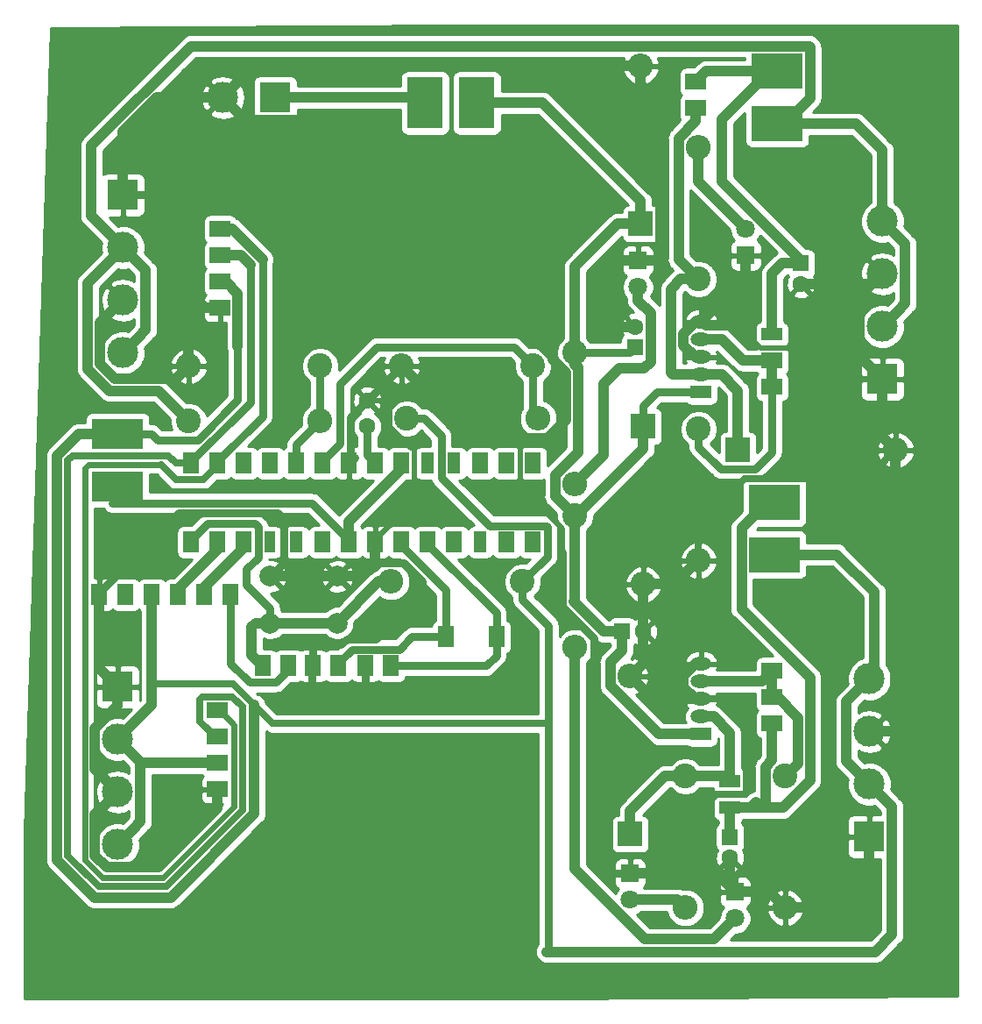
<source format=gbr>
G04 #@! TF.GenerationSoftware,KiCad,Pcbnew,(5.1.2)-2*
G04 #@! TF.CreationDate,2020-01-26T17:06:09+07:00*
G04 #@! TF.ProjectId,power_electronic,706f7765-725f-4656-9c65-6374726f6e69,rev?*
G04 #@! TF.SameCoordinates,Original*
G04 #@! TF.FileFunction,Copper,L2,Bot*
G04 #@! TF.FilePolarity,Positive*
%FSLAX46Y46*%
G04 Gerber Fmt 4.6, Leading zero omitted, Abs format (unit mm)*
G04 Created by KiCad (PCBNEW (5.1.2)-2) date 2020-01-26 17:06:09*
%MOMM*%
%LPD*%
G04 APERTURE LIST*
%ADD10R,5.000000X3.000000*%
%ADD11R,1.600000X1.600000*%
%ADD12C,1.600000*%
%ADD13R,1.600000X2.000000*%
%ADD14R,2.400000X2.400000*%
%ADD15O,2.400000X2.400000*%
%ADD16C,1.800000*%
%ADD17R,1.800000X1.800000*%
%ADD18R,3.000000X3.000000*%
%ADD19C,3.000000*%
%ADD20R,2.000000X1.600000*%
%ADD21R,2.000000X1.300000*%
%ADD22C,2.400000*%
%ADD23R,3.500000X5.000000*%
%ADD24R,5.000000X3.500000*%
%ADD25R,2.000000X1.275000*%
%ADD26O,2.000000X1.275000*%
%ADD27R,1.000000X2.000000*%
%ADD28R,1.300000X2.000000*%
%ADD29R,1.200000X2.000000*%
%ADD30C,2.000000*%
%ADD31C,0.800000*%
%ADD32C,1.000000*%
%ADD33C,0.500000*%
%ADD34C,0.700000*%
%ADD35C,0.600000*%
%ADD36C,0.254000*%
G04 APERTURE END LIST*
D10*
X92710000Y-86614000D03*
X92710000Y-91614000D03*
D11*
X141478000Y-105664000D03*
D12*
X143478000Y-105664000D03*
X142748000Y-76232000D03*
D11*
X142748000Y-78232000D03*
D12*
X151892000Y-127508000D03*
D11*
X151892000Y-125508000D03*
X158750000Y-70104000D03*
D12*
X158750000Y-72104000D03*
D13*
X109220000Y-108966000D03*
X106720000Y-108966000D03*
D12*
X116840000Y-83352000D03*
X116840000Y-85852000D03*
D13*
X111546000Y-108966000D03*
X114046000Y-108966000D03*
X119126000Y-108966000D03*
X116626000Y-108966000D03*
D14*
X143510000Y-85852000D03*
D15*
X143510000Y-101092000D03*
X143256000Y-51054000D03*
D14*
X143256000Y-66294000D03*
D16*
X152400000Y-133350000D03*
D17*
X152400000Y-130810000D03*
D16*
X143002000Y-72390000D03*
D17*
X143002000Y-69850000D03*
X142240000Y-129032000D03*
D16*
X142240000Y-131572000D03*
D17*
X153416000Y-69342000D03*
D16*
X153416000Y-66802000D03*
D18*
X107950000Y-54102000D03*
D19*
X102870000Y-54102000D03*
X166624000Y-76200000D03*
X166624000Y-71120000D03*
D18*
X166624000Y-81280000D03*
D19*
X166624000Y-66040000D03*
X93218000Y-78740000D03*
D18*
X93218000Y-63500000D03*
D19*
X93218000Y-73660000D03*
X93218000Y-68580000D03*
X92710000Y-116078000D03*
X92710000Y-121158000D03*
D18*
X92710000Y-110998000D03*
D19*
X92710000Y-126238000D03*
X165354000Y-110236000D03*
D18*
X165354000Y-125476000D03*
D19*
X165354000Y-115316000D03*
X165354000Y-120396000D03*
D20*
X102362000Y-113284000D03*
X102362000Y-115824000D03*
X102362000Y-118364000D03*
X102362000Y-120904000D03*
D13*
X90932000Y-102108000D03*
X93472000Y-102108000D03*
X96012000Y-102108000D03*
X98552000Y-102108000D03*
X101092000Y-102108000D03*
X103632000Y-102108000D03*
D20*
X102616000Y-74422000D03*
X102616000Y-71882000D03*
X102616000Y-69342000D03*
X102616000Y-66802000D03*
D21*
X151892000Y-122682000D03*
X151892000Y-120142000D03*
D20*
X148590000Y-55118000D03*
X148590000Y-52578000D03*
D22*
X136906000Y-94488000D03*
D15*
X136906000Y-107188000D03*
X136906000Y-91440000D03*
D22*
X136906000Y-78740000D03*
X157226000Y-119634000D03*
D15*
X157226000Y-132334000D03*
X148844000Y-98806000D03*
D22*
X148844000Y-86106000D03*
X147574000Y-119634000D03*
D15*
X147574000Y-132334000D03*
X148844000Y-58928000D03*
D22*
X148844000Y-71628000D03*
D15*
X119126000Y-100838000D03*
D22*
X131826000Y-100838000D03*
D15*
X133350000Y-85090000D03*
D22*
X120650000Y-85090000D03*
X132842000Y-80010000D03*
D15*
X120142000Y-80010000D03*
D22*
X99568000Y-85344000D03*
D15*
X112268000Y-85344000D03*
D22*
X112268000Y-80010000D03*
D15*
X99568000Y-80010000D03*
D20*
X155956000Y-114554000D03*
X155956000Y-112014000D03*
X155956000Y-109474000D03*
X155956000Y-82042000D03*
X155956000Y-79502000D03*
D21*
X155956000Y-76962000D03*
D23*
X127428000Y-54610000D03*
X122428000Y-54610000D03*
D24*
X156464000Y-51562000D03*
X156464000Y-56562000D03*
X156210000Y-93218000D03*
X156210000Y-98218000D03*
D25*
X149098000Y-115570000D03*
D26*
X149098000Y-113870000D03*
X149098000Y-112170000D03*
X149098000Y-110470000D03*
X149098000Y-108770000D03*
X149098000Y-75750000D03*
X149098000Y-77450000D03*
X149098000Y-79150000D03*
X149098000Y-80850000D03*
D25*
X149098000Y-82550000D03*
D13*
X99822000Y-97028000D03*
X132842000Y-89408000D03*
X102362000Y-97028000D03*
X130302000Y-89408000D03*
X104902000Y-97028000D03*
X127762000Y-89408000D03*
D27*
X107442000Y-97028000D03*
D28*
X125222000Y-89408000D03*
D29*
X109982000Y-97028000D03*
D28*
X122682000Y-89408000D03*
D13*
X112522000Y-97028000D03*
X120142000Y-89408000D03*
X115062000Y-97028000D03*
X117602000Y-89408000D03*
X117602000Y-97028000D03*
X115062000Y-89408000D03*
X120142000Y-97028000D03*
X112522000Y-89408000D03*
X122682000Y-97028000D03*
X109982000Y-89408000D03*
X125222000Y-97028000D03*
X107442000Y-89408000D03*
D29*
X127762000Y-97028000D03*
D13*
X104902000Y-89408000D03*
X130302000Y-97028000D03*
X102362000Y-89408000D03*
X132842000Y-97028000D03*
X99822000Y-89408000D03*
X124460000Y-106172000D03*
X129340000Y-106172000D03*
D30*
X107442000Y-104830000D03*
X107442000Y-100330000D03*
X113942000Y-104830000D03*
X113942000Y-100330000D03*
D15*
X142240000Y-109982000D03*
D14*
X142240000Y-125222000D03*
X152654000Y-88138000D03*
D15*
X167894000Y-88138000D03*
D31*
X142240000Y-78740000D02*
X142748000Y-78232000D01*
X136906000Y-78740000D02*
X142240000Y-78740000D01*
X142748000Y-85090000D02*
X143510000Y-85852000D01*
X143510000Y-83852000D02*
X143510000Y-85852000D01*
X144812000Y-82550000D02*
X143510000Y-83852000D01*
X149098000Y-82550000D02*
X144812000Y-82550000D01*
D32*
X143256000Y-64094000D02*
X143256000Y-66294000D01*
X133772000Y-54610000D02*
X143256000Y-64094000D01*
X127428000Y-54610000D02*
X133772000Y-54610000D01*
X136906000Y-77042944D02*
X136906000Y-78740000D01*
X136906000Y-70444000D02*
X136906000Y-77042944D01*
X141056000Y-66294000D02*
X136906000Y-70444000D01*
X143256000Y-66294000D02*
X141056000Y-66294000D01*
X137074000Y-94488000D02*
X136906000Y-94488000D01*
X143510000Y-88052000D02*
X137074000Y-94488000D01*
X143510000Y-85852000D02*
X143510000Y-88052000D01*
X141478000Y-107464000D02*
X141478000Y-105664000D01*
X140339999Y-108602001D02*
X141478000Y-107464000D01*
X140339999Y-110894001D02*
X140339999Y-108602001D01*
X145015998Y-115570000D02*
X140339999Y-110894001D01*
X149098000Y-115570000D02*
X145015998Y-115570000D01*
X135706001Y-93288001D02*
X136906000Y-94488000D01*
X135005999Y-92587999D02*
X135706001Y-93288001D01*
X135005999Y-90527999D02*
X135005999Y-92587999D01*
X137194009Y-88339989D02*
X135005999Y-90527999D01*
X137194009Y-80142941D02*
X137194009Y-88339989D01*
X136906000Y-79854932D02*
X137194009Y-80142941D01*
X136906000Y-78740000D02*
X136906000Y-79854932D01*
X139678000Y-105664000D02*
X141478000Y-105664000D01*
X136752001Y-102738001D02*
X139678000Y-105664000D01*
X136906000Y-94488000D02*
X136906000Y-102584002D01*
X136906000Y-102584002D02*
X136752001Y-102738001D01*
X102870000Y-54102000D02*
X96520000Y-54102000D01*
X93218000Y-57404000D02*
X93218000Y-63500000D01*
X96520000Y-54102000D02*
X93218000Y-57404000D01*
X98368001Y-81209999D02*
X99568000Y-80010000D01*
X92431997Y-81209999D02*
X98368001Y-81209999D01*
X91017999Y-79796001D02*
X92431997Y-81209999D01*
X91017999Y-75860001D02*
X91017999Y-79796001D01*
X93218000Y-73660000D02*
X91017999Y-75860001D01*
X99568000Y-75470000D02*
X99568000Y-80010000D01*
X100616000Y-74422000D02*
X99568000Y-75470000D01*
X91210001Y-119658001D02*
X92710000Y-121158000D01*
X90509999Y-118957999D02*
X91210001Y-119658001D01*
X90509999Y-115021999D02*
X90509999Y-118957999D01*
X92710000Y-112821998D02*
X90509999Y-115021999D01*
X92710000Y-110998000D02*
X92710000Y-112821998D01*
X91210001Y-122657999D02*
X92710000Y-121158000D01*
X90509999Y-127294001D02*
X90509999Y-123358001D01*
X91653999Y-128438001D02*
X90509999Y-127294001D01*
X96627999Y-128438001D02*
X91653999Y-128438001D01*
X102362000Y-122704000D02*
X96627999Y-128438001D01*
X90509999Y-123358001D02*
X91210001Y-122657999D01*
X102362000Y-120904000D02*
X102362000Y-122704000D01*
X90932000Y-109220000D02*
X92710000Y-110998000D01*
X90932000Y-102108000D02*
X90932000Y-109220000D01*
X116300000Y-100330000D02*
X113942000Y-100330000D01*
X117602000Y-99028000D02*
X116300000Y-100330000D01*
X117602000Y-97028000D02*
X117602000Y-99028000D01*
X107442000Y-100330000D02*
X113942000Y-100330000D01*
D31*
X111546000Y-109166000D02*
X111506000Y-109206000D01*
X111546000Y-108966000D02*
X111546000Y-109166000D01*
X111506000Y-109206000D02*
X111506000Y-110998000D01*
X111506000Y-110998000D02*
X112014000Y-111506000D01*
X112014000Y-111506000D02*
X116332000Y-111506000D01*
X116626000Y-111212000D02*
X116626000Y-108966000D01*
X116332000Y-111506000D02*
X116626000Y-111212000D01*
X90932000Y-102108000D02*
X90932000Y-101908000D01*
X90932000Y-101908000D02*
X98612010Y-94227990D01*
X108441999Y-99330001D02*
X107442000Y-100330000D01*
X108781999Y-98990001D02*
X108441999Y-99330001D01*
X108781999Y-94811999D02*
X108781999Y-98990001D01*
X108197990Y-94227990D02*
X108781999Y-94811999D01*
X111546000Y-107166000D02*
X111546000Y-108966000D01*
X111778000Y-106934000D02*
X111546000Y-107166000D01*
X114300000Y-106934000D02*
X111778000Y-106934000D01*
X114868011Y-106365989D02*
X114300000Y-106934000D01*
X117662011Y-106365989D02*
X114868011Y-106365989D01*
X117602000Y-97028000D02*
X117602000Y-98828000D01*
X117602000Y-98828000D02*
X117811999Y-99037999D01*
X117811999Y-99037999D02*
X120397771Y-99037999D01*
X120397771Y-99037999D02*
X122174000Y-100814228D01*
X122174000Y-100814228D02*
X122174000Y-101854000D01*
X122174000Y-101854000D02*
X117662011Y-106365989D01*
X115316000Y-89154000D02*
X115062000Y-89408000D01*
X115610000Y-88860000D02*
X115062000Y-89408000D01*
D32*
X144902000Y-69850000D02*
X143002000Y-69850000D01*
X145156001Y-69595999D02*
X144902000Y-69850000D01*
X145156001Y-54651057D02*
X145156001Y-69595999D01*
X143256000Y-52751056D02*
X145156001Y-54651057D01*
X143256000Y-51054000D02*
X143256000Y-52751056D01*
X140748000Y-76232000D02*
X142748000Y-76232000D01*
X139446000Y-74930000D02*
X140748000Y-76232000D01*
X139446000Y-71506000D02*
X139446000Y-74930000D01*
X143002000Y-69850000D02*
X141102000Y-69850000D01*
X141102000Y-69850000D02*
X139446000Y-71506000D01*
X165640000Y-72104000D02*
X166624000Y-71120000D01*
X158750000Y-72104000D02*
X165640000Y-72104000D01*
X164423999Y-79079999D02*
X166624000Y-81280000D01*
X164423999Y-73320001D02*
X164423999Y-79079999D01*
X166624000Y-71120000D02*
X164423999Y-73320001D01*
X153416000Y-71432000D02*
X149098000Y-75750000D01*
X153416000Y-69342000D02*
X153416000Y-71432000D01*
X148543976Y-75750000D02*
X149098000Y-75750000D01*
X147397990Y-76895986D02*
X148543976Y-75750000D01*
X147397990Y-78004014D02*
X147397990Y-76895986D01*
X148543976Y-79150000D02*
X147397990Y-78004014D01*
X149098000Y-79150000D02*
X148543976Y-79150000D01*
X166624000Y-86868000D02*
X167894000Y-88138000D01*
X166624000Y-81280000D02*
X166624000Y-86868000D01*
D33*
X164624000Y-81280000D02*
X166624000Y-81280000D01*
X161595999Y-78251999D02*
X164624000Y-81280000D01*
X154785997Y-78251999D02*
X161595999Y-78251999D01*
X152896488Y-76362490D02*
X154785997Y-78251999D01*
X149514490Y-76362490D02*
X152896488Y-76362490D01*
X149098000Y-75946000D02*
X149514490Y-76362490D01*
X149098000Y-75750000D02*
X149098000Y-75946000D01*
D32*
X157226000Y-132334000D02*
X163830000Y-132334000D01*
X165354000Y-130810000D02*
X165354000Y-125476000D01*
X163830000Y-132334000D02*
X165354000Y-130810000D01*
X155702000Y-130810000D02*
X157226000Y-132334000D01*
X152400000Y-130810000D02*
X155702000Y-130810000D01*
X151892000Y-130302000D02*
X152400000Y-130810000D01*
X151892000Y-127508000D02*
X151892000Y-130302000D01*
X150622000Y-129032000D02*
X152400000Y-130810000D01*
X148543976Y-112170000D02*
X149098000Y-112170000D01*
X147397990Y-111024014D02*
X148543976Y-112170000D01*
X147397990Y-109915986D02*
X147397990Y-111024014D01*
X148543976Y-108770000D02*
X147397990Y-109915986D01*
X149098000Y-108770000D02*
X148543976Y-108770000D01*
X144428000Y-112170000D02*
X149098000Y-112170000D01*
X142240000Y-109982000D02*
X144428000Y-112170000D01*
X143478000Y-108744000D02*
X142240000Y-109982000D01*
X143478000Y-105664000D02*
X143478000Y-108744000D01*
X143510000Y-105632000D02*
X143478000Y-105664000D01*
X143510000Y-101092000D02*
X143510000Y-105632000D01*
X146558000Y-101092000D02*
X148844000Y-98806000D01*
X143510000Y-101092000D02*
X146558000Y-101092000D01*
X104369999Y-55601999D02*
X102870000Y-54102000D01*
X105070001Y-56302001D02*
X104369999Y-55601999D01*
X111946003Y-56302001D02*
X105070001Y-56302001D01*
X134742001Y-79097999D02*
X111946003Y-56302001D01*
X135993999Y-80640001D02*
X134742001Y-79388003D01*
X135993999Y-85258003D02*
X135993999Y-80640001D01*
X134742001Y-79388003D02*
X134742001Y-79097999D01*
X134262001Y-86990001D02*
X135993999Y-85258003D01*
X120142000Y-80010000D02*
X127122001Y-86990001D01*
X105918000Y-51054000D02*
X102870000Y-54102000D01*
X143256000Y-51054000D02*
X105918000Y-51054000D01*
D31*
X98612010Y-94227990D02*
X108197990Y-94227990D01*
X96518011Y-69594011D02*
X101346000Y-74422000D01*
X96518011Y-64500011D02*
X96518011Y-69594011D01*
X95518000Y-63500000D02*
X96518011Y-64500011D01*
X93218000Y-63500000D02*
X95518000Y-63500000D01*
D32*
X102616000Y-74422000D02*
X101346000Y-74422000D01*
X101346000Y-74422000D02*
X100616000Y-74422000D01*
D31*
X135651992Y-103269990D02*
X135651992Y-98028008D01*
X138706001Y-106323999D02*
X135651992Y-103269990D01*
X138706001Y-127198001D02*
X138706001Y-106323999D01*
X142240000Y-129032000D02*
X140540000Y-129032000D01*
X140540000Y-129032000D02*
X138706001Y-127198001D01*
D33*
X131591999Y-87132001D02*
X131449999Y-86990001D01*
X131591999Y-91695902D02*
X131591999Y-87132001D01*
X135651992Y-95755895D02*
X131591999Y-91695902D01*
X135651992Y-98028008D02*
X135651992Y-95755895D01*
D32*
X127122001Y-86990001D02*
X131449999Y-86990001D01*
X131449999Y-86990001D02*
X134262001Y-86990001D01*
D31*
X115210009Y-89259991D02*
X115062000Y-89408000D01*
X115210009Y-84981991D02*
X115210009Y-89259991D01*
X116840000Y-83352000D02*
X115210009Y-84981991D01*
X120142000Y-80050000D02*
X116840000Y-83352000D01*
X120142000Y-80010000D02*
X120142000Y-80050000D01*
D33*
X121392001Y-93037999D02*
X117602000Y-96828000D01*
X117602000Y-96828000D02*
X117602000Y-97028000D01*
X121231999Y-87957999D02*
X121392001Y-88118001D01*
X121075997Y-87957999D02*
X121231999Y-87957999D01*
X118999999Y-85882001D02*
X121075997Y-87957999D01*
X118999999Y-84297999D02*
X118999999Y-85882001D01*
X121392001Y-88118001D02*
X121392001Y-93037999D01*
X118054000Y-83352000D02*
X118999999Y-84297999D01*
X116840000Y-83352000D02*
X118054000Y-83352000D01*
D34*
X148844000Y-97108944D02*
X148844000Y-98806000D01*
X148844000Y-95343998D02*
X148844000Y-97108944D01*
X153299987Y-90888011D02*
X148844000Y-95343998D01*
X165143989Y-90888011D02*
X153299987Y-90888011D01*
X167894000Y-88138000D02*
X165143989Y-90888011D01*
D32*
X167894000Y-89835056D02*
X167894000Y-88138000D01*
X167894000Y-114897320D02*
X167894000Y-89835056D01*
X167475320Y-115316000D02*
X167894000Y-114897320D01*
X165354000Y-115316000D02*
X167475320Y-115316000D01*
D34*
X150798000Y-112170000D02*
X149098000Y-112170000D01*
X153442001Y-114814001D02*
X150798000Y-112170000D01*
X153442001Y-121232001D02*
X153442001Y-114814001D01*
X150591997Y-121342001D02*
X153332001Y-121342001D01*
X149098000Y-129032000D02*
X149098000Y-122835998D01*
X149098000Y-122835998D02*
X150591997Y-121342001D01*
D32*
X142240000Y-129032000D02*
X149098000Y-129032000D01*
D34*
X153332001Y-121342001D02*
X153442001Y-121232001D01*
D32*
X149098000Y-129032000D02*
X150622000Y-129032000D01*
X151892000Y-122682000D02*
X151892000Y-125508000D01*
X154432000Y-122142000D02*
X153892000Y-122682000D01*
X159626009Y-120045993D02*
X156990002Y-122682000D01*
X159626009Y-110084007D02*
X159626009Y-120045993D01*
X153892000Y-122682000D02*
X151892000Y-122682000D01*
X153009999Y-103467997D02*
X159626009Y-110084007D01*
X153009999Y-95668001D02*
X153009999Y-103467997D01*
X155460000Y-93218000D02*
X153009999Y-95668001D01*
X156210000Y-93218000D02*
X155460000Y-93218000D01*
X155325999Y-122305999D02*
X155702000Y-122682000D01*
X155325999Y-118721999D02*
X155325999Y-122305999D01*
X155956000Y-118091998D02*
X155325999Y-118721999D01*
X155956000Y-114554000D02*
X155956000Y-118091998D01*
X156990002Y-122682000D02*
X155702000Y-122682000D01*
X155702000Y-122682000D02*
X153892000Y-122682000D01*
X149606000Y-51562000D02*
X148590000Y-52578000D01*
X156464000Y-51562000D02*
X149606000Y-51562000D01*
X158750000Y-69767998D02*
X151130000Y-62147998D01*
X158750000Y-70104000D02*
X158750000Y-69767998D01*
X155714000Y-51562000D02*
X156464000Y-51562000D01*
X151130000Y-56146000D02*
X155714000Y-51562000D01*
X151130000Y-62147998D02*
X151130000Y-56146000D01*
X155956000Y-75162000D02*
X155956000Y-76962000D01*
X155956000Y-71098000D02*
X155956000Y-75162000D01*
X156950000Y-70104000D02*
X155956000Y-71098000D01*
X158750000Y-70104000D02*
X156950000Y-70104000D01*
D31*
X103632000Y-103908000D02*
X103632000Y-102108000D01*
X103632000Y-108758002D02*
X103632000Y-103908000D01*
X105439999Y-110566001D02*
X103632000Y-108758002D01*
X108000001Y-110566001D02*
X105439999Y-110566001D01*
X109220000Y-109346002D02*
X108000001Y-110566001D01*
X109220000Y-108966000D02*
X109220000Y-109346002D01*
D32*
X117934000Y-100838000D02*
X113942000Y-104830000D01*
X119126000Y-100838000D02*
X117934000Y-100838000D01*
X107442000Y-104830000D02*
X113942000Y-104830000D01*
X106027787Y-104830000D02*
X105664000Y-105193787D01*
X107442000Y-104830000D02*
X106027787Y-104830000D01*
X105664000Y-105193787D02*
X105664000Y-107950000D01*
X106680000Y-108966000D02*
X106720000Y-108966000D01*
X105664000Y-107950000D02*
X106680000Y-108966000D01*
D31*
X99822000Y-96828000D02*
X99822000Y-97028000D01*
X101422000Y-95228000D02*
X99822000Y-96828000D01*
X105982002Y-95228000D02*
X101422000Y-95228000D01*
X106302001Y-98508001D02*
X106302001Y-95547999D01*
X106302001Y-95547999D02*
X105982002Y-95228000D01*
X105156000Y-99654002D02*
X106302001Y-98508001D01*
X105156000Y-101129787D02*
X105156000Y-99654002D01*
X107442000Y-103415787D02*
X105156000Y-101129787D01*
X107442000Y-104830000D02*
X107442000Y-103415787D01*
X117816000Y-89194000D02*
X117602000Y-89408000D01*
X116840000Y-88646000D02*
X117602000Y-89408000D01*
X116840000Y-85852000D02*
X116840000Y-88646000D01*
X124460000Y-104372000D02*
X124460000Y-106172000D01*
X124460000Y-101686002D02*
X124460000Y-104372000D01*
X120142000Y-97028000D02*
X120142000Y-97368002D01*
X120142000Y-97368002D02*
X124460000Y-101686002D01*
X114046000Y-108665998D02*
X114046000Y-108966000D01*
X115345999Y-107365999D02*
X114046000Y-108665998D01*
X119964001Y-107365999D02*
X115345999Y-107365999D01*
X121158000Y-106172000D02*
X119964001Y-107365999D01*
X124460000Y-106172000D02*
X121158000Y-106172000D01*
X129340000Y-107972000D02*
X129340000Y-106172000D01*
X128346000Y-108966000D02*
X129340000Y-107972000D01*
X119126000Y-108966000D02*
X128346000Y-108966000D01*
X129340000Y-103886000D02*
X129340000Y-106172000D01*
X122682000Y-97028000D02*
X122682000Y-97228000D01*
X122682000Y-97228000D02*
X129340000Y-103886000D01*
D32*
X136906000Y-108885056D02*
X136906000Y-107188000D01*
X136906000Y-128606002D02*
X136906000Y-108885056D01*
X143681998Y-135382000D02*
X136906000Y-128606002D01*
X150368000Y-135382000D02*
X143681998Y-135382000D01*
X152400000Y-133350000D02*
X150368000Y-135382000D01*
X144248001Y-79592001D02*
X143576002Y-80264000D01*
X144248001Y-74908793D02*
X144248001Y-79592001D01*
X143002000Y-72390000D02*
X143002000Y-73662792D01*
X143002000Y-73662792D02*
X144248001Y-74908793D01*
X143576002Y-80264000D02*
X141224000Y-80264000D01*
X141224000Y-80264000D02*
X139700000Y-81788000D01*
X139700000Y-88646000D02*
X136906000Y-91440000D01*
X139700000Y-81788000D02*
X139700000Y-88646000D01*
X151384000Y-119634000D02*
X151892000Y-120142000D01*
X147574000Y-119634000D02*
X151384000Y-119634000D01*
X145628000Y-119634000D02*
X147574000Y-119634000D01*
X142240000Y-125222000D02*
X142240000Y-123022000D01*
X142240000Y-123022000D02*
X145628000Y-119634000D01*
X151892000Y-118342000D02*
X151892000Y-120142000D01*
X151892000Y-115466498D02*
X151892000Y-118342000D01*
X150295502Y-113870000D02*
X151892000Y-115466498D01*
X149098000Y-113870000D02*
X150295502Y-113870000D01*
X147644001Y-70428001D02*
X148844000Y-71628000D01*
X146943999Y-69727999D02*
X147644001Y-70428001D01*
X146943999Y-58015999D02*
X146943999Y-69727999D01*
X148590000Y-56369998D02*
X146943999Y-58015999D01*
X148590000Y-55118000D02*
X148590000Y-56369998D01*
X152654000Y-85938000D02*
X152654000Y-88138000D01*
X152654000Y-82406000D02*
X152654000Y-85938000D01*
X151098000Y-80850000D02*
X152654000Y-82406000D01*
X149098000Y-80850000D02*
X151098000Y-80850000D01*
X147098000Y-80850000D02*
X149098000Y-80850000D01*
X146382000Y-80850000D02*
X147098000Y-80850000D01*
X146197980Y-80665980D02*
X146382000Y-80850000D01*
X146197980Y-72576964D02*
X146197980Y-80665980D01*
X147146944Y-71628000D02*
X146197980Y-72576964D01*
X148844000Y-71628000D02*
X147146944Y-71628000D01*
X146812000Y-131572000D02*
X147574000Y-132334000D01*
X142240000Y-131572000D02*
X146812000Y-131572000D01*
X148844000Y-62230000D02*
X153416000Y-66802000D01*
X148844000Y-58928000D02*
X148844000Y-62230000D01*
X121920000Y-54102000D02*
X122428000Y-54610000D01*
X107950000Y-54102000D02*
X121920000Y-54102000D01*
X94717999Y-77240001D02*
X93218000Y-78740000D01*
X95418001Y-76539999D02*
X94717999Y-77240001D01*
X95418001Y-70780001D02*
X95418001Y-76539999D01*
X93218000Y-68580000D02*
X95418001Y-70780001D01*
X157214000Y-56562000D02*
X157294000Y-56642000D01*
X156464000Y-56562000D02*
X157214000Y-56562000D01*
X157294000Y-56642000D02*
X164084000Y-56642000D01*
X164084000Y-56642000D02*
X166624000Y-59182000D01*
X166624000Y-59182000D02*
X166624000Y-66040000D01*
X168123999Y-74700001D02*
X166624000Y-76200000D01*
X168824001Y-73999999D02*
X168123999Y-74700001D01*
X168824001Y-68240001D02*
X168824001Y-73999999D01*
X166624000Y-66040000D02*
X168824001Y-68240001D01*
X90170000Y-65532000D02*
X93218000Y-68580000D01*
X159664001Y-54111999D02*
X159664001Y-49251999D01*
X157214000Y-56562000D02*
X159664001Y-54111999D01*
X159664001Y-49251999D02*
X159524001Y-49111999D01*
X159524001Y-49111999D02*
X99812931Y-49111999D01*
X99812931Y-49111999D02*
X90170000Y-58754930D01*
X90170000Y-58754930D02*
X90170000Y-65532000D01*
X91718001Y-70079999D02*
X93218000Y-68580000D01*
X89817989Y-71980011D02*
X91718001Y-70079999D01*
X89817989Y-80293061D02*
X89817989Y-71980011D01*
X91934936Y-82410008D02*
X89817989Y-80293061D01*
X96634009Y-82410009D02*
X91934936Y-82410008D01*
X99568000Y-85344000D02*
X96634009Y-82410009D01*
X102616000Y-71882000D02*
X103136002Y-71882000D01*
X103136002Y-71882000D02*
X104316001Y-73061999D01*
X104316001Y-73061999D02*
X104316001Y-78074001D01*
X94209999Y-124738001D02*
X92710000Y-126238000D01*
X94910001Y-124037999D02*
X94209999Y-124738001D01*
X94910001Y-118278001D02*
X94910001Y-124037999D01*
X92710000Y-116078000D02*
X94910001Y-118278001D01*
X94996000Y-118364000D02*
X92710000Y-116078000D01*
X96012000Y-112776000D02*
X92710000Y-116078000D01*
X156210000Y-98218000D02*
X162226000Y-98218000D01*
X162226000Y-98218000D02*
X165862000Y-101854000D01*
X165862000Y-101854000D02*
X165862000Y-110236000D01*
X99060000Y-118364000D02*
X94996000Y-118364000D01*
X102362000Y-118364000D02*
X99060000Y-118364000D01*
D31*
X134122001Y-95427999D02*
X134242001Y-95547999D01*
X128632000Y-95427999D02*
X134122001Y-95427999D01*
X123971999Y-90767998D02*
X128632000Y-95427999D01*
X123971999Y-86714943D02*
X123971999Y-90767998D01*
X120650000Y-85090000D02*
X122347056Y-85090000D01*
X122347056Y-85090000D02*
X123971999Y-86714943D01*
X134242001Y-98421999D02*
X131826000Y-100838000D01*
X134242001Y-95547999D02*
X134242001Y-98421999D01*
X131826000Y-102535056D02*
X134366000Y-105075056D01*
X131826000Y-100838000D02*
X131826000Y-102535056D01*
X134366000Y-136398000D02*
X134181990Y-136582010D01*
X96010000Y-86614000D02*
X92710000Y-86614000D01*
X96540001Y-87144001D02*
X96010000Y-86614000D01*
X100432001Y-87144001D02*
X96540001Y-87144001D01*
X104316001Y-83260001D02*
X100432001Y-87144001D01*
X104316001Y-78074001D02*
X104316001Y-83260001D01*
D32*
X167554001Y-122596001D02*
X167554001Y-134959999D01*
X165354000Y-120396000D02*
X167554001Y-122596001D01*
X167554001Y-134959999D02*
X165931990Y-136582010D01*
X165931990Y-136582010D02*
X134181990Y-136582010D01*
X96012000Y-102108000D02*
X96012000Y-105410000D01*
X163854001Y-118896001D02*
X165354000Y-120396000D01*
X163153999Y-118195999D02*
X163854001Y-118896001D01*
X163153999Y-112436001D02*
X163153999Y-118195999D01*
X165354000Y-110236000D02*
X163153999Y-112436001D01*
D34*
X103884808Y-110744000D02*
X96012000Y-110744000D01*
X134366000Y-114554000D02*
X107694808Y-114554000D01*
D31*
X134366000Y-105075056D02*
X134366000Y-114554000D01*
X134366000Y-114554000D02*
X134366000Y-136398000D01*
D32*
X96012000Y-105410000D02*
X96012000Y-110744000D01*
X96012000Y-110744000D02*
X96012000Y-112776000D01*
X105917404Y-123249855D02*
X105917404Y-112776596D01*
X90452769Y-131338031D02*
X97829229Y-131338030D01*
X86833991Y-127719253D02*
X90452769Y-131338031D01*
X86833990Y-88719072D02*
X86833991Y-127719253D01*
X88939062Y-86614000D02*
X86833990Y-88719072D01*
X92710000Y-86614000D02*
X88939062Y-86614000D01*
X97829229Y-131338030D02*
X105917404Y-123249855D01*
D34*
X105917404Y-112776596D02*
X103884808Y-110744000D01*
X107694808Y-114554000D02*
X105917404Y-112776596D01*
D32*
X102616000Y-66802000D02*
X103773070Y-66802000D01*
X103773070Y-66802000D02*
X106716021Y-69744951D01*
D31*
X102362000Y-89208000D02*
X102362000Y-89408000D01*
X106716021Y-84853979D02*
X102362000Y-89208000D01*
X106716021Y-69744951D02*
X106716021Y-84853979D01*
X102362000Y-89408000D02*
X102362000Y-89608000D01*
D34*
X98324001Y-90958001D02*
X96930011Y-89564011D01*
X102362000Y-89608000D02*
X101011999Y-90958001D01*
X101011999Y-90958001D02*
X98324001Y-90958001D01*
D35*
X103962000Y-114684000D02*
X102562000Y-113284000D01*
X103962000Y-122518227D02*
X103962000Y-114684000D01*
X97042216Y-129438011D02*
X103962000Y-122518227D01*
X102562000Y-113284000D02*
X102362000Y-113284000D01*
X91239782Y-129438011D02*
X97042216Y-129438011D01*
X89509989Y-89914009D02*
X89509989Y-127708218D01*
X89859987Y-89564011D02*
X89509989Y-89914009D01*
X89509989Y-127708218D02*
X91239782Y-129438011D01*
X96930011Y-89564011D02*
X89859987Y-89564011D01*
D32*
X99822000Y-88887998D02*
X99822000Y-89408000D01*
X104616000Y-69342000D02*
X105516011Y-70242011D01*
X102616000Y-69342000D02*
X104616000Y-69342000D01*
D31*
X99822000Y-89208000D02*
X99822000Y-89408000D01*
X105516011Y-83513989D02*
X99822000Y-89208000D01*
X105516011Y-70242011D02*
X105516011Y-83513989D01*
D34*
X102162000Y-115824000D02*
X102362000Y-115824000D01*
X100662000Y-114324000D02*
X102162000Y-115824000D01*
X100662000Y-112193998D02*
X100662000Y-114324000D01*
X104812010Y-122870311D02*
X104812010Y-112944008D01*
X97394300Y-130288021D02*
X104812010Y-122870311D01*
X100921999Y-111933999D02*
X100662000Y-112193998D01*
X90887697Y-130288021D02*
X97394300Y-130288021D01*
X103802001Y-111933999D02*
X100921999Y-111933999D01*
X87884000Y-127284324D02*
X90887697Y-130288021D01*
X104812010Y-112944008D02*
X103802001Y-111933999D01*
X87884000Y-89154000D02*
X87884000Y-127284324D01*
X98322000Y-89408000D02*
X97578001Y-88664001D01*
X88373999Y-88664001D02*
X87884000Y-89154000D01*
X97578001Y-88664001D02*
X88373999Y-88664001D01*
X99822000Y-89408000D02*
X98322000Y-89408000D01*
D32*
X98552000Y-101587998D02*
X98552000Y-102108000D01*
X102362000Y-97777998D02*
X98552000Y-101587998D01*
X102362000Y-97028000D02*
X102362000Y-97777998D01*
X101092000Y-101358002D02*
X101092000Y-102108000D01*
X104902000Y-97548002D02*
X101092000Y-101358002D01*
X104902000Y-97028000D02*
X104902000Y-97548002D01*
X158425999Y-118434001D02*
X157226000Y-119634000D01*
X158425999Y-113963997D02*
X158425999Y-118434001D01*
X156476002Y-112014000D02*
X158425999Y-113963997D01*
X155956000Y-112014000D02*
X156476002Y-112014000D01*
X155956000Y-109474000D02*
X155956000Y-112014000D01*
X154960000Y-110470000D02*
X155956000Y-109474000D01*
X149098000Y-110470000D02*
X154960000Y-110470000D01*
X155956000Y-79502000D02*
X155956000Y-82042000D01*
X153956000Y-79502000D02*
X155956000Y-79502000D01*
X153150000Y-79502000D02*
X153956000Y-79502000D01*
X151098000Y-77450000D02*
X153150000Y-79502000D01*
X149098000Y-77450000D02*
X151098000Y-77450000D01*
D31*
X148844000Y-87803056D02*
X148844000Y-86106000D01*
X150978945Y-89938001D02*
X148844000Y-87803056D01*
X154334001Y-89938001D02*
X150978945Y-89938001D01*
X155956000Y-88316002D02*
X154334001Y-89938001D01*
X155956000Y-82042000D02*
X155956000Y-88316002D01*
X112522000Y-89408000D02*
X112522000Y-89067998D01*
X131041999Y-78209999D02*
X131642001Y-78810001D01*
X131642001Y-78810001D02*
X132842000Y-80010000D01*
X114209999Y-81733774D02*
X117733774Y-78209999D01*
X114209999Y-87520001D02*
X114209999Y-81733774D01*
X112522000Y-89208000D02*
X114209999Y-87520001D01*
X117733774Y-78209999D02*
X131041999Y-78209999D01*
X112522000Y-89408000D02*
X112522000Y-89208000D01*
X132842000Y-84582000D02*
X133350000Y-85090000D01*
X132842000Y-80010000D02*
X132842000Y-84582000D01*
X109982000Y-87630000D02*
X109982000Y-89408000D01*
X112268000Y-85344000D02*
X109982000Y-87630000D01*
X112268000Y-80010000D02*
X112268000Y-85344000D01*
D32*
X115062000Y-95028000D02*
X115062000Y-97028000D01*
X115062000Y-95008002D02*
X115062000Y-95028000D01*
X120142000Y-89928002D02*
X115062000Y-95008002D01*
X120142000Y-89408000D02*
X120142000Y-89928002D01*
D31*
X115062000Y-96828000D02*
X115062000Y-97028000D01*
X111461980Y-93227980D02*
X115062000Y-96828000D01*
X92192020Y-93227980D02*
X111461980Y-93227980D01*
X92710000Y-91614000D02*
X92710000Y-92710000D01*
X92710000Y-92710000D02*
X92192020Y-93227980D01*
D36*
G36*
X173838000Y-138143581D02*
G01*
X173838000Y-138143582D01*
X173838001Y-140429572D01*
X173838000Y-140429582D01*
X173838000Y-140846664D01*
X133277595Y-141072000D01*
X83718000Y-141072000D01*
X83718000Y-125001476D01*
X84891554Y-88719072D01*
X85693499Y-88719072D01*
X85698990Y-88774823D01*
X85698992Y-127663491D01*
X85693500Y-127719253D01*
X85715414Y-127941751D01*
X85780315Y-128155699D01*
X85780316Y-128155700D01*
X85885708Y-128352876D01*
X86027543Y-128525702D01*
X86070851Y-128561244D01*
X89610783Y-132101177D01*
X89646321Y-132144480D01*
X89689624Y-132180018D01*
X89689625Y-132180019D01*
X89725559Y-132209509D01*
X89819147Y-132286315D01*
X89908360Y-132334000D01*
X90016322Y-132391707D01*
X90230270Y-132456608D01*
X90452769Y-132478522D01*
X90508521Y-132473031D01*
X97773468Y-132473029D01*
X97829229Y-132478521D01*
X98051727Y-132456607D01*
X98265675Y-132391706D01*
X98373635Y-132334000D01*
X98462852Y-132286313D01*
X98635678Y-132144478D01*
X98671220Y-132101170D01*
X106680545Y-124091846D01*
X106723853Y-124056304D01*
X106865688Y-123883478D01*
X106971080Y-123686302D01*
X107035981Y-123472354D01*
X107052404Y-123305607D01*
X107052404Y-123305606D01*
X107057895Y-123249855D01*
X107052404Y-123194103D01*
X107052404Y-115301031D01*
X107144924Y-115376960D01*
X107272654Y-115445233D01*
X107316041Y-115468424D01*
X107501714Y-115524747D01*
X107694808Y-115543765D01*
X107743188Y-115539000D01*
X133331000Y-115539000D01*
X133331001Y-135829833D01*
X133233706Y-135948387D01*
X133128314Y-136145563D01*
X133063413Y-136359511D01*
X133041499Y-136582010D01*
X133063413Y-136804509D01*
X133128314Y-137018457D01*
X133233706Y-137215633D01*
X133375541Y-137388459D01*
X133548367Y-137530294D01*
X133745543Y-137635686D01*
X133959491Y-137700587D01*
X134126238Y-137717010D01*
X165876239Y-137717010D01*
X165931990Y-137722501D01*
X165987741Y-137717010D01*
X165987742Y-137717010D01*
X166154489Y-137700587D01*
X166368437Y-137635686D01*
X166565613Y-137530294D01*
X166738439Y-137388459D01*
X166773986Y-137345145D01*
X168317141Y-135801990D01*
X168360450Y-135766448D01*
X168502285Y-135593622D01*
X168607677Y-135396446D01*
X168672578Y-135182498D01*
X168689001Y-135015751D01*
X168694492Y-134959999D01*
X168689001Y-134904248D01*
X168689001Y-122651742D01*
X168694491Y-122596000D01*
X168689001Y-122540258D01*
X168689001Y-122540249D01*
X168672578Y-122373502D01*
X168607677Y-122159554D01*
X168502285Y-121962378D01*
X168360450Y-121789552D01*
X168317142Y-121754010D01*
X167435977Y-120872845D01*
X167489000Y-120606279D01*
X167489000Y-120185721D01*
X167406953Y-119773244D01*
X167246012Y-119384698D01*
X167012363Y-119035017D01*
X166714983Y-118737637D01*
X166365302Y-118503988D01*
X165976756Y-118343047D01*
X165564279Y-118261000D01*
X165143721Y-118261000D01*
X164877155Y-118314023D01*
X164617144Y-118054013D01*
X164288999Y-117725868D01*
X164288999Y-117169562D01*
X164572745Y-117314020D01*
X164977551Y-117428044D01*
X165396824Y-117460902D01*
X165814451Y-117411334D01*
X166214383Y-117281243D01*
X166510038Y-117123214D01*
X166666048Y-116807653D01*
X165354000Y-115495605D01*
X165339858Y-115509748D01*
X165160253Y-115330143D01*
X165174395Y-115316000D01*
X165533605Y-115316000D01*
X166845653Y-116628048D01*
X167161214Y-116472038D01*
X167352020Y-116097255D01*
X167466044Y-115692449D01*
X167498902Y-115273176D01*
X167449334Y-114855549D01*
X167319243Y-114455617D01*
X167161214Y-114159962D01*
X166845653Y-114003952D01*
X165533605Y-115316000D01*
X165174395Y-115316000D01*
X165160253Y-115301858D01*
X165339858Y-115122253D01*
X165354000Y-115136395D01*
X166666048Y-113824347D01*
X166510038Y-113508786D01*
X166135255Y-113317980D01*
X165730449Y-113203956D01*
X165311176Y-113171098D01*
X164893549Y-113220666D01*
X164493617Y-113350757D01*
X164288999Y-113460126D01*
X164288999Y-112906132D01*
X164877155Y-112317977D01*
X165143721Y-112371000D01*
X165564279Y-112371000D01*
X165976756Y-112288953D01*
X166365302Y-112128012D01*
X166714983Y-111894363D01*
X167012363Y-111596983D01*
X167246012Y-111247302D01*
X167406953Y-110858756D01*
X167489000Y-110446279D01*
X167489000Y-110025721D01*
X167406953Y-109613244D01*
X167246012Y-109224698D01*
X167012363Y-108875017D01*
X166997000Y-108859654D01*
X166997000Y-101909752D01*
X167002491Y-101854000D01*
X166984401Y-101670322D01*
X166980577Y-101631501D01*
X166915676Y-101417553D01*
X166810284Y-101220377D01*
X166777660Y-101180625D01*
X166703989Y-101090856D01*
X166703987Y-101090854D01*
X166668449Y-101047551D01*
X166625146Y-101012013D01*
X163067996Y-97454865D01*
X163032449Y-97411551D01*
X162859623Y-97269716D01*
X162662447Y-97164324D01*
X162448499Y-97099423D01*
X162281752Y-97083000D01*
X162281751Y-97083000D01*
X162226000Y-97077509D01*
X162170249Y-97083000D01*
X159348072Y-97083000D01*
X159348072Y-96468000D01*
X159335812Y-96343518D01*
X159299502Y-96223820D01*
X159240537Y-96113506D01*
X159161185Y-96016815D01*
X159064494Y-95937463D01*
X158954180Y-95878498D01*
X158834482Y-95842188D01*
X158710000Y-95829928D01*
X154453204Y-95829928D01*
X154677060Y-95606072D01*
X158710000Y-95606072D01*
X158834482Y-95593812D01*
X158954180Y-95557502D01*
X159064494Y-95498537D01*
X159161185Y-95419185D01*
X159240537Y-95322494D01*
X159299502Y-95212180D01*
X159335812Y-95092482D01*
X159348072Y-94968000D01*
X159348072Y-91468000D01*
X159335812Y-91343518D01*
X159299502Y-91223820D01*
X159240537Y-91113506D01*
X159161185Y-91016815D01*
X159064494Y-90937463D01*
X158954180Y-90878498D01*
X158834482Y-90842188D01*
X158710000Y-90829928D01*
X154860923Y-90829928D01*
X154911798Y-90802735D01*
X155069397Y-90673397D01*
X155101808Y-90633904D01*
X156651908Y-89083805D01*
X156691396Y-89051398D01*
X156725365Y-89010007D01*
X156820734Y-88893800D01*
X156896488Y-88752072D01*
X156916841Y-88713995D01*
X156966648Y-88549805D01*
X166105805Y-88549805D01*
X166178379Y-88789066D01*
X166338361Y-89111257D01*
X166558125Y-89396046D01*
X166829226Y-89632489D01*
X167141246Y-89811500D01*
X167482194Y-89926199D01*
X167767000Y-89809854D01*
X167767000Y-88265000D01*
X168021000Y-88265000D01*
X168021000Y-89809854D01*
X168305806Y-89926199D01*
X168646754Y-89811500D01*
X168958774Y-89632489D01*
X169229875Y-89396046D01*
X169449639Y-89111257D01*
X169609621Y-88789066D01*
X169682195Y-88549805D01*
X169565432Y-88265000D01*
X168021000Y-88265000D01*
X167767000Y-88265000D01*
X166222568Y-88265000D01*
X166105805Y-88549805D01*
X156966648Y-88549805D01*
X156976024Y-88518897D01*
X156991000Y-88366840D01*
X156991000Y-88366838D01*
X156996007Y-88316002D01*
X156991000Y-88265167D01*
X156991000Y-87726195D01*
X166105805Y-87726195D01*
X166222568Y-88011000D01*
X167767000Y-88011000D01*
X167767000Y-86466146D01*
X168021000Y-86466146D01*
X168021000Y-88011000D01*
X169565432Y-88011000D01*
X169682195Y-87726195D01*
X169609621Y-87486934D01*
X169449639Y-87164743D01*
X169229875Y-86879954D01*
X168958774Y-86643511D01*
X168646754Y-86464500D01*
X168305806Y-86349801D01*
X168021000Y-86466146D01*
X167767000Y-86466146D01*
X167482194Y-86349801D01*
X167141246Y-86464500D01*
X166829226Y-86643511D01*
X166558125Y-86879954D01*
X166338361Y-87164743D01*
X166178379Y-87486934D01*
X166105805Y-87726195D01*
X156991000Y-87726195D01*
X156991000Y-83476625D01*
X157080482Y-83467812D01*
X157200180Y-83431502D01*
X157310494Y-83372537D01*
X157407185Y-83293185D01*
X157486537Y-83196494D01*
X157545502Y-83086180D01*
X157581812Y-82966482D01*
X157594072Y-82842000D01*
X157594072Y-82780000D01*
X164485928Y-82780000D01*
X164498188Y-82904482D01*
X164534498Y-83024180D01*
X164593463Y-83134494D01*
X164672815Y-83231185D01*
X164769506Y-83310537D01*
X164879820Y-83369502D01*
X164999518Y-83405812D01*
X165124000Y-83418072D01*
X166338250Y-83415000D01*
X166497000Y-83256250D01*
X166497000Y-81407000D01*
X166751000Y-81407000D01*
X166751000Y-83256250D01*
X166909750Y-83415000D01*
X168124000Y-83418072D01*
X168248482Y-83405812D01*
X168368180Y-83369502D01*
X168478494Y-83310537D01*
X168575185Y-83231185D01*
X168654537Y-83134494D01*
X168713502Y-83024180D01*
X168749812Y-82904482D01*
X168762072Y-82780000D01*
X168759000Y-81565750D01*
X168600250Y-81407000D01*
X166751000Y-81407000D01*
X166497000Y-81407000D01*
X164647750Y-81407000D01*
X164489000Y-81565750D01*
X164485928Y-82780000D01*
X157594072Y-82780000D01*
X157594072Y-81242000D01*
X157581812Y-81117518D01*
X157545502Y-80997820D01*
X157486537Y-80887506D01*
X157407185Y-80790815D01*
X157384259Y-80772000D01*
X157407185Y-80753185D01*
X157486537Y-80656494D01*
X157545502Y-80546180D01*
X157581812Y-80426482D01*
X157594072Y-80302000D01*
X157594072Y-79780000D01*
X164485928Y-79780000D01*
X164489000Y-80994250D01*
X164647750Y-81153000D01*
X166497000Y-81153000D01*
X166497000Y-79303750D01*
X166751000Y-79303750D01*
X166751000Y-81153000D01*
X168600250Y-81153000D01*
X168759000Y-80994250D01*
X168762072Y-79780000D01*
X168749812Y-79655518D01*
X168713502Y-79535820D01*
X168654537Y-79425506D01*
X168575185Y-79328815D01*
X168478494Y-79249463D01*
X168368180Y-79190498D01*
X168248482Y-79154188D01*
X168124000Y-79141928D01*
X166909750Y-79145000D01*
X166751000Y-79303750D01*
X166497000Y-79303750D01*
X166338250Y-79145000D01*
X165124000Y-79141928D01*
X164999518Y-79154188D01*
X164879820Y-79190498D01*
X164769506Y-79249463D01*
X164672815Y-79328815D01*
X164593463Y-79425506D01*
X164534498Y-79535820D01*
X164498188Y-79655518D01*
X164485928Y-79780000D01*
X157594072Y-79780000D01*
X157594072Y-78702000D01*
X157581812Y-78577518D01*
X157545502Y-78457820D01*
X157486537Y-78347506D01*
X157407185Y-78250815D01*
X157310494Y-78171463D01*
X157283436Y-78157000D01*
X157310494Y-78142537D01*
X157407185Y-78063185D01*
X157486537Y-77966494D01*
X157545502Y-77856180D01*
X157581812Y-77736482D01*
X157594072Y-77612000D01*
X157594072Y-76312000D01*
X157581812Y-76187518D01*
X157545502Y-76067820D01*
X157486537Y-75957506D01*
X157407185Y-75860815D01*
X157310494Y-75781463D01*
X157200180Y-75722498D01*
X157091000Y-75689379D01*
X157091000Y-73096702D01*
X157936903Y-73096702D01*
X158008486Y-73340671D01*
X158263996Y-73461571D01*
X158538184Y-73530300D01*
X158820512Y-73544217D01*
X159100130Y-73502787D01*
X159366292Y-73407603D01*
X159491514Y-73340671D01*
X159563097Y-73096702D01*
X158750000Y-72283605D01*
X157936903Y-73096702D01*
X157091000Y-73096702D01*
X157091000Y-71568131D01*
X157412906Y-71246226D01*
X157419463Y-71258494D01*
X157498815Y-71355185D01*
X157511758Y-71365807D01*
X157392429Y-71617996D01*
X157323700Y-71892184D01*
X157309783Y-72174512D01*
X157351213Y-72454130D01*
X157446397Y-72720292D01*
X157513329Y-72845514D01*
X157757298Y-72917097D01*
X158570395Y-72104000D01*
X158556253Y-72089858D01*
X158735858Y-71910253D01*
X158750000Y-71924395D01*
X158764143Y-71910253D01*
X158943748Y-72089858D01*
X158929605Y-72104000D01*
X159742702Y-72917097D01*
X159986671Y-72845514D01*
X160107571Y-72590004D01*
X160176300Y-72315816D01*
X160190217Y-72033488D01*
X160148787Y-71753870D01*
X160053603Y-71487708D01*
X159988384Y-71365691D01*
X160001185Y-71355185D01*
X160080537Y-71258494D01*
X160131674Y-71162824D01*
X164479098Y-71162824D01*
X164528666Y-71580451D01*
X164658757Y-71980383D01*
X164816786Y-72276038D01*
X165132347Y-72432048D01*
X166444395Y-71120000D01*
X165132347Y-69807952D01*
X164816786Y-69963962D01*
X164625980Y-70338745D01*
X164511956Y-70743551D01*
X164479098Y-71162824D01*
X160131674Y-71162824D01*
X160139502Y-71148180D01*
X160175812Y-71028482D01*
X160188072Y-70904000D01*
X160188072Y-69304000D01*
X160175812Y-69179518D01*
X160139502Y-69059820D01*
X160080537Y-68949506D01*
X160001185Y-68852815D01*
X159904494Y-68773463D01*
X159794180Y-68714498D01*
X159674482Y-68678188D01*
X159550000Y-68665928D01*
X159253062Y-68665928D01*
X152265000Y-61677867D01*
X152265000Y-56616131D01*
X153325928Y-55555203D01*
X153325928Y-58312000D01*
X153338188Y-58436482D01*
X153374498Y-58556180D01*
X153433463Y-58666494D01*
X153512815Y-58763185D01*
X153609506Y-58842537D01*
X153719820Y-58901502D01*
X153839518Y-58937812D01*
X153964000Y-58950072D01*
X158964000Y-58950072D01*
X159088482Y-58937812D01*
X159208180Y-58901502D01*
X159318494Y-58842537D01*
X159415185Y-58763185D01*
X159494537Y-58666494D01*
X159553502Y-58556180D01*
X159589812Y-58436482D01*
X159602072Y-58312000D01*
X159602072Y-57777000D01*
X163613869Y-57777000D01*
X165489000Y-59652132D01*
X165489001Y-64230640D01*
X165263017Y-64381637D01*
X164965637Y-64679017D01*
X164731988Y-65028698D01*
X164571047Y-65417244D01*
X164489000Y-65829721D01*
X164489000Y-66250279D01*
X164571047Y-66662756D01*
X164731988Y-67051302D01*
X164965637Y-67400983D01*
X165263017Y-67698363D01*
X165612698Y-67932012D01*
X166001244Y-68092953D01*
X166413721Y-68175000D01*
X166834279Y-68175000D01*
X167100845Y-68121977D01*
X167689001Y-68710133D01*
X167689001Y-69266438D01*
X167405255Y-69121980D01*
X167000449Y-69007956D01*
X166581176Y-68975098D01*
X166163549Y-69024666D01*
X165763617Y-69154757D01*
X165467962Y-69312786D01*
X165311952Y-69628347D01*
X166624000Y-70940395D01*
X166638143Y-70926253D01*
X166817748Y-71105858D01*
X166803605Y-71120000D01*
X166817748Y-71134143D01*
X166638143Y-71313748D01*
X166624000Y-71299605D01*
X165311952Y-72611653D01*
X165467962Y-72927214D01*
X165842745Y-73118020D01*
X166247551Y-73232044D01*
X166666824Y-73264902D01*
X167084451Y-73215334D01*
X167484383Y-73085243D01*
X167689002Y-72975873D01*
X167689002Y-73529867D01*
X167360861Y-73858008D01*
X167360855Y-73858013D01*
X167100845Y-74118023D01*
X166834279Y-74065000D01*
X166413721Y-74065000D01*
X166001244Y-74147047D01*
X165612698Y-74307988D01*
X165263017Y-74541637D01*
X164965637Y-74839017D01*
X164731988Y-75188698D01*
X164571047Y-75577244D01*
X164489000Y-75989721D01*
X164489000Y-76410279D01*
X164571047Y-76822756D01*
X164731988Y-77211302D01*
X164965637Y-77560983D01*
X165263017Y-77858363D01*
X165612698Y-78092012D01*
X166001244Y-78252953D01*
X166413721Y-78335000D01*
X166834279Y-78335000D01*
X167246756Y-78252953D01*
X167635302Y-78092012D01*
X167984983Y-77858363D01*
X168282363Y-77560983D01*
X168516012Y-77211302D01*
X168676953Y-76822756D01*
X168759000Y-76410279D01*
X168759000Y-75989721D01*
X168705977Y-75723155D01*
X168965987Y-75463145D01*
X168965992Y-75463139D01*
X169587136Y-74841995D01*
X169630450Y-74806448D01*
X169772285Y-74633622D01*
X169877677Y-74436446D01*
X169942578Y-74222498D01*
X169959001Y-74055751D01*
X169959001Y-74055742D01*
X169964491Y-74000000D01*
X169959001Y-73944258D01*
X169959001Y-68295742D01*
X169964491Y-68240000D01*
X169959001Y-68184258D01*
X169959001Y-68184249D01*
X169942578Y-68017502D01*
X169877677Y-67803554D01*
X169772285Y-67606378D01*
X169630450Y-67433552D01*
X169587142Y-67398010D01*
X168705977Y-66516845D01*
X168759000Y-66250279D01*
X168759000Y-65829721D01*
X168676953Y-65417244D01*
X168516012Y-65028698D01*
X168282363Y-64679017D01*
X167984983Y-64381637D01*
X167759000Y-64230640D01*
X167759000Y-59237741D01*
X167764490Y-59181999D01*
X167759000Y-59126257D01*
X167759000Y-59126248D01*
X167742577Y-58959501D01*
X167677676Y-58745553D01*
X167572284Y-58548377D01*
X167430449Y-58375551D01*
X167387141Y-58340009D01*
X164925996Y-55878865D01*
X164890449Y-55835551D01*
X164717623Y-55693716D01*
X164520447Y-55588324D01*
X164306499Y-55523423D01*
X164139752Y-55507000D01*
X164139751Y-55507000D01*
X164084000Y-55501509D01*
X164028249Y-55507000D01*
X159874133Y-55507000D01*
X160427147Y-54953986D01*
X160470450Y-54918448D01*
X160514197Y-54865143D01*
X160612285Y-54745622D01*
X160717677Y-54548446D01*
X160782578Y-54334498D01*
X160804492Y-54111999D01*
X160799001Y-54056247D01*
X160799001Y-49307750D01*
X160804492Y-49251999D01*
X160782578Y-49029501D01*
X160717677Y-48815553D01*
X160717677Y-48815552D01*
X160612285Y-48618376D01*
X160470450Y-48445550D01*
X160427136Y-48410003D01*
X160365997Y-48348864D01*
X160330450Y-48305550D01*
X160157624Y-48163715D01*
X159960448Y-48058323D01*
X159746500Y-47993422D01*
X159579753Y-47976999D01*
X159579752Y-47976999D01*
X159524001Y-47971508D01*
X159468250Y-47976999D01*
X99868683Y-47976999D01*
X99812931Y-47971508D01*
X99757179Y-47976999D01*
X99590432Y-47993422D01*
X99376484Y-48058323D01*
X99179308Y-48163715D01*
X99006482Y-48305550D01*
X98970940Y-48348858D01*
X89406865Y-57912934D01*
X89363551Y-57948481D01*
X89221716Y-58121307D01*
X89129209Y-58294377D01*
X89116324Y-58318484D01*
X89051423Y-58532432D01*
X89029509Y-58754930D01*
X89035000Y-58810682D01*
X89035001Y-65476239D01*
X89029509Y-65532000D01*
X89051423Y-65754498D01*
X89116324Y-65968446D01*
X89165384Y-66060230D01*
X89221717Y-66165623D01*
X89363552Y-66338449D01*
X89406860Y-66373991D01*
X91136023Y-68103155D01*
X91083000Y-68369721D01*
X91083000Y-68790279D01*
X91136023Y-69056845D01*
X90954862Y-69238007D01*
X90954857Y-69238011D01*
X89054849Y-71138020D01*
X89011541Y-71173562D01*
X88869706Y-71346388D01*
X88816702Y-71445553D01*
X88764313Y-71543565D01*
X88699412Y-71757513D01*
X88677498Y-71980011D01*
X88682990Y-72035772D01*
X88682989Y-80237309D01*
X88677498Y-80293061D01*
X88682989Y-80348812D01*
X88699412Y-80515559D01*
X88764313Y-80729507D01*
X88869705Y-80926684D01*
X89011540Y-81099510D01*
X89054854Y-81135057D01*
X91092948Y-83173152D01*
X91128487Y-83216456D01*
X91171790Y-83251994D01*
X91171792Y-83251996D01*
X91301313Y-83358291D01*
X91498489Y-83463683D01*
X91712436Y-83528585D01*
X91934935Y-83550499D01*
X91990696Y-83545007D01*
X96163878Y-83545009D01*
X97741152Y-85122284D01*
X97733000Y-85163268D01*
X97733000Y-85524732D01*
X97803518Y-85879250D01*
X97898684Y-86109001D01*
X96968711Y-86109001D01*
X96777807Y-85918097D01*
X96745396Y-85878604D01*
X96587797Y-85749266D01*
X96407993Y-85653159D01*
X96212895Y-85593976D01*
X96060838Y-85579000D01*
X96060828Y-85579000D01*
X96010000Y-85573994D01*
X95959172Y-85579000D01*
X95848072Y-85579000D01*
X95848072Y-85114000D01*
X95835812Y-84989518D01*
X95799502Y-84869820D01*
X95740537Y-84759506D01*
X95661185Y-84662815D01*
X95564494Y-84583463D01*
X95454180Y-84524498D01*
X95334482Y-84488188D01*
X95210000Y-84475928D01*
X90210000Y-84475928D01*
X90085518Y-84488188D01*
X89965820Y-84524498D01*
X89855506Y-84583463D01*
X89758815Y-84662815D01*
X89679463Y-84759506D01*
X89620498Y-84869820D01*
X89584188Y-84989518D01*
X89571928Y-85114000D01*
X89571928Y-85479000D01*
X88994803Y-85479000D01*
X88939061Y-85473510D01*
X88883319Y-85479000D01*
X88883310Y-85479000D01*
X88716563Y-85495423D01*
X88502615Y-85560324D01*
X88305439Y-85665716D01*
X88132613Y-85807551D01*
X88097071Y-85850859D01*
X86070849Y-87877082D01*
X86027541Y-87912624D01*
X85885706Y-88085450D01*
X85794868Y-88255397D01*
X85780314Y-88282626D01*
X85715413Y-88496574D01*
X85693499Y-88719072D01*
X84891554Y-88719072D01*
X86228982Y-47370291D01*
X125723324Y-47142000D01*
X173838001Y-47142000D01*
X173838000Y-138143581D01*
X173838000Y-138143581D01*
G37*
X173838000Y-138143581D02*
X173838000Y-138143582D01*
X173838001Y-140429572D01*
X173838000Y-140429582D01*
X173838000Y-140846664D01*
X133277595Y-141072000D01*
X83718000Y-141072000D01*
X83718000Y-125001476D01*
X84891554Y-88719072D01*
X85693499Y-88719072D01*
X85698990Y-88774823D01*
X85698992Y-127663491D01*
X85693500Y-127719253D01*
X85715414Y-127941751D01*
X85780315Y-128155699D01*
X85780316Y-128155700D01*
X85885708Y-128352876D01*
X86027543Y-128525702D01*
X86070851Y-128561244D01*
X89610783Y-132101177D01*
X89646321Y-132144480D01*
X89689624Y-132180018D01*
X89689625Y-132180019D01*
X89725559Y-132209509D01*
X89819147Y-132286315D01*
X89908360Y-132334000D01*
X90016322Y-132391707D01*
X90230270Y-132456608D01*
X90452769Y-132478522D01*
X90508521Y-132473031D01*
X97773468Y-132473029D01*
X97829229Y-132478521D01*
X98051727Y-132456607D01*
X98265675Y-132391706D01*
X98373635Y-132334000D01*
X98462852Y-132286313D01*
X98635678Y-132144478D01*
X98671220Y-132101170D01*
X106680545Y-124091846D01*
X106723853Y-124056304D01*
X106865688Y-123883478D01*
X106971080Y-123686302D01*
X107035981Y-123472354D01*
X107052404Y-123305607D01*
X107052404Y-123305606D01*
X107057895Y-123249855D01*
X107052404Y-123194103D01*
X107052404Y-115301031D01*
X107144924Y-115376960D01*
X107272654Y-115445233D01*
X107316041Y-115468424D01*
X107501714Y-115524747D01*
X107694808Y-115543765D01*
X107743188Y-115539000D01*
X133331000Y-115539000D01*
X133331001Y-135829833D01*
X133233706Y-135948387D01*
X133128314Y-136145563D01*
X133063413Y-136359511D01*
X133041499Y-136582010D01*
X133063413Y-136804509D01*
X133128314Y-137018457D01*
X133233706Y-137215633D01*
X133375541Y-137388459D01*
X133548367Y-137530294D01*
X133745543Y-137635686D01*
X133959491Y-137700587D01*
X134126238Y-137717010D01*
X165876239Y-137717010D01*
X165931990Y-137722501D01*
X165987741Y-137717010D01*
X165987742Y-137717010D01*
X166154489Y-137700587D01*
X166368437Y-137635686D01*
X166565613Y-137530294D01*
X166738439Y-137388459D01*
X166773986Y-137345145D01*
X168317141Y-135801990D01*
X168360450Y-135766448D01*
X168502285Y-135593622D01*
X168607677Y-135396446D01*
X168672578Y-135182498D01*
X168689001Y-135015751D01*
X168694492Y-134959999D01*
X168689001Y-134904248D01*
X168689001Y-122651742D01*
X168694491Y-122596000D01*
X168689001Y-122540258D01*
X168689001Y-122540249D01*
X168672578Y-122373502D01*
X168607677Y-122159554D01*
X168502285Y-121962378D01*
X168360450Y-121789552D01*
X168317142Y-121754010D01*
X167435977Y-120872845D01*
X167489000Y-120606279D01*
X167489000Y-120185721D01*
X167406953Y-119773244D01*
X167246012Y-119384698D01*
X167012363Y-119035017D01*
X166714983Y-118737637D01*
X166365302Y-118503988D01*
X165976756Y-118343047D01*
X165564279Y-118261000D01*
X165143721Y-118261000D01*
X164877155Y-118314023D01*
X164617144Y-118054013D01*
X164288999Y-117725868D01*
X164288999Y-117169562D01*
X164572745Y-117314020D01*
X164977551Y-117428044D01*
X165396824Y-117460902D01*
X165814451Y-117411334D01*
X166214383Y-117281243D01*
X166510038Y-117123214D01*
X166666048Y-116807653D01*
X165354000Y-115495605D01*
X165339858Y-115509748D01*
X165160253Y-115330143D01*
X165174395Y-115316000D01*
X165533605Y-115316000D01*
X166845653Y-116628048D01*
X167161214Y-116472038D01*
X167352020Y-116097255D01*
X167466044Y-115692449D01*
X167498902Y-115273176D01*
X167449334Y-114855549D01*
X167319243Y-114455617D01*
X167161214Y-114159962D01*
X166845653Y-114003952D01*
X165533605Y-115316000D01*
X165174395Y-115316000D01*
X165160253Y-115301858D01*
X165339858Y-115122253D01*
X165354000Y-115136395D01*
X166666048Y-113824347D01*
X166510038Y-113508786D01*
X166135255Y-113317980D01*
X165730449Y-113203956D01*
X165311176Y-113171098D01*
X164893549Y-113220666D01*
X164493617Y-113350757D01*
X164288999Y-113460126D01*
X164288999Y-112906132D01*
X164877155Y-112317977D01*
X165143721Y-112371000D01*
X165564279Y-112371000D01*
X165976756Y-112288953D01*
X166365302Y-112128012D01*
X166714983Y-111894363D01*
X167012363Y-111596983D01*
X167246012Y-111247302D01*
X167406953Y-110858756D01*
X167489000Y-110446279D01*
X167489000Y-110025721D01*
X167406953Y-109613244D01*
X167246012Y-109224698D01*
X167012363Y-108875017D01*
X166997000Y-108859654D01*
X166997000Y-101909752D01*
X167002491Y-101854000D01*
X166984401Y-101670322D01*
X166980577Y-101631501D01*
X166915676Y-101417553D01*
X166810284Y-101220377D01*
X166777660Y-101180625D01*
X166703989Y-101090856D01*
X166703987Y-101090854D01*
X166668449Y-101047551D01*
X166625146Y-101012013D01*
X163067996Y-97454865D01*
X163032449Y-97411551D01*
X162859623Y-97269716D01*
X162662447Y-97164324D01*
X162448499Y-97099423D01*
X162281752Y-97083000D01*
X162281751Y-97083000D01*
X162226000Y-97077509D01*
X162170249Y-97083000D01*
X159348072Y-97083000D01*
X159348072Y-96468000D01*
X159335812Y-96343518D01*
X159299502Y-96223820D01*
X159240537Y-96113506D01*
X159161185Y-96016815D01*
X159064494Y-95937463D01*
X158954180Y-95878498D01*
X158834482Y-95842188D01*
X158710000Y-95829928D01*
X154453204Y-95829928D01*
X154677060Y-95606072D01*
X158710000Y-95606072D01*
X158834482Y-95593812D01*
X158954180Y-95557502D01*
X159064494Y-95498537D01*
X159161185Y-95419185D01*
X159240537Y-95322494D01*
X159299502Y-95212180D01*
X159335812Y-95092482D01*
X159348072Y-94968000D01*
X159348072Y-91468000D01*
X159335812Y-91343518D01*
X159299502Y-91223820D01*
X159240537Y-91113506D01*
X159161185Y-91016815D01*
X159064494Y-90937463D01*
X158954180Y-90878498D01*
X158834482Y-90842188D01*
X158710000Y-90829928D01*
X154860923Y-90829928D01*
X154911798Y-90802735D01*
X155069397Y-90673397D01*
X155101808Y-90633904D01*
X156651908Y-89083805D01*
X156691396Y-89051398D01*
X156725365Y-89010007D01*
X156820734Y-88893800D01*
X156896488Y-88752072D01*
X156916841Y-88713995D01*
X156966648Y-88549805D01*
X166105805Y-88549805D01*
X166178379Y-88789066D01*
X166338361Y-89111257D01*
X166558125Y-89396046D01*
X166829226Y-89632489D01*
X167141246Y-89811500D01*
X167482194Y-89926199D01*
X167767000Y-89809854D01*
X167767000Y-88265000D01*
X168021000Y-88265000D01*
X168021000Y-89809854D01*
X168305806Y-89926199D01*
X168646754Y-89811500D01*
X168958774Y-89632489D01*
X169229875Y-89396046D01*
X169449639Y-89111257D01*
X169609621Y-88789066D01*
X169682195Y-88549805D01*
X169565432Y-88265000D01*
X168021000Y-88265000D01*
X167767000Y-88265000D01*
X166222568Y-88265000D01*
X166105805Y-88549805D01*
X156966648Y-88549805D01*
X156976024Y-88518897D01*
X156991000Y-88366840D01*
X156991000Y-88366838D01*
X156996007Y-88316002D01*
X156991000Y-88265167D01*
X156991000Y-87726195D01*
X166105805Y-87726195D01*
X166222568Y-88011000D01*
X167767000Y-88011000D01*
X167767000Y-86466146D01*
X168021000Y-86466146D01*
X168021000Y-88011000D01*
X169565432Y-88011000D01*
X169682195Y-87726195D01*
X169609621Y-87486934D01*
X169449639Y-87164743D01*
X169229875Y-86879954D01*
X168958774Y-86643511D01*
X168646754Y-86464500D01*
X168305806Y-86349801D01*
X168021000Y-86466146D01*
X167767000Y-86466146D01*
X167482194Y-86349801D01*
X167141246Y-86464500D01*
X166829226Y-86643511D01*
X166558125Y-86879954D01*
X166338361Y-87164743D01*
X166178379Y-87486934D01*
X166105805Y-87726195D01*
X156991000Y-87726195D01*
X156991000Y-83476625D01*
X157080482Y-83467812D01*
X157200180Y-83431502D01*
X157310494Y-83372537D01*
X157407185Y-83293185D01*
X157486537Y-83196494D01*
X157545502Y-83086180D01*
X157581812Y-82966482D01*
X157594072Y-82842000D01*
X157594072Y-82780000D01*
X164485928Y-82780000D01*
X164498188Y-82904482D01*
X164534498Y-83024180D01*
X164593463Y-83134494D01*
X164672815Y-83231185D01*
X164769506Y-83310537D01*
X164879820Y-83369502D01*
X164999518Y-83405812D01*
X165124000Y-83418072D01*
X166338250Y-83415000D01*
X166497000Y-83256250D01*
X166497000Y-81407000D01*
X166751000Y-81407000D01*
X166751000Y-83256250D01*
X166909750Y-83415000D01*
X168124000Y-83418072D01*
X168248482Y-83405812D01*
X168368180Y-83369502D01*
X168478494Y-83310537D01*
X168575185Y-83231185D01*
X168654537Y-83134494D01*
X168713502Y-83024180D01*
X168749812Y-82904482D01*
X168762072Y-82780000D01*
X168759000Y-81565750D01*
X168600250Y-81407000D01*
X166751000Y-81407000D01*
X166497000Y-81407000D01*
X164647750Y-81407000D01*
X164489000Y-81565750D01*
X164485928Y-82780000D01*
X157594072Y-82780000D01*
X157594072Y-81242000D01*
X157581812Y-81117518D01*
X157545502Y-80997820D01*
X157486537Y-80887506D01*
X157407185Y-80790815D01*
X157384259Y-80772000D01*
X157407185Y-80753185D01*
X157486537Y-80656494D01*
X157545502Y-80546180D01*
X157581812Y-80426482D01*
X157594072Y-80302000D01*
X157594072Y-79780000D01*
X164485928Y-79780000D01*
X164489000Y-80994250D01*
X164647750Y-81153000D01*
X166497000Y-81153000D01*
X166497000Y-79303750D01*
X166751000Y-79303750D01*
X166751000Y-81153000D01*
X168600250Y-81153000D01*
X168759000Y-80994250D01*
X168762072Y-79780000D01*
X168749812Y-79655518D01*
X168713502Y-79535820D01*
X168654537Y-79425506D01*
X168575185Y-79328815D01*
X168478494Y-79249463D01*
X168368180Y-79190498D01*
X168248482Y-79154188D01*
X168124000Y-79141928D01*
X166909750Y-79145000D01*
X166751000Y-79303750D01*
X166497000Y-79303750D01*
X166338250Y-79145000D01*
X165124000Y-79141928D01*
X164999518Y-79154188D01*
X164879820Y-79190498D01*
X164769506Y-79249463D01*
X164672815Y-79328815D01*
X164593463Y-79425506D01*
X164534498Y-79535820D01*
X164498188Y-79655518D01*
X164485928Y-79780000D01*
X157594072Y-79780000D01*
X157594072Y-78702000D01*
X157581812Y-78577518D01*
X157545502Y-78457820D01*
X157486537Y-78347506D01*
X157407185Y-78250815D01*
X157310494Y-78171463D01*
X157283436Y-78157000D01*
X157310494Y-78142537D01*
X157407185Y-78063185D01*
X157486537Y-77966494D01*
X157545502Y-77856180D01*
X157581812Y-77736482D01*
X157594072Y-77612000D01*
X157594072Y-76312000D01*
X157581812Y-76187518D01*
X157545502Y-76067820D01*
X157486537Y-75957506D01*
X157407185Y-75860815D01*
X157310494Y-75781463D01*
X157200180Y-75722498D01*
X157091000Y-75689379D01*
X157091000Y-73096702D01*
X157936903Y-73096702D01*
X158008486Y-73340671D01*
X158263996Y-73461571D01*
X158538184Y-73530300D01*
X158820512Y-73544217D01*
X159100130Y-73502787D01*
X159366292Y-73407603D01*
X159491514Y-73340671D01*
X159563097Y-73096702D01*
X158750000Y-72283605D01*
X157936903Y-73096702D01*
X157091000Y-73096702D01*
X157091000Y-71568131D01*
X157412906Y-71246226D01*
X157419463Y-71258494D01*
X157498815Y-71355185D01*
X157511758Y-71365807D01*
X157392429Y-71617996D01*
X157323700Y-71892184D01*
X157309783Y-72174512D01*
X157351213Y-72454130D01*
X157446397Y-72720292D01*
X157513329Y-72845514D01*
X157757298Y-72917097D01*
X158570395Y-72104000D01*
X158556253Y-72089858D01*
X158735858Y-71910253D01*
X158750000Y-71924395D01*
X158764143Y-71910253D01*
X158943748Y-72089858D01*
X158929605Y-72104000D01*
X159742702Y-72917097D01*
X159986671Y-72845514D01*
X160107571Y-72590004D01*
X160176300Y-72315816D01*
X160190217Y-72033488D01*
X160148787Y-71753870D01*
X160053603Y-71487708D01*
X159988384Y-71365691D01*
X160001185Y-71355185D01*
X160080537Y-71258494D01*
X160131674Y-71162824D01*
X164479098Y-71162824D01*
X164528666Y-71580451D01*
X164658757Y-71980383D01*
X164816786Y-72276038D01*
X165132347Y-72432048D01*
X166444395Y-71120000D01*
X165132347Y-69807952D01*
X164816786Y-69963962D01*
X164625980Y-70338745D01*
X164511956Y-70743551D01*
X164479098Y-71162824D01*
X160131674Y-71162824D01*
X160139502Y-71148180D01*
X160175812Y-71028482D01*
X160188072Y-70904000D01*
X160188072Y-69304000D01*
X160175812Y-69179518D01*
X160139502Y-69059820D01*
X160080537Y-68949506D01*
X160001185Y-68852815D01*
X159904494Y-68773463D01*
X159794180Y-68714498D01*
X159674482Y-68678188D01*
X159550000Y-68665928D01*
X159253062Y-68665928D01*
X152265000Y-61677867D01*
X152265000Y-56616131D01*
X153325928Y-55555203D01*
X153325928Y-58312000D01*
X153338188Y-58436482D01*
X153374498Y-58556180D01*
X153433463Y-58666494D01*
X153512815Y-58763185D01*
X153609506Y-58842537D01*
X153719820Y-58901502D01*
X153839518Y-58937812D01*
X153964000Y-58950072D01*
X158964000Y-58950072D01*
X159088482Y-58937812D01*
X159208180Y-58901502D01*
X159318494Y-58842537D01*
X159415185Y-58763185D01*
X159494537Y-58666494D01*
X159553502Y-58556180D01*
X159589812Y-58436482D01*
X159602072Y-58312000D01*
X159602072Y-57777000D01*
X163613869Y-57777000D01*
X165489000Y-59652132D01*
X165489001Y-64230640D01*
X165263017Y-64381637D01*
X164965637Y-64679017D01*
X164731988Y-65028698D01*
X164571047Y-65417244D01*
X164489000Y-65829721D01*
X164489000Y-66250279D01*
X164571047Y-66662756D01*
X164731988Y-67051302D01*
X164965637Y-67400983D01*
X165263017Y-67698363D01*
X165612698Y-67932012D01*
X166001244Y-68092953D01*
X166413721Y-68175000D01*
X166834279Y-68175000D01*
X167100845Y-68121977D01*
X167689001Y-68710133D01*
X167689001Y-69266438D01*
X167405255Y-69121980D01*
X167000449Y-69007956D01*
X166581176Y-68975098D01*
X166163549Y-69024666D01*
X165763617Y-69154757D01*
X165467962Y-69312786D01*
X165311952Y-69628347D01*
X166624000Y-70940395D01*
X166638143Y-70926253D01*
X166817748Y-71105858D01*
X166803605Y-71120000D01*
X166817748Y-71134143D01*
X166638143Y-71313748D01*
X166624000Y-71299605D01*
X165311952Y-72611653D01*
X165467962Y-72927214D01*
X165842745Y-73118020D01*
X166247551Y-73232044D01*
X166666824Y-73264902D01*
X167084451Y-73215334D01*
X167484383Y-73085243D01*
X167689002Y-72975873D01*
X167689002Y-73529867D01*
X167360861Y-73858008D01*
X167360855Y-73858013D01*
X167100845Y-74118023D01*
X166834279Y-74065000D01*
X166413721Y-74065000D01*
X166001244Y-74147047D01*
X165612698Y-74307988D01*
X165263017Y-74541637D01*
X164965637Y-74839017D01*
X164731988Y-75188698D01*
X164571047Y-75577244D01*
X164489000Y-75989721D01*
X164489000Y-76410279D01*
X164571047Y-76822756D01*
X164731988Y-77211302D01*
X164965637Y-77560983D01*
X165263017Y-77858363D01*
X165612698Y-78092012D01*
X166001244Y-78252953D01*
X166413721Y-78335000D01*
X166834279Y-78335000D01*
X167246756Y-78252953D01*
X167635302Y-78092012D01*
X167984983Y-77858363D01*
X168282363Y-77560983D01*
X168516012Y-77211302D01*
X168676953Y-76822756D01*
X168759000Y-76410279D01*
X168759000Y-75989721D01*
X168705977Y-75723155D01*
X168965987Y-75463145D01*
X168965992Y-75463139D01*
X169587136Y-74841995D01*
X169630450Y-74806448D01*
X169772285Y-74633622D01*
X169877677Y-74436446D01*
X169942578Y-74222498D01*
X169959001Y-74055751D01*
X169959001Y-74055742D01*
X169964491Y-74000000D01*
X169959001Y-73944258D01*
X169959001Y-68295742D01*
X169964491Y-68240000D01*
X169959001Y-68184258D01*
X169959001Y-68184249D01*
X169942578Y-68017502D01*
X169877677Y-67803554D01*
X169772285Y-67606378D01*
X169630450Y-67433552D01*
X169587142Y-67398010D01*
X168705977Y-66516845D01*
X168759000Y-66250279D01*
X168759000Y-65829721D01*
X168676953Y-65417244D01*
X168516012Y-65028698D01*
X168282363Y-64679017D01*
X167984983Y-64381637D01*
X167759000Y-64230640D01*
X167759000Y-59237741D01*
X167764490Y-59181999D01*
X167759000Y-59126257D01*
X167759000Y-59126248D01*
X167742577Y-58959501D01*
X167677676Y-58745553D01*
X167572284Y-58548377D01*
X167430449Y-58375551D01*
X167387141Y-58340009D01*
X164925996Y-55878865D01*
X164890449Y-55835551D01*
X164717623Y-55693716D01*
X164520447Y-55588324D01*
X164306499Y-55523423D01*
X164139752Y-55507000D01*
X164139751Y-55507000D01*
X164084000Y-55501509D01*
X164028249Y-55507000D01*
X159874133Y-55507000D01*
X160427147Y-54953986D01*
X160470450Y-54918448D01*
X160514197Y-54865143D01*
X160612285Y-54745622D01*
X160717677Y-54548446D01*
X160782578Y-54334498D01*
X160804492Y-54111999D01*
X160799001Y-54056247D01*
X160799001Y-49307750D01*
X160804492Y-49251999D01*
X160782578Y-49029501D01*
X160717677Y-48815553D01*
X160717677Y-48815552D01*
X160612285Y-48618376D01*
X160470450Y-48445550D01*
X160427136Y-48410003D01*
X160365997Y-48348864D01*
X160330450Y-48305550D01*
X160157624Y-48163715D01*
X159960448Y-48058323D01*
X159746500Y-47993422D01*
X159579753Y-47976999D01*
X159579752Y-47976999D01*
X159524001Y-47971508D01*
X159468250Y-47976999D01*
X99868683Y-47976999D01*
X99812931Y-47971508D01*
X99757179Y-47976999D01*
X99590432Y-47993422D01*
X99376484Y-48058323D01*
X99179308Y-48163715D01*
X99006482Y-48305550D01*
X98970940Y-48348858D01*
X89406865Y-57912934D01*
X89363551Y-57948481D01*
X89221716Y-58121307D01*
X89129209Y-58294377D01*
X89116324Y-58318484D01*
X89051423Y-58532432D01*
X89029509Y-58754930D01*
X89035000Y-58810682D01*
X89035001Y-65476239D01*
X89029509Y-65532000D01*
X89051423Y-65754498D01*
X89116324Y-65968446D01*
X89165384Y-66060230D01*
X89221717Y-66165623D01*
X89363552Y-66338449D01*
X89406860Y-66373991D01*
X91136023Y-68103155D01*
X91083000Y-68369721D01*
X91083000Y-68790279D01*
X91136023Y-69056845D01*
X90954862Y-69238007D01*
X90954857Y-69238011D01*
X89054849Y-71138020D01*
X89011541Y-71173562D01*
X88869706Y-71346388D01*
X88816702Y-71445553D01*
X88764313Y-71543565D01*
X88699412Y-71757513D01*
X88677498Y-71980011D01*
X88682990Y-72035772D01*
X88682989Y-80237309D01*
X88677498Y-80293061D01*
X88682989Y-80348812D01*
X88699412Y-80515559D01*
X88764313Y-80729507D01*
X88869705Y-80926684D01*
X89011540Y-81099510D01*
X89054854Y-81135057D01*
X91092948Y-83173152D01*
X91128487Y-83216456D01*
X91171790Y-83251994D01*
X91171792Y-83251996D01*
X91301313Y-83358291D01*
X91498489Y-83463683D01*
X91712436Y-83528585D01*
X91934935Y-83550499D01*
X91990696Y-83545007D01*
X96163878Y-83545009D01*
X97741152Y-85122284D01*
X97733000Y-85163268D01*
X97733000Y-85524732D01*
X97803518Y-85879250D01*
X97898684Y-86109001D01*
X96968711Y-86109001D01*
X96777807Y-85918097D01*
X96745396Y-85878604D01*
X96587797Y-85749266D01*
X96407993Y-85653159D01*
X96212895Y-85593976D01*
X96060838Y-85579000D01*
X96060828Y-85579000D01*
X96010000Y-85573994D01*
X95959172Y-85579000D01*
X95848072Y-85579000D01*
X95848072Y-85114000D01*
X95835812Y-84989518D01*
X95799502Y-84869820D01*
X95740537Y-84759506D01*
X95661185Y-84662815D01*
X95564494Y-84583463D01*
X95454180Y-84524498D01*
X95334482Y-84488188D01*
X95210000Y-84475928D01*
X90210000Y-84475928D01*
X90085518Y-84488188D01*
X89965820Y-84524498D01*
X89855506Y-84583463D01*
X89758815Y-84662815D01*
X89679463Y-84759506D01*
X89620498Y-84869820D01*
X89584188Y-84989518D01*
X89571928Y-85114000D01*
X89571928Y-85479000D01*
X88994803Y-85479000D01*
X88939061Y-85473510D01*
X88883319Y-85479000D01*
X88883310Y-85479000D01*
X88716563Y-85495423D01*
X88502615Y-85560324D01*
X88305439Y-85665716D01*
X88132613Y-85807551D01*
X88097071Y-85850859D01*
X86070849Y-87877082D01*
X86027541Y-87912624D01*
X85885706Y-88085450D01*
X85794868Y-88255397D01*
X85780314Y-88282626D01*
X85715413Y-88496574D01*
X85693499Y-88719072D01*
X84891554Y-88719072D01*
X86228982Y-47370291D01*
X125723324Y-47142000D01*
X173838001Y-47142000D01*
X173838000Y-138143581D01*
G36*
X135279844Y-95357199D02*
G01*
X135480662Y-95657744D01*
X135736256Y-95913338D01*
X135771000Y-95936553D01*
X135771001Y-102165588D01*
X135698325Y-102301555D01*
X135633424Y-102515503D01*
X135611510Y-102738001D01*
X135633424Y-102960499D01*
X135698325Y-103174447D01*
X135803718Y-103371623D01*
X135945553Y-103544449D01*
X135988856Y-103579987D01*
X138836009Y-106427141D01*
X138871551Y-106470449D01*
X139044377Y-106612284D01*
X139241553Y-106717676D01*
X139455501Y-106782577D01*
X139622248Y-106799000D01*
X139622257Y-106799000D01*
X139677999Y-106804490D01*
X139733741Y-106799000D01*
X140137043Y-106799000D01*
X140147463Y-106818494D01*
X140226815Y-106915185D01*
X140323506Y-106994537D01*
X140335774Y-107001094D01*
X139576859Y-107760010D01*
X139533551Y-107795552D01*
X139391716Y-107968378D01*
X139362607Y-108022838D01*
X139286323Y-108165555D01*
X139221422Y-108379503D01*
X139199508Y-108602001D01*
X139205000Y-108657762D01*
X139204999Y-110838249D01*
X139199508Y-110894001D01*
X139209864Y-110999144D01*
X139221422Y-111116499D01*
X139286323Y-111330447D01*
X139391715Y-111527624D01*
X139533550Y-111700450D01*
X139576864Y-111735997D01*
X144174007Y-116333141D01*
X144209549Y-116376449D01*
X144382375Y-116518284D01*
X144579551Y-116623676D01*
X144743703Y-116673471D01*
X144793498Y-116688577D01*
X144814491Y-116690644D01*
X144960246Y-116705000D01*
X144960253Y-116705000D01*
X145015997Y-116710490D01*
X145071741Y-116705000D01*
X147703250Y-116705000D01*
X147743506Y-116738037D01*
X147853820Y-116797002D01*
X147973518Y-116833312D01*
X148098000Y-116845572D01*
X150098000Y-116845572D01*
X150222482Y-116833312D01*
X150342180Y-116797002D01*
X150452494Y-116738037D01*
X150549185Y-116658685D01*
X150628537Y-116561994D01*
X150687502Y-116451680D01*
X150723812Y-116331982D01*
X150736072Y-116207500D01*
X150736072Y-115915702D01*
X150757000Y-115936630D01*
X150757001Y-118286239D01*
X150757000Y-118286249D01*
X150757000Y-118499000D01*
X149022553Y-118499000D01*
X148999338Y-118464256D01*
X148743744Y-118208662D01*
X148443199Y-118007844D01*
X148109250Y-117869518D01*
X147754732Y-117799000D01*
X147393268Y-117799000D01*
X147038750Y-117869518D01*
X146704801Y-118007844D01*
X146404256Y-118208662D01*
X146148662Y-118464256D01*
X146125447Y-118499000D01*
X145683752Y-118499000D01*
X145628000Y-118493509D01*
X145572248Y-118499000D01*
X145521604Y-118503988D01*
X145405501Y-118515423D01*
X145191553Y-118580324D01*
X144994377Y-118685716D01*
X144864856Y-118792011D01*
X144864855Y-118792012D01*
X144821551Y-118827551D01*
X144786013Y-118870854D01*
X141476860Y-122180009D01*
X141433552Y-122215551D01*
X141291717Y-122388377D01*
X141262304Y-122443406D01*
X141186324Y-122585554D01*
X141121423Y-122799502D01*
X141099509Y-123022000D01*
X141105001Y-123077761D01*
X141105001Y-123383928D01*
X141040000Y-123383928D01*
X140915518Y-123396188D01*
X140795820Y-123432498D01*
X140685506Y-123491463D01*
X140588815Y-123570815D01*
X140509463Y-123667506D01*
X140450498Y-123777820D01*
X140414188Y-123897518D01*
X140401928Y-124022000D01*
X140401928Y-126422000D01*
X140414188Y-126546482D01*
X140450498Y-126666180D01*
X140509463Y-126776494D01*
X140588815Y-126873185D01*
X140685506Y-126952537D01*
X140795820Y-127011502D01*
X140915518Y-127047812D01*
X141040000Y-127060072D01*
X143440000Y-127060072D01*
X143564482Y-127047812D01*
X143684180Y-127011502D01*
X143794494Y-126952537D01*
X143891185Y-126873185D01*
X143970537Y-126776494D01*
X144029502Y-126666180D01*
X144065812Y-126546482D01*
X144078072Y-126422000D01*
X144078072Y-124022000D01*
X144065812Y-123897518D01*
X144029502Y-123777820D01*
X143970537Y-123667506D01*
X143891185Y-123570815D01*
X143794494Y-123491463D01*
X143684180Y-123432498D01*
X143564482Y-123396188D01*
X143479330Y-123387802D01*
X146098133Y-120769000D01*
X146125447Y-120769000D01*
X146148662Y-120803744D01*
X146404256Y-121059338D01*
X146704801Y-121260156D01*
X147038750Y-121398482D01*
X147393268Y-121469000D01*
X147754732Y-121469000D01*
X148109250Y-121398482D01*
X148443199Y-121260156D01*
X148743744Y-121059338D01*
X148999338Y-120803744D01*
X149022553Y-120769000D01*
X150253928Y-120769000D01*
X150253928Y-120792000D01*
X150266188Y-120916482D01*
X150302498Y-121036180D01*
X150361463Y-121146494D01*
X150440815Y-121243185D01*
X150537506Y-121322537D01*
X150647820Y-121381502D01*
X150748358Y-121412000D01*
X150647820Y-121442498D01*
X150537506Y-121501463D01*
X150440815Y-121580815D01*
X150361463Y-121677506D01*
X150302498Y-121787820D01*
X150266188Y-121907518D01*
X150253928Y-122032000D01*
X150253928Y-123332000D01*
X150266188Y-123456482D01*
X150302498Y-123576180D01*
X150361463Y-123686494D01*
X150440815Y-123783185D01*
X150537506Y-123862537D01*
X150647820Y-123921502D01*
X150757000Y-123954622D01*
X150757001Y-124167043D01*
X150737506Y-124177463D01*
X150640815Y-124256815D01*
X150561463Y-124353506D01*
X150502498Y-124463820D01*
X150466188Y-124583518D01*
X150453928Y-124708000D01*
X150453928Y-126308000D01*
X150466188Y-126432482D01*
X150502498Y-126552180D01*
X150561463Y-126662494D01*
X150640815Y-126759185D01*
X150653758Y-126769807D01*
X150534429Y-127021996D01*
X150465700Y-127296184D01*
X150451783Y-127578512D01*
X150493213Y-127858130D01*
X150588397Y-128124292D01*
X150655329Y-128249514D01*
X150899298Y-128321097D01*
X151712395Y-127508000D01*
X151698253Y-127493858D01*
X151877858Y-127314253D01*
X151892000Y-127328395D01*
X151906143Y-127314253D01*
X152085748Y-127493858D01*
X152071605Y-127508000D01*
X152884702Y-128321097D01*
X153128671Y-128249514D01*
X153249571Y-127994004D01*
X153318300Y-127719816D01*
X153332217Y-127437488D01*
X153290787Y-127157870D01*
X153225748Y-126976000D01*
X163215928Y-126976000D01*
X163228188Y-127100482D01*
X163264498Y-127220180D01*
X163323463Y-127330494D01*
X163402815Y-127427185D01*
X163499506Y-127506537D01*
X163609820Y-127565502D01*
X163729518Y-127601812D01*
X163854000Y-127614072D01*
X165068250Y-127611000D01*
X165227000Y-127452250D01*
X165227000Y-125603000D01*
X163377750Y-125603000D01*
X163219000Y-125761750D01*
X163215928Y-126976000D01*
X153225748Y-126976000D01*
X153195603Y-126891708D01*
X153130384Y-126769691D01*
X153143185Y-126759185D01*
X153222537Y-126662494D01*
X153281502Y-126552180D01*
X153317812Y-126432482D01*
X153330072Y-126308000D01*
X153330072Y-124708000D01*
X153317812Y-124583518D01*
X153281502Y-124463820D01*
X153222537Y-124353506D01*
X153143185Y-124256815D01*
X153046494Y-124177463D01*
X153027000Y-124167043D01*
X153027000Y-123976000D01*
X163215928Y-123976000D01*
X163219000Y-125190250D01*
X163377750Y-125349000D01*
X165227000Y-125349000D01*
X165227000Y-123499750D01*
X165068250Y-123341000D01*
X163854000Y-123337928D01*
X163729518Y-123350188D01*
X163609820Y-123386498D01*
X163499506Y-123445463D01*
X163402815Y-123524815D01*
X163323463Y-123621506D01*
X163264498Y-123731820D01*
X163228188Y-123851518D01*
X163215928Y-123976000D01*
X153027000Y-123976000D01*
X153027000Y-123954621D01*
X153136180Y-123921502D01*
X153246494Y-123862537D01*
X153301981Y-123817000D01*
X153836249Y-123817000D01*
X153892000Y-123822491D01*
X153947751Y-123817000D01*
X155646248Y-123817000D01*
X155702000Y-123822491D01*
X155757752Y-123817000D01*
X156934251Y-123817000D01*
X156990002Y-123822491D01*
X157045753Y-123817000D01*
X157045754Y-123817000D01*
X157212501Y-123800577D01*
X157426449Y-123735676D01*
X157623625Y-123630284D01*
X157796451Y-123488449D01*
X157831998Y-123445135D01*
X160389150Y-120887984D01*
X160432458Y-120852442D01*
X160574293Y-120679616D01*
X160679685Y-120482440D01*
X160744586Y-120268492D01*
X160761009Y-120101745D01*
X160766500Y-120045993D01*
X160761009Y-119990241D01*
X160761009Y-110139758D01*
X160766500Y-110084006D01*
X160744586Y-109861508D01*
X160679685Y-109647560D01*
X160626949Y-109548898D01*
X160574293Y-109450384D01*
X160432458Y-109277558D01*
X160389150Y-109242016D01*
X154144999Y-102997866D01*
X154144999Y-100606072D01*
X158710000Y-100606072D01*
X158834482Y-100593812D01*
X158954180Y-100557502D01*
X159064494Y-100498537D01*
X159161185Y-100419185D01*
X159240537Y-100322494D01*
X159299502Y-100212180D01*
X159335812Y-100092482D01*
X159348072Y-99968000D01*
X159348072Y-99353000D01*
X161755869Y-99353000D01*
X164727000Y-102324133D01*
X164727001Y-108184805D01*
X164342698Y-108343988D01*
X163993017Y-108577637D01*
X163695637Y-108875017D01*
X163461988Y-109224698D01*
X163301047Y-109613244D01*
X163219000Y-110025721D01*
X163219000Y-110446279D01*
X163272023Y-110712845D01*
X162390864Y-111594005D01*
X162347550Y-111629552D01*
X162205715Y-111802378D01*
X162116360Y-111969552D01*
X162100323Y-111999555D01*
X162035422Y-112213503D01*
X162013508Y-112436001D01*
X162018999Y-112491753D01*
X162019000Y-118140238D01*
X162013508Y-118195999D01*
X162035422Y-118418497D01*
X162100323Y-118632445D01*
X162100324Y-118632446D01*
X162205716Y-118829622D01*
X162347551Y-119002448D01*
X162390859Y-119037990D01*
X163012013Y-119659144D01*
X163272023Y-119919155D01*
X163219000Y-120185721D01*
X163219000Y-120606279D01*
X163301047Y-121018756D01*
X163461988Y-121407302D01*
X163695637Y-121756983D01*
X163993017Y-122054363D01*
X164342698Y-122288012D01*
X164731244Y-122448953D01*
X165143721Y-122531000D01*
X165564279Y-122531000D01*
X165830845Y-122477977D01*
X166419001Y-123066133D01*
X166419001Y-123339029D01*
X165639750Y-123341000D01*
X165481000Y-123499750D01*
X165481000Y-125349000D01*
X165501000Y-125349000D01*
X165501000Y-125603000D01*
X165481000Y-125603000D01*
X165481000Y-127452250D01*
X165639750Y-127611000D01*
X166419001Y-127612971D01*
X166419002Y-134489866D01*
X165461859Y-135447010D01*
X151908121Y-135447010D01*
X152470132Y-134885000D01*
X152551184Y-134885000D01*
X152847743Y-134826011D01*
X153127095Y-134710299D01*
X153378505Y-134542312D01*
X153592312Y-134328505D01*
X153760299Y-134077095D01*
X153876011Y-133797743D01*
X153935000Y-133501184D01*
X153935000Y-133198816D01*
X153876011Y-132902257D01*
X153811207Y-132745806D01*
X155437801Y-132745806D01*
X155552500Y-133086754D01*
X155731511Y-133398774D01*
X155967954Y-133669875D01*
X156252743Y-133889639D01*
X156574934Y-134049621D01*
X156814195Y-134122195D01*
X157099000Y-134005432D01*
X157099000Y-132461000D01*
X157353000Y-132461000D01*
X157353000Y-134005432D01*
X157637805Y-134122195D01*
X157877066Y-134049621D01*
X158199257Y-133889639D01*
X158484046Y-133669875D01*
X158720489Y-133398774D01*
X158899500Y-133086754D01*
X159014199Y-132745806D01*
X158897854Y-132461000D01*
X157353000Y-132461000D01*
X157099000Y-132461000D01*
X155554146Y-132461000D01*
X155437801Y-132745806D01*
X153811207Y-132745806D01*
X153760299Y-132622905D01*
X153592312Y-132371495D01*
X153525873Y-132305056D01*
X153544180Y-132299502D01*
X153654494Y-132240537D01*
X153751185Y-132161185D01*
X153830537Y-132064494D01*
X153889502Y-131954180D01*
X153899204Y-131922194D01*
X155437801Y-131922194D01*
X155554146Y-132207000D01*
X157099000Y-132207000D01*
X157099000Y-130662568D01*
X157353000Y-130662568D01*
X157353000Y-132207000D01*
X158897854Y-132207000D01*
X159014199Y-131922194D01*
X158899500Y-131581246D01*
X158720489Y-131269226D01*
X158484046Y-130998125D01*
X158199257Y-130778361D01*
X157877066Y-130618379D01*
X157637805Y-130545805D01*
X157353000Y-130662568D01*
X157099000Y-130662568D01*
X156814195Y-130545805D01*
X156574934Y-130618379D01*
X156252743Y-130778361D01*
X155967954Y-130998125D01*
X155731511Y-131269226D01*
X155552500Y-131581246D01*
X155437801Y-131922194D01*
X153899204Y-131922194D01*
X153925812Y-131834482D01*
X153938072Y-131710000D01*
X153935000Y-131095750D01*
X153776250Y-130937000D01*
X152527000Y-130937000D01*
X152527000Y-130957000D01*
X152273000Y-130957000D01*
X152273000Y-130937000D01*
X151023750Y-130937000D01*
X150865000Y-131095750D01*
X150861928Y-131710000D01*
X150874188Y-131834482D01*
X150910498Y-131954180D01*
X150969463Y-132064494D01*
X151048815Y-132161185D01*
X151145506Y-132240537D01*
X151255820Y-132299502D01*
X151274127Y-132305056D01*
X151207688Y-132371495D01*
X151039701Y-132622905D01*
X150923989Y-132902257D01*
X150865000Y-133198816D01*
X150865000Y-133279868D01*
X149897869Y-134247000D01*
X144152130Y-134247000D01*
X142875407Y-132970278D01*
X142967095Y-132932299D01*
X143218505Y-132764312D01*
X143275817Y-132707000D01*
X145769580Y-132707000D01*
X145870479Y-133039622D01*
X146040871Y-133358404D01*
X146270181Y-133637819D01*
X146549596Y-133867129D01*
X146868378Y-134037521D01*
X147214277Y-134142448D01*
X147483861Y-134169000D01*
X147664139Y-134169000D01*
X147933723Y-134142448D01*
X148279622Y-134037521D01*
X148598404Y-133867129D01*
X148877819Y-133637819D01*
X149107129Y-133358404D01*
X149277521Y-133039622D01*
X149382448Y-132693723D01*
X149417878Y-132334000D01*
X149382448Y-131974277D01*
X149277521Y-131628378D01*
X149107129Y-131309596D01*
X148877819Y-131030181D01*
X148598404Y-130800871D01*
X148279622Y-130630479D01*
X147933723Y-130525552D01*
X147664139Y-130499000D01*
X147483861Y-130499000D01*
X147254549Y-130521586D01*
X147248447Y-130518324D01*
X147034499Y-130453423D01*
X146867752Y-130437000D01*
X146867751Y-130437000D01*
X146812000Y-130431509D01*
X146756249Y-130437000D01*
X143525611Y-130437000D01*
X143591185Y-130383185D01*
X143670537Y-130286494D01*
X143729502Y-130176180D01*
X143765812Y-130056482D01*
X143778072Y-129932000D01*
X143777962Y-129910000D01*
X150861928Y-129910000D01*
X150865000Y-130524250D01*
X151023750Y-130683000D01*
X152273000Y-130683000D01*
X152273000Y-129433750D01*
X152527000Y-129433750D01*
X152527000Y-130683000D01*
X153776250Y-130683000D01*
X153935000Y-130524250D01*
X153938072Y-129910000D01*
X153925812Y-129785518D01*
X153889502Y-129665820D01*
X153830537Y-129555506D01*
X153751185Y-129458815D01*
X153654494Y-129379463D01*
X153544180Y-129320498D01*
X153424482Y-129284188D01*
X153300000Y-129271928D01*
X152685750Y-129275000D01*
X152527000Y-129433750D01*
X152273000Y-129433750D01*
X152114250Y-129275000D01*
X151500000Y-129271928D01*
X151375518Y-129284188D01*
X151255820Y-129320498D01*
X151145506Y-129379463D01*
X151048815Y-129458815D01*
X150969463Y-129555506D01*
X150910498Y-129665820D01*
X150874188Y-129785518D01*
X150861928Y-129910000D01*
X143777962Y-129910000D01*
X143775000Y-129317750D01*
X143616250Y-129159000D01*
X142367000Y-129159000D01*
X142367000Y-129179000D01*
X142113000Y-129179000D01*
X142113000Y-129159000D01*
X140863750Y-129159000D01*
X140705000Y-129317750D01*
X140701928Y-129932000D01*
X140714188Y-130056482D01*
X140750498Y-130176180D01*
X140809463Y-130286494D01*
X140888815Y-130383185D01*
X140985506Y-130462537D01*
X141095820Y-130521502D01*
X141114127Y-130527056D01*
X141047688Y-130593495D01*
X140879701Y-130844905D01*
X140841722Y-130936593D01*
X138041000Y-128135871D01*
X138041000Y-128132000D01*
X140701928Y-128132000D01*
X140705000Y-128746250D01*
X140863750Y-128905000D01*
X142113000Y-128905000D01*
X142113000Y-127655750D01*
X142367000Y-127655750D01*
X142367000Y-128905000D01*
X143616250Y-128905000D01*
X143775000Y-128746250D01*
X143776228Y-128500702D01*
X151078903Y-128500702D01*
X151150486Y-128744671D01*
X151405996Y-128865571D01*
X151680184Y-128934300D01*
X151962512Y-128948217D01*
X152242130Y-128906787D01*
X152508292Y-128811603D01*
X152633514Y-128744671D01*
X152705097Y-128500702D01*
X151892000Y-127687605D01*
X151078903Y-128500702D01*
X143776228Y-128500702D01*
X143778072Y-128132000D01*
X143765812Y-128007518D01*
X143729502Y-127887820D01*
X143670537Y-127777506D01*
X143591185Y-127680815D01*
X143494494Y-127601463D01*
X143384180Y-127542498D01*
X143264482Y-127506188D01*
X143140000Y-127493928D01*
X142525750Y-127497000D01*
X142367000Y-127655750D01*
X142113000Y-127655750D01*
X141954250Y-127497000D01*
X141340000Y-127493928D01*
X141215518Y-127506188D01*
X141095820Y-127542498D01*
X140985506Y-127601463D01*
X140888815Y-127680815D01*
X140809463Y-127777506D01*
X140750498Y-127887820D01*
X140714188Y-128007518D01*
X140701928Y-128132000D01*
X138041000Y-128132000D01*
X138041000Y-108630365D01*
X138209819Y-108491819D01*
X138439129Y-108212404D01*
X138609521Y-107893622D01*
X138714448Y-107547723D01*
X138749878Y-107188000D01*
X138714448Y-106828277D01*
X138609521Y-106482378D01*
X138439129Y-106163596D01*
X138209819Y-105884181D01*
X137930404Y-105654871D01*
X137611622Y-105484479D01*
X137265723Y-105379552D01*
X136996139Y-105353000D01*
X136815861Y-105353000D01*
X136546277Y-105379552D01*
X136200378Y-105484479D01*
X135881596Y-105654871D01*
X135602181Y-105884181D01*
X135401000Y-106129321D01*
X135401000Y-105125883D01*
X135406006Y-105075055D01*
X135401000Y-105024227D01*
X135401000Y-105024218D01*
X135386024Y-104872161D01*
X135326841Y-104677063D01*
X135264358Y-104560165D01*
X135230734Y-104497258D01*
X135133803Y-104379148D01*
X135101396Y-104339660D01*
X135061908Y-104307253D01*
X133006868Y-102252214D01*
X133251338Y-102007744D01*
X133452156Y-101707199D01*
X133590482Y-101373250D01*
X133661000Y-101018732D01*
X133661000Y-100657268D01*
X133629384Y-100498326D01*
X134937909Y-99189802D01*
X134977397Y-99157395D01*
X135009804Y-99117907D01*
X135106735Y-98999797D01*
X135193641Y-98837205D01*
X135202842Y-98819992D01*
X135262025Y-98624894D01*
X135277001Y-98472837D01*
X135277001Y-98472828D01*
X135282007Y-98422000D01*
X135277001Y-98371172D01*
X135277001Y-95598834D01*
X135282008Y-95547999D01*
X135273779Y-95464447D01*
X135262025Y-95345104D01*
X135226976Y-95229564D01*
X135279844Y-95357199D01*
X135279844Y-95357199D01*
G37*
X135279844Y-95357199D02*
X135480662Y-95657744D01*
X135736256Y-95913338D01*
X135771000Y-95936553D01*
X135771001Y-102165588D01*
X135698325Y-102301555D01*
X135633424Y-102515503D01*
X135611510Y-102738001D01*
X135633424Y-102960499D01*
X135698325Y-103174447D01*
X135803718Y-103371623D01*
X135945553Y-103544449D01*
X135988856Y-103579987D01*
X138836009Y-106427141D01*
X138871551Y-106470449D01*
X139044377Y-106612284D01*
X139241553Y-106717676D01*
X139455501Y-106782577D01*
X139622248Y-106799000D01*
X139622257Y-106799000D01*
X139677999Y-106804490D01*
X139733741Y-106799000D01*
X140137043Y-106799000D01*
X140147463Y-106818494D01*
X140226815Y-106915185D01*
X140323506Y-106994537D01*
X140335774Y-107001094D01*
X139576859Y-107760010D01*
X139533551Y-107795552D01*
X139391716Y-107968378D01*
X139362607Y-108022838D01*
X139286323Y-108165555D01*
X139221422Y-108379503D01*
X139199508Y-108602001D01*
X139205000Y-108657762D01*
X139204999Y-110838249D01*
X139199508Y-110894001D01*
X139209864Y-110999144D01*
X139221422Y-111116499D01*
X139286323Y-111330447D01*
X139391715Y-111527624D01*
X139533550Y-111700450D01*
X139576864Y-111735997D01*
X144174007Y-116333141D01*
X144209549Y-116376449D01*
X144382375Y-116518284D01*
X144579551Y-116623676D01*
X144743703Y-116673471D01*
X144793498Y-116688577D01*
X144814491Y-116690644D01*
X144960246Y-116705000D01*
X144960253Y-116705000D01*
X145015997Y-116710490D01*
X145071741Y-116705000D01*
X147703250Y-116705000D01*
X147743506Y-116738037D01*
X147853820Y-116797002D01*
X147973518Y-116833312D01*
X148098000Y-116845572D01*
X150098000Y-116845572D01*
X150222482Y-116833312D01*
X150342180Y-116797002D01*
X150452494Y-116738037D01*
X150549185Y-116658685D01*
X150628537Y-116561994D01*
X150687502Y-116451680D01*
X150723812Y-116331982D01*
X150736072Y-116207500D01*
X150736072Y-115915702D01*
X150757000Y-115936630D01*
X150757001Y-118286239D01*
X150757000Y-118286249D01*
X150757000Y-118499000D01*
X149022553Y-118499000D01*
X148999338Y-118464256D01*
X148743744Y-118208662D01*
X148443199Y-118007844D01*
X148109250Y-117869518D01*
X147754732Y-117799000D01*
X147393268Y-117799000D01*
X147038750Y-117869518D01*
X146704801Y-118007844D01*
X146404256Y-118208662D01*
X146148662Y-118464256D01*
X146125447Y-118499000D01*
X145683752Y-118499000D01*
X145628000Y-118493509D01*
X145572248Y-118499000D01*
X145521604Y-118503988D01*
X145405501Y-118515423D01*
X145191553Y-118580324D01*
X144994377Y-118685716D01*
X144864856Y-118792011D01*
X144864855Y-118792012D01*
X144821551Y-118827551D01*
X144786013Y-118870854D01*
X141476860Y-122180009D01*
X141433552Y-122215551D01*
X141291717Y-122388377D01*
X141262304Y-122443406D01*
X141186324Y-122585554D01*
X141121423Y-122799502D01*
X141099509Y-123022000D01*
X141105001Y-123077761D01*
X141105001Y-123383928D01*
X141040000Y-123383928D01*
X140915518Y-123396188D01*
X140795820Y-123432498D01*
X140685506Y-123491463D01*
X140588815Y-123570815D01*
X140509463Y-123667506D01*
X140450498Y-123777820D01*
X140414188Y-123897518D01*
X140401928Y-124022000D01*
X140401928Y-126422000D01*
X140414188Y-126546482D01*
X140450498Y-126666180D01*
X140509463Y-126776494D01*
X140588815Y-126873185D01*
X140685506Y-126952537D01*
X140795820Y-127011502D01*
X140915518Y-127047812D01*
X141040000Y-127060072D01*
X143440000Y-127060072D01*
X143564482Y-127047812D01*
X143684180Y-127011502D01*
X143794494Y-126952537D01*
X143891185Y-126873185D01*
X143970537Y-126776494D01*
X144029502Y-126666180D01*
X144065812Y-126546482D01*
X144078072Y-126422000D01*
X144078072Y-124022000D01*
X144065812Y-123897518D01*
X144029502Y-123777820D01*
X143970537Y-123667506D01*
X143891185Y-123570815D01*
X143794494Y-123491463D01*
X143684180Y-123432498D01*
X143564482Y-123396188D01*
X143479330Y-123387802D01*
X146098133Y-120769000D01*
X146125447Y-120769000D01*
X146148662Y-120803744D01*
X146404256Y-121059338D01*
X146704801Y-121260156D01*
X147038750Y-121398482D01*
X147393268Y-121469000D01*
X147754732Y-121469000D01*
X148109250Y-121398482D01*
X148443199Y-121260156D01*
X148743744Y-121059338D01*
X148999338Y-120803744D01*
X149022553Y-120769000D01*
X150253928Y-120769000D01*
X150253928Y-120792000D01*
X150266188Y-120916482D01*
X150302498Y-121036180D01*
X150361463Y-121146494D01*
X150440815Y-121243185D01*
X150537506Y-121322537D01*
X150647820Y-121381502D01*
X150748358Y-121412000D01*
X150647820Y-121442498D01*
X150537506Y-121501463D01*
X150440815Y-121580815D01*
X150361463Y-121677506D01*
X150302498Y-121787820D01*
X150266188Y-121907518D01*
X150253928Y-122032000D01*
X150253928Y-123332000D01*
X150266188Y-123456482D01*
X150302498Y-123576180D01*
X150361463Y-123686494D01*
X150440815Y-123783185D01*
X150537506Y-123862537D01*
X150647820Y-123921502D01*
X150757000Y-123954622D01*
X150757001Y-124167043D01*
X150737506Y-124177463D01*
X150640815Y-124256815D01*
X150561463Y-124353506D01*
X150502498Y-124463820D01*
X150466188Y-124583518D01*
X150453928Y-124708000D01*
X150453928Y-126308000D01*
X150466188Y-126432482D01*
X150502498Y-126552180D01*
X150561463Y-126662494D01*
X150640815Y-126759185D01*
X150653758Y-126769807D01*
X150534429Y-127021996D01*
X150465700Y-127296184D01*
X150451783Y-127578512D01*
X150493213Y-127858130D01*
X150588397Y-128124292D01*
X150655329Y-128249514D01*
X150899298Y-128321097D01*
X151712395Y-127508000D01*
X151698253Y-127493858D01*
X151877858Y-127314253D01*
X151892000Y-127328395D01*
X151906143Y-127314253D01*
X152085748Y-127493858D01*
X152071605Y-127508000D01*
X152884702Y-128321097D01*
X153128671Y-128249514D01*
X153249571Y-127994004D01*
X153318300Y-127719816D01*
X153332217Y-127437488D01*
X153290787Y-127157870D01*
X153225748Y-126976000D01*
X163215928Y-126976000D01*
X163228188Y-127100482D01*
X163264498Y-127220180D01*
X163323463Y-127330494D01*
X163402815Y-127427185D01*
X163499506Y-127506537D01*
X163609820Y-127565502D01*
X163729518Y-127601812D01*
X163854000Y-127614072D01*
X165068250Y-127611000D01*
X165227000Y-127452250D01*
X165227000Y-125603000D01*
X163377750Y-125603000D01*
X163219000Y-125761750D01*
X163215928Y-126976000D01*
X153225748Y-126976000D01*
X153195603Y-126891708D01*
X153130384Y-126769691D01*
X153143185Y-126759185D01*
X153222537Y-126662494D01*
X153281502Y-126552180D01*
X153317812Y-126432482D01*
X153330072Y-126308000D01*
X153330072Y-124708000D01*
X153317812Y-124583518D01*
X153281502Y-124463820D01*
X153222537Y-124353506D01*
X153143185Y-124256815D01*
X153046494Y-124177463D01*
X153027000Y-124167043D01*
X153027000Y-123976000D01*
X163215928Y-123976000D01*
X163219000Y-125190250D01*
X163377750Y-125349000D01*
X165227000Y-125349000D01*
X165227000Y-123499750D01*
X165068250Y-123341000D01*
X163854000Y-123337928D01*
X163729518Y-123350188D01*
X163609820Y-123386498D01*
X163499506Y-123445463D01*
X163402815Y-123524815D01*
X163323463Y-123621506D01*
X163264498Y-123731820D01*
X163228188Y-123851518D01*
X163215928Y-123976000D01*
X153027000Y-123976000D01*
X153027000Y-123954621D01*
X153136180Y-123921502D01*
X153246494Y-123862537D01*
X153301981Y-123817000D01*
X153836249Y-123817000D01*
X153892000Y-123822491D01*
X153947751Y-123817000D01*
X155646248Y-123817000D01*
X155702000Y-123822491D01*
X155757752Y-123817000D01*
X156934251Y-123817000D01*
X156990002Y-123822491D01*
X157045753Y-123817000D01*
X157045754Y-123817000D01*
X157212501Y-123800577D01*
X157426449Y-123735676D01*
X157623625Y-123630284D01*
X157796451Y-123488449D01*
X157831998Y-123445135D01*
X160389150Y-120887984D01*
X160432458Y-120852442D01*
X160574293Y-120679616D01*
X160679685Y-120482440D01*
X160744586Y-120268492D01*
X160761009Y-120101745D01*
X160766500Y-120045993D01*
X160761009Y-119990241D01*
X160761009Y-110139758D01*
X160766500Y-110084006D01*
X160744586Y-109861508D01*
X160679685Y-109647560D01*
X160626949Y-109548898D01*
X160574293Y-109450384D01*
X160432458Y-109277558D01*
X160389150Y-109242016D01*
X154144999Y-102997866D01*
X154144999Y-100606072D01*
X158710000Y-100606072D01*
X158834482Y-100593812D01*
X158954180Y-100557502D01*
X159064494Y-100498537D01*
X159161185Y-100419185D01*
X159240537Y-100322494D01*
X159299502Y-100212180D01*
X159335812Y-100092482D01*
X159348072Y-99968000D01*
X159348072Y-99353000D01*
X161755869Y-99353000D01*
X164727000Y-102324133D01*
X164727001Y-108184805D01*
X164342698Y-108343988D01*
X163993017Y-108577637D01*
X163695637Y-108875017D01*
X163461988Y-109224698D01*
X163301047Y-109613244D01*
X163219000Y-110025721D01*
X163219000Y-110446279D01*
X163272023Y-110712845D01*
X162390864Y-111594005D01*
X162347550Y-111629552D01*
X162205715Y-111802378D01*
X162116360Y-111969552D01*
X162100323Y-111999555D01*
X162035422Y-112213503D01*
X162013508Y-112436001D01*
X162018999Y-112491753D01*
X162019000Y-118140238D01*
X162013508Y-118195999D01*
X162035422Y-118418497D01*
X162100323Y-118632445D01*
X162100324Y-118632446D01*
X162205716Y-118829622D01*
X162347551Y-119002448D01*
X162390859Y-119037990D01*
X163012013Y-119659144D01*
X163272023Y-119919155D01*
X163219000Y-120185721D01*
X163219000Y-120606279D01*
X163301047Y-121018756D01*
X163461988Y-121407302D01*
X163695637Y-121756983D01*
X163993017Y-122054363D01*
X164342698Y-122288012D01*
X164731244Y-122448953D01*
X165143721Y-122531000D01*
X165564279Y-122531000D01*
X165830845Y-122477977D01*
X166419001Y-123066133D01*
X166419001Y-123339029D01*
X165639750Y-123341000D01*
X165481000Y-123499750D01*
X165481000Y-125349000D01*
X165501000Y-125349000D01*
X165501000Y-125603000D01*
X165481000Y-125603000D01*
X165481000Y-127452250D01*
X165639750Y-127611000D01*
X166419001Y-127612971D01*
X166419002Y-134489866D01*
X165461859Y-135447010D01*
X151908121Y-135447010D01*
X152470132Y-134885000D01*
X152551184Y-134885000D01*
X152847743Y-134826011D01*
X153127095Y-134710299D01*
X153378505Y-134542312D01*
X153592312Y-134328505D01*
X153760299Y-134077095D01*
X153876011Y-133797743D01*
X153935000Y-133501184D01*
X153935000Y-133198816D01*
X153876011Y-132902257D01*
X153811207Y-132745806D01*
X155437801Y-132745806D01*
X155552500Y-133086754D01*
X155731511Y-133398774D01*
X155967954Y-133669875D01*
X156252743Y-133889639D01*
X156574934Y-134049621D01*
X156814195Y-134122195D01*
X157099000Y-134005432D01*
X157099000Y-132461000D01*
X157353000Y-132461000D01*
X157353000Y-134005432D01*
X157637805Y-134122195D01*
X157877066Y-134049621D01*
X158199257Y-133889639D01*
X158484046Y-133669875D01*
X158720489Y-133398774D01*
X158899500Y-133086754D01*
X159014199Y-132745806D01*
X158897854Y-132461000D01*
X157353000Y-132461000D01*
X157099000Y-132461000D01*
X155554146Y-132461000D01*
X155437801Y-132745806D01*
X153811207Y-132745806D01*
X153760299Y-132622905D01*
X153592312Y-132371495D01*
X153525873Y-132305056D01*
X153544180Y-132299502D01*
X153654494Y-132240537D01*
X153751185Y-132161185D01*
X153830537Y-132064494D01*
X153889502Y-131954180D01*
X153899204Y-131922194D01*
X155437801Y-131922194D01*
X155554146Y-132207000D01*
X157099000Y-132207000D01*
X157099000Y-130662568D01*
X157353000Y-130662568D01*
X157353000Y-132207000D01*
X158897854Y-132207000D01*
X159014199Y-131922194D01*
X158899500Y-131581246D01*
X158720489Y-131269226D01*
X158484046Y-130998125D01*
X158199257Y-130778361D01*
X157877066Y-130618379D01*
X157637805Y-130545805D01*
X157353000Y-130662568D01*
X157099000Y-130662568D01*
X156814195Y-130545805D01*
X156574934Y-130618379D01*
X156252743Y-130778361D01*
X155967954Y-130998125D01*
X155731511Y-131269226D01*
X155552500Y-131581246D01*
X155437801Y-131922194D01*
X153899204Y-131922194D01*
X153925812Y-131834482D01*
X153938072Y-131710000D01*
X153935000Y-131095750D01*
X153776250Y-130937000D01*
X152527000Y-130937000D01*
X152527000Y-130957000D01*
X152273000Y-130957000D01*
X152273000Y-130937000D01*
X151023750Y-130937000D01*
X150865000Y-131095750D01*
X150861928Y-131710000D01*
X150874188Y-131834482D01*
X150910498Y-131954180D01*
X150969463Y-132064494D01*
X151048815Y-132161185D01*
X151145506Y-132240537D01*
X151255820Y-132299502D01*
X151274127Y-132305056D01*
X151207688Y-132371495D01*
X151039701Y-132622905D01*
X150923989Y-132902257D01*
X150865000Y-133198816D01*
X150865000Y-133279868D01*
X149897869Y-134247000D01*
X144152130Y-134247000D01*
X142875407Y-132970278D01*
X142967095Y-132932299D01*
X143218505Y-132764312D01*
X143275817Y-132707000D01*
X145769580Y-132707000D01*
X145870479Y-133039622D01*
X146040871Y-133358404D01*
X146270181Y-133637819D01*
X146549596Y-133867129D01*
X146868378Y-134037521D01*
X147214277Y-134142448D01*
X147483861Y-134169000D01*
X147664139Y-134169000D01*
X147933723Y-134142448D01*
X148279622Y-134037521D01*
X148598404Y-133867129D01*
X148877819Y-133637819D01*
X149107129Y-133358404D01*
X149277521Y-133039622D01*
X149382448Y-132693723D01*
X149417878Y-132334000D01*
X149382448Y-131974277D01*
X149277521Y-131628378D01*
X149107129Y-131309596D01*
X148877819Y-131030181D01*
X148598404Y-130800871D01*
X148279622Y-130630479D01*
X147933723Y-130525552D01*
X147664139Y-130499000D01*
X147483861Y-130499000D01*
X147254549Y-130521586D01*
X147248447Y-130518324D01*
X147034499Y-130453423D01*
X146867752Y-130437000D01*
X146867751Y-130437000D01*
X146812000Y-130431509D01*
X146756249Y-130437000D01*
X143525611Y-130437000D01*
X143591185Y-130383185D01*
X143670537Y-130286494D01*
X143729502Y-130176180D01*
X143765812Y-130056482D01*
X143778072Y-129932000D01*
X143777962Y-129910000D01*
X150861928Y-129910000D01*
X150865000Y-130524250D01*
X151023750Y-130683000D01*
X152273000Y-130683000D01*
X152273000Y-129433750D01*
X152527000Y-129433750D01*
X152527000Y-130683000D01*
X153776250Y-130683000D01*
X153935000Y-130524250D01*
X153938072Y-129910000D01*
X153925812Y-129785518D01*
X153889502Y-129665820D01*
X153830537Y-129555506D01*
X153751185Y-129458815D01*
X153654494Y-129379463D01*
X153544180Y-129320498D01*
X153424482Y-129284188D01*
X153300000Y-129271928D01*
X152685750Y-129275000D01*
X152527000Y-129433750D01*
X152273000Y-129433750D01*
X152114250Y-129275000D01*
X151500000Y-129271928D01*
X151375518Y-129284188D01*
X151255820Y-129320498D01*
X151145506Y-129379463D01*
X151048815Y-129458815D01*
X150969463Y-129555506D01*
X150910498Y-129665820D01*
X150874188Y-129785518D01*
X150861928Y-129910000D01*
X143777962Y-129910000D01*
X143775000Y-129317750D01*
X143616250Y-129159000D01*
X142367000Y-129159000D01*
X142367000Y-129179000D01*
X142113000Y-129179000D01*
X142113000Y-129159000D01*
X140863750Y-129159000D01*
X140705000Y-129317750D01*
X140701928Y-129932000D01*
X140714188Y-130056482D01*
X140750498Y-130176180D01*
X140809463Y-130286494D01*
X140888815Y-130383185D01*
X140985506Y-130462537D01*
X141095820Y-130521502D01*
X141114127Y-130527056D01*
X141047688Y-130593495D01*
X140879701Y-130844905D01*
X140841722Y-130936593D01*
X138041000Y-128135871D01*
X138041000Y-128132000D01*
X140701928Y-128132000D01*
X140705000Y-128746250D01*
X140863750Y-128905000D01*
X142113000Y-128905000D01*
X142113000Y-127655750D01*
X142367000Y-127655750D01*
X142367000Y-128905000D01*
X143616250Y-128905000D01*
X143775000Y-128746250D01*
X143776228Y-128500702D01*
X151078903Y-128500702D01*
X151150486Y-128744671D01*
X151405996Y-128865571D01*
X151680184Y-128934300D01*
X151962512Y-128948217D01*
X152242130Y-128906787D01*
X152508292Y-128811603D01*
X152633514Y-128744671D01*
X152705097Y-128500702D01*
X151892000Y-127687605D01*
X151078903Y-128500702D01*
X143776228Y-128500702D01*
X143778072Y-128132000D01*
X143765812Y-128007518D01*
X143729502Y-127887820D01*
X143670537Y-127777506D01*
X143591185Y-127680815D01*
X143494494Y-127601463D01*
X143384180Y-127542498D01*
X143264482Y-127506188D01*
X143140000Y-127493928D01*
X142525750Y-127497000D01*
X142367000Y-127655750D01*
X142113000Y-127655750D01*
X141954250Y-127497000D01*
X141340000Y-127493928D01*
X141215518Y-127506188D01*
X141095820Y-127542498D01*
X140985506Y-127601463D01*
X140888815Y-127680815D01*
X140809463Y-127777506D01*
X140750498Y-127887820D01*
X140714188Y-128007518D01*
X140701928Y-128132000D01*
X138041000Y-128132000D01*
X138041000Y-108630365D01*
X138209819Y-108491819D01*
X138439129Y-108212404D01*
X138609521Y-107893622D01*
X138714448Y-107547723D01*
X138749878Y-107188000D01*
X138714448Y-106828277D01*
X138609521Y-106482378D01*
X138439129Y-106163596D01*
X138209819Y-105884181D01*
X137930404Y-105654871D01*
X137611622Y-105484479D01*
X137265723Y-105379552D01*
X136996139Y-105353000D01*
X136815861Y-105353000D01*
X136546277Y-105379552D01*
X136200378Y-105484479D01*
X135881596Y-105654871D01*
X135602181Y-105884181D01*
X135401000Y-106129321D01*
X135401000Y-105125883D01*
X135406006Y-105075055D01*
X135401000Y-105024227D01*
X135401000Y-105024218D01*
X135386024Y-104872161D01*
X135326841Y-104677063D01*
X135264358Y-104560165D01*
X135230734Y-104497258D01*
X135133803Y-104379148D01*
X135101396Y-104339660D01*
X135061908Y-104307253D01*
X133006868Y-102252214D01*
X133251338Y-102007744D01*
X133452156Y-101707199D01*
X133590482Y-101373250D01*
X133661000Y-101018732D01*
X133661000Y-100657268D01*
X133629384Y-100498326D01*
X134937909Y-99189802D01*
X134977397Y-99157395D01*
X135009804Y-99117907D01*
X135106735Y-98999797D01*
X135193641Y-98837205D01*
X135202842Y-98819992D01*
X135262025Y-98624894D01*
X135277001Y-98472837D01*
X135277001Y-98472828D01*
X135282007Y-98422000D01*
X135277001Y-98371172D01*
X135277001Y-95598834D01*
X135282008Y-95547999D01*
X135273779Y-95464447D01*
X135262025Y-95345104D01*
X135226976Y-95229564D01*
X135279844Y-95357199D01*
G36*
X91327286Y-93805777D02*
G01*
X91456624Y-93963376D01*
X91614223Y-94092714D01*
X91794027Y-94188821D01*
X91989125Y-94248004D01*
X92141182Y-94262980D01*
X92141192Y-94262980D01*
X92192020Y-94267986D01*
X92242848Y-94262980D01*
X101037783Y-94262980D01*
X101024007Y-94267159D01*
X100948968Y-94307268D01*
X100844202Y-94363266D01*
X100764726Y-94428491D01*
X100686604Y-94492604D01*
X100654197Y-94532092D01*
X99796362Y-95389928D01*
X99022000Y-95389928D01*
X98897518Y-95402188D01*
X98777820Y-95438498D01*
X98667506Y-95497463D01*
X98570815Y-95576815D01*
X98491463Y-95673506D01*
X98432498Y-95783820D01*
X98396188Y-95903518D01*
X98383928Y-96028000D01*
X98383928Y-98028000D01*
X98396188Y-98152482D01*
X98432498Y-98272180D01*
X98491463Y-98382494D01*
X98570815Y-98479185D01*
X98667506Y-98558537D01*
X98777820Y-98617502D01*
X98897518Y-98653812D01*
X99022000Y-98666072D01*
X99868794Y-98666072D01*
X98064939Y-100469928D01*
X97752000Y-100469928D01*
X97627518Y-100482188D01*
X97507820Y-100518498D01*
X97397506Y-100577463D01*
X97300815Y-100656815D01*
X97282000Y-100679741D01*
X97263185Y-100656815D01*
X97166494Y-100577463D01*
X97056180Y-100518498D01*
X96936482Y-100482188D01*
X96812000Y-100469928D01*
X95212000Y-100469928D01*
X95087518Y-100482188D01*
X94967820Y-100518498D01*
X94857506Y-100577463D01*
X94760815Y-100656815D01*
X94742000Y-100679741D01*
X94723185Y-100656815D01*
X94626494Y-100577463D01*
X94516180Y-100518498D01*
X94396482Y-100482188D01*
X94272000Y-100469928D01*
X92672000Y-100469928D01*
X92547518Y-100482188D01*
X92427820Y-100518498D01*
X92317506Y-100577463D01*
X92220815Y-100656815D01*
X92202000Y-100679741D01*
X92183185Y-100656815D01*
X92086494Y-100577463D01*
X91976180Y-100518498D01*
X91856482Y-100482188D01*
X91732000Y-100469928D01*
X91217750Y-100473000D01*
X91059000Y-100631750D01*
X91059000Y-101981000D01*
X91079000Y-101981000D01*
X91079000Y-102235000D01*
X91059000Y-102235000D01*
X91059000Y-103584250D01*
X91217750Y-103743000D01*
X91732000Y-103746072D01*
X91856482Y-103733812D01*
X91976180Y-103697502D01*
X92086494Y-103638537D01*
X92183185Y-103559185D01*
X92202000Y-103536259D01*
X92220815Y-103559185D01*
X92317506Y-103638537D01*
X92427820Y-103697502D01*
X92547518Y-103733812D01*
X92672000Y-103746072D01*
X94272000Y-103746072D01*
X94396482Y-103733812D01*
X94516180Y-103697502D01*
X94626494Y-103638537D01*
X94723185Y-103559185D01*
X94742000Y-103536259D01*
X94760815Y-103559185D01*
X94857506Y-103638537D01*
X94877000Y-103648957D01*
X94877001Y-105354239D01*
X94877000Y-105354249D01*
X94877001Y-110688239D01*
X94877000Y-110688249D01*
X94877001Y-112305867D01*
X94847660Y-112335208D01*
X94845000Y-111283750D01*
X94686250Y-111125000D01*
X92837000Y-111125000D01*
X92837000Y-112974250D01*
X92995750Y-113133000D01*
X94047208Y-113135660D01*
X93186845Y-113996023D01*
X92920279Y-113943000D01*
X92499721Y-113943000D01*
X92087244Y-114025047D01*
X91698698Y-114185988D01*
X91349017Y-114419637D01*
X91051637Y-114717017D01*
X90817988Y-115066698D01*
X90657047Y-115455244D01*
X90575000Y-115867721D01*
X90575000Y-116288279D01*
X90657047Y-116700756D01*
X90817988Y-117089302D01*
X91051637Y-117438983D01*
X91349017Y-117736363D01*
X91698698Y-117970012D01*
X92087244Y-118130953D01*
X92499721Y-118213000D01*
X92920279Y-118213000D01*
X93186845Y-118159977D01*
X93775001Y-118748133D01*
X93775001Y-119304438D01*
X93491255Y-119159980D01*
X93086449Y-119045956D01*
X92667176Y-119013098D01*
X92249549Y-119062666D01*
X91849617Y-119192757D01*
X91553962Y-119350786D01*
X91397952Y-119666347D01*
X92710000Y-120978395D01*
X92724143Y-120964253D01*
X92903748Y-121143858D01*
X92889605Y-121158000D01*
X92903748Y-121172143D01*
X92724143Y-121351748D01*
X92710000Y-121337605D01*
X91397952Y-122649653D01*
X91553962Y-122965214D01*
X91928745Y-123156020D01*
X92333551Y-123270044D01*
X92752824Y-123302902D01*
X93170451Y-123253334D01*
X93570383Y-123123243D01*
X93775002Y-123013873D01*
X93775002Y-123567867D01*
X93446861Y-123896008D01*
X93446855Y-123896013D01*
X93186845Y-124156023D01*
X92920279Y-124103000D01*
X92499721Y-124103000D01*
X92087244Y-124185047D01*
X91698698Y-124345988D01*
X91349017Y-124579637D01*
X91051637Y-124877017D01*
X90817988Y-125226698D01*
X90657047Y-125615244D01*
X90575000Y-126027721D01*
X90575000Y-126448279D01*
X90657047Y-126860756D01*
X90817988Y-127249302D01*
X91051637Y-127598983D01*
X91349017Y-127896363D01*
X91698698Y-128130012D01*
X92087244Y-128290953D01*
X92499721Y-128373000D01*
X92920279Y-128373000D01*
X93332756Y-128290953D01*
X93721302Y-128130012D01*
X94070983Y-127896363D01*
X94368363Y-127598983D01*
X94602012Y-127249302D01*
X94762953Y-126860756D01*
X94845000Y-126448279D01*
X94845000Y-126027721D01*
X94791977Y-125761155D01*
X95051987Y-125501145D01*
X95051992Y-125501139D01*
X95673136Y-124879995D01*
X95716450Y-124844448D01*
X95858285Y-124671622D01*
X95963677Y-124474446D01*
X96028578Y-124260498D01*
X96045001Y-124093751D01*
X96045001Y-124093742D01*
X96050491Y-124038000D01*
X96045001Y-123982258D01*
X96045001Y-121704000D01*
X100723928Y-121704000D01*
X100736188Y-121828482D01*
X100772498Y-121948180D01*
X100831463Y-122058494D01*
X100910815Y-122155185D01*
X101007506Y-122234537D01*
X101117820Y-122293502D01*
X101237518Y-122329812D01*
X101362000Y-122342072D01*
X102076250Y-122339000D01*
X102235000Y-122180250D01*
X102235000Y-121031000D01*
X100885750Y-121031000D01*
X100727000Y-121189750D01*
X100723928Y-121704000D01*
X96045001Y-121704000D01*
X96045001Y-119499000D01*
X100821043Y-119499000D01*
X100831463Y-119518494D01*
X100910815Y-119615185D01*
X100933741Y-119634000D01*
X100910815Y-119652815D01*
X100831463Y-119749506D01*
X100772498Y-119859820D01*
X100736188Y-119979518D01*
X100723928Y-120104000D01*
X100727000Y-120618250D01*
X100885750Y-120777000D01*
X102235000Y-120777000D01*
X102235000Y-120757000D01*
X102489000Y-120757000D01*
X102489000Y-120777000D01*
X102509000Y-120777000D01*
X102509000Y-121031000D01*
X102489000Y-121031000D01*
X102489000Y-122180250D01*
X102647750Y-122339000D01*
X102818204Y-122339733D01*
X96654927Y-128503011D01*
X91627071Y-128503011D01*
X90444989Y-127320929D01*
X90444989Y-121200824D01*
X90565098Y-121200824D01*
X90614666Y-121618451D01*
X90744757Y-122018383D01*
X90902786Y-122314038D01*
X91218347Y-122470048D01*
X92530395Y-121158000D01*
X91218347Y-119845952D01*
X90902786Y-120001962D01*
X90711980Y-120376745D01*
X90597956Y-120781551D01*
X90565098Y-121200824D01*
X90444989Y-121200824D01*
X90444989Y-112498000D01*
X90571928Y-112498000D01*
X90584188Y-112622482D01*
X90620498Y-112742180D01*
X90679463Y-112852494D01*
X90758815Y-112949185D01*
X90855506Y-113028537D01*
X90965820Y-113087502D01*
X91085518Y-113123812D01*
X91210000Y-113136072D01*
X92424250Y-113133000D01*
X92583000Y-112974250D01*
X92583000Y-111125000D01*
X90733750Y-111125000D01*
X90575000Y-111283750D01*
X90571928Y-112498000D01*
X90444989Y-112498000D01*
X90444989Y-109498000D01*
X90571928Y-109498000D01*
X90575000Y-110712250D01*
X90733750Y-110871000D01*
X92583000Y-110871000D01*
X92583000Y-109021750D01*
X92837000Y-109021750D01*
X92837000Y-110871000D01*
X94686250Y-110871000D01*
X94845000Y-110712250D01*
X94848072Y-109498000D01*
X94835812Y-109373518D01*
X94799502Y-109253820D01*
X94740537Y-109143506D01*
X94661185Y-109046815D01*
X94564494Y-108967463D01*
X94454180Y-108908498D01*
X94334482Y-108872188D01*
X94210000Y-108859928D01*
X92995750Y-108863000D01*
X92837000Y-109021750D01*
X92583000Y-109021750D01*
X92424250Y-108863000D01*
X91210000Y-108859928D01*
X91085518Y-108872188D01*
X90965820Y-108908498D01*
X90855506Y-108967463D01*
X90758815Y-109046815D01*
X90679463Y-109143506D01*
X90620498Y-109253820D01*
X90584188Y-109373518D01*
X90571928Y-109498000D01*
X90444989Y-109498000D01*
X90444989Y-103744202D01*
X90646250Y-103743000D01*
X90805000Y-103584250D01*
X90805000Y-102235000D01*
X90785000Y-102235000D01*
X90785000Y-101981000D01*
X90805000Y-101981000D01*
X90805000Y-100631750D01*
X90646250Y-100473000D01*
X90444989Y-100471798D01*
X90444989Y-93752072D01*
X91298580Y-93752072D01*
X91327286Y-93805777D01*
X91327286Y-93805777D01*
G37*
X91327286Y-93805777D02*
X91456624Y-93963376D01*
X91614223Y-94092714D01*
X91794027Y-94188821D01*
X91989125Y-94248004D01*
X92141182Y-94262980D01*
X92141192Y-94262980D01*
X92192020Y-94267986D01*
X92242848Y-94262980D01*
X101037783Y-94262980D01*
X101024007Y-94267159D01*
X100948968Y-94307268D01*
X100844202Y-94363266D01*
X100764726Y-94428491D01*
X100686604Y-94492604D01*
X100654197Y-94532092D01*
X99796362Y-95389928D01*
X99022000Y-95389928D01*
X98897518Y-95402188D01*
X98777820Y-95438498D01*
X98667506Y-95497463D01*
X98570815Y-95576815D01*
X98491463Y-95673506D01*
X98432498Y-95783820D01*
X98396188Y-95903518D01*
X98383928Y-96028000D01*
X98383928Y-98028000D01*
X98396188Y-98152482D01*
X98432498Y-98272180D01*
X98491463Y-98382494D01*
X98570815Y-98479185D01*
X98667506Y-98558537D01*
X98777820Y-98617502D01*
X98897518Y-98653812D01*
X99022000Y-98666072D01*
X99868794Y-98666072D01*
X98064939Y-100469928D01*
X97752000Y-100469928D01*
X97627518Y-100482188D01*
X97507820Y-100518498D01*
X97397506Y-100577463D01*
X97300815Y-100656815D01*
X97282000Y-100679741D01*
X97263185Y-100656815D01*
X97166494Y-100577463D01*
X97056180Y-100518498D01*
X96936482Y-100482188D01*
X96812000Y-100469928D01*
X95212000Y-100469928D01*
X95087518Y-100482188D01*
X94967820Y-100518498D01*
X94857506Y-100577463D01*
X94760815Y-100656815D01*
X94742000Y-100679741D01*
X94723185Y-100656815D01*
X94626494Y-100577463D01*
X94516180Y-100518498D01*
X94396482Y-100482188D01*
X94272000Y-100469928D01*
X92672000Y-100469928D01*
X92547518Y-100482188D01*
X92427820Y-100518498D01*
X92317506Y-100577463D01*
X92220815Y-100656815D01*
X92202000Y-100679741D01*
X92183185Y-100656815D01*
X92086494Y-100577463D01*
X91976180Y-100518498D01*
X91856482Y-100482188D01*
X91732000Y-100469928D01*
X91217750Y-100473000D01*
X91059000Y-100631750D01*
X91059000Y-101981000D01*
X91079000Y-101981000D01*
X91079000Y-102235000D01*
X91059000Y-102235000D01*
X91059000Y-103584250D01*
X91217750Y-103743000D01*
X91732000Y-103746072D01*
X91856482Y-103733812D01*
X91976180Y-103697502D01*
X92086494Y-103638537D01*
X92183185Y-103559185D01*
X92202000Y-103536259D01*
X92220815Y-103559185D01*
X92317506Y-103638537D01*
X92427820Y-103697502D01*
X92547518Y-103733812D01*
X92672000Y-103746072D01*
X94272000Y-103746072D01*
X94396482Y-103733812D01*
X94516180Y-103697502D01*
X94626494Y-103638537D01*
X94723185Y-103559185D01*
X94742000Y-103536259D01*
X94760815Y-103559185D01*
X94857506Y-103638537D01*
X94877000Y-103648957D01*
X94877001Y-105354239D01*
X94877000Y-105354249D01*
X94877001Y-110688239D01*
X94877000Y-110688249D01*
X94877001Y-112305867D01*
X94847660Y-112335208D01*
X94845000Y-111283750D01*
X94686250Y-111125000D01*
X92837000Y-111125000D01*
X92837000Y-112974250D01*
X92995750Y-113133000D01*
X94047208Y-113135660D01*
X93186845Y-113996023D01*
X92920279Y-113943000D01*
X92499721Y-113943000D01*
X92087244Y-114025047D01*
X91698698Y-114185988D01*
X91349017Y-114419637D01*
X91051637Y-114717017D01*
X90817988Y-115066698D01*
X90657047Y-115455244D01*
X90575000Y-115867721D01*
X90575000Y-116288279D01*
X90657047Y-116700756D01*
X90817988Y-117089302D01*
X91051637Y-117438983D01*
X91349017Y-117736363D01*
X91698698Y-117970012D01*
X92087244Y-118130953D01*
X92499721Y-118213000D01*
X92920279Y-118213000D01*
X93186845Y-118159977D01*
X93775001Y-118748133D01*
X93775001Y-119304438D01*
X93491255Y-119159980D01*
X93086449Y-119045956D01*
X92667176Y-119013098D01*
X92249549Y-119062666D01*
X91849617Y-119192757D01*
X91553962Y-119350786D01*
X91397952Y-119666347D01*
X92710000Y-120978395D01*
X92724143Y-120964253D01*
X92903748Y-121143858D01*
X92889605Y-121158000D01*
X92903748Y-121172143D01*
X92724143Y-121351748D01*
X92710000Y-121337605D01*
X91397952Y-122649653D01*
X91553962Y-122965214D01*
X91928745Y-123156020D01*
X92333551Y-123270044D01*
X92752824Y-123302902D01*
X93170451Y-123253334D01*
X93570383Y-123123243D01*
X93775002Y-123013873D01*
X93775002Y-123567867D01*
X93446861Y-123896008D01*
X93446855Y-123896013D01*
X93186845Y-124156023D01*
X92920279Y-124103000D01*
X92499721Y-124103000D01*
X92087244Y-124185047D01*
X91698698Y-124345988D01*
X91349017Y-124579637D01*
X91051637Y-124877017D01*
X90817988Y-125226698D01*
X90657047Y-125615244D01*
X90575000Y-126027721D01*
X90575000Y-126448279D01*
X90657047Y-126860756D01*
X90817988Y-127249302D01*
X91051637Y-127598983D01*
X91349017Y-127896363D01*
X91698698Y-128130012D01*
X92087244Y-128290953D01*
X92499721Y-128373000D01*
X92920279Y-128373000D01*
X93332756Y-128290953D01*
X93721302Y-128130012D01*
X94070983Y-127896363D01*
X94368363Y-127598983D01*
X94602012Y-127249302D01*
X94762953Y-126860756D01*
X94845000Y-126448279D01*
X94845000Y-126027721D01*
X94791977Y-125761155D01*
X95051987Y-125501145D01*
X95051992Y-125501139D01*
X95673136Y-124879995D01*
X95716450Y-124844448D01*
X95858285Y-124671622D01*
X95963677Y-124474446D01*
X96028578Y-124260498D01*
X96045001Y-124093751D01*
X96045001Y-124093742D01*
X96050491Y-124038000D01*
X96045001Y-123982258D01*
X96045001Y-121704000D01*
X100723928Y-121704000D01*
X100736188Y-121828482D01*
X100772498Y-121948180D01*
X100831463Y-122058494D01*
X100910815Y-122155185D01*
X101007506Y-122234537D01*
X101117820Y-122293502D01*
X101237518Y-122329812D01*
X101362000Y-122342072D01*
X102076250Y-122339000D01*
X102235000Y-122180250D01*
X102235000Y-121031000D01*
X100885750Y-121031000D01*
X100727000Y-121189750D01*
X100723928Y-121704000D01*
X96045001Y-121704000D01*
X96045001Y-119499000D01*
X100821043Y-119499000D01*
X100831463Y-119518494D01*
X100910815Y-119615185D01*
X100933741Y-119634000D01*
X100910815Y-119652815D01*
X100831463Y-119749506D01*
X100772498Y-119859820D01*
X100736188Y-119979518D01*
X100723928Y-120104000D01*
X100727000Y-120618250D01*
X100885750Y-120777000D01*
X102235000Y-120777000D01*
X102235000Y-120757000D01*
X102489000Y-120757000D01*
X102489000Y-120777000D01*
X102509000Y-120777000D01*
X102509000Y-121031000D01*
X102489000Y-121031000D01*
X102489000Y-122180250D01*
X102647750Y-122339000D01*
X102818204Y-122339733D01*
X96654927Y-128503011D01*
X91627071Y-128503011D01*
X90444989Y-127320929D01*
X90444989Y-121200824D01*
X90565098Y-121200824D01*
X90614666Y-121618451D01*
X90744757Y-122018383D01*
X90902786Y-122314038D01*
X91218347Y-122470048D01*
X92530395Y-121158000D01*
X91218347Y-119845952D01*
X90902786Y-120001962D01*
X90711980Y-120376745D01*
X90597956Y-120781551D01*
X90565098Y-121200824D01*
X90444989Y-121200824D01*
X90444989Y-112498000D01*
X90571928Y-112498000D01*
X90584188Y-112622482D01*
X90620498Y-112742180D01*
X90679463Y-112852494D01*
X90758815Y-112949185D01*
X90855506Y-113028537D01*
X90965820Y-113087502D01*
X91085518Y-113123812D01*
X91210000Y-113136072D01*
X92424250Y-113133000D01*
X92583000Y-112974250D01*
X92583000Y-111125000D01*
X90733750Y-111125000D01*
X90575000Y-111283750D01*
X90571928Y-112498000D01*
X90444989Y-112498000D01*
X90444989Y-109498000D01*
X90571928Y-109498000D01*
X90575000Y-110712250D01*
X90733750Y-110871000D01*
X92583000Y-110871000D01*
X92583000Y-109021750D01*
X92837000Y-109021750D01*
X92837000Y-110871000D01*
X94686250Y-110871000D01*
X94845000Y-110712250D01*
X94848072Y-109498000D01*
X94835812Y-109373518D01*
X94799502Y-109253820D01*
X94740537Y-109143506D01*
X94661185Y-109046815D01*
X94564494Y-108967463D01*
X94454180Y-108908498D01*
X94334482Y-108872188D01*
X94210000Y-108859928D01*
X92995750Y-108863000D01*
X92837000Y-109021750D01*
X92583000Y-109021750D01*
X92424250Y-108863000D01*
X91210000Y-108859928D01*
X91085518Y-108872188D01*
X90965820Y-108908498D01*
X90855506Y-108967463D01*
X90758815Y-109046815D01*
X90679463Y-109143506D01*
X90620498Y-109253820D01*
X90584188Y-109373518D01*
X90571928Y-109498000D01*
X90444989Y-109498000D01*
X90444989Y-103744202D01*
X90646250Y-103743000D01*
X90805000Y-103584250D01*
X90805000Y-102235000D01*
X90785000Y-102235000D01*
X90785000Y-101981000D01*
X90805000Y-101981000D01*
X90805000Y-100631750D01*
X90646250Y-100473000D01*
X90444989Y-100471798D01*
X90444989Y-93752072D01*
X91298580Y-93752072D01*
X91327286Y-93805777D01*
G36*
X151519000Y-82876132D02*
G01*
X151519001Y-85882239D01*
X151519000Y-85882249D01*
X151519000Y-86299928D01*
X151454000Y-86299928D01*
X151329518Y-86312188D01*
X151209820Y-86348498D01*
X151099506Y-86407463D01*
X151002815Y-86486815D01*
X150923463Y-86583506D01*
X150864498Y-86693820D01*
X150828188Y-86813518D01*
X150815928Y-86938000D01*
X150815928Y-88311273D01*
X150024868Y-87520214D01*
X150269338Y-87275744D01*
X150470156Y-86975199D01*
X150608482Y-86641250D01*
X150679000Y-86286732D01*
X150679000Y-85925268D01*
X150608482Y-85570750D01*
X150470156Y-85236801D01*
X150269338Y-84936256D01*
X150013744Y-84680662D01*
X149713199Y-84479844D01*
X149379250Y-84341518D01*
X149024732Y-84271000D01*
X148663268Y-84271000D01*
X148308750Y-84341518D01*
X147974801Y-84479844D01*
X147674256Y-84680662D01*
X147418662Y-84936256D01*
X147217844Y-85236801D01*
X147079518Y-85570750D01*
X147009000Y-85925268D01*
X147009000Y-86286732D01*
X147079518Y-86641250D01*
X147217844Y-86975199D01*
X147418662Y-87275744D01*
X147674256Y-87531338D01*
X147809000Y-87621371D01*
X147809000Y-87752228D01*
X147803994Y-87803056D01*
X147809000Y-87853884D01*
X147809000Y-87853893D01*
X147823976Y-88005950D01*
X147883159Y-88201048D01*
X147979266Y-88380853D01*
X148108604Y-88538452D01*
X148148097Y-88570863D01*
X150211142Y-90633909D01*
X150243549Y-90673397D01*
X150283037Y-90705804D01*
X150401147Y-90802735D01*
X150496185Y-90853533D01*
X150580952Y-90898842D01*
X150776050Y-90958025D01*
X150928107Y-90973001D01*
X150928116Y-90973001D01*
X150978944Y-90978007D01*
X151029772Y-90973001D01*
X153312203Y-90973001D01*
X153258815Y-91016815D01*
X153179463Y-91113506D01*
X153120498Y-91223820D01*
X153084188Y-91343518D01*
X153071928Y-91468000D01*
X153071928Y-94000940D01*
X152246864Y-94826005D01*
X152203550Y-94861552D01*
X152061715Y-95034378D01*
X151999911Y-95150007D01*
X151956323Y-95231555D01*
X151891422Y-95445503D01*
X151869508Y-95668001D01*
X151874999Y-95723753D01*
X151875000Y-103412236D01*
X151869508Y-103467997D01*
X151891422Y-103690495D01*
X151956323Y-103904443D01*
X151956324Y-103904444D01*
X152061716Y-104101620D01*
X152203551Y-104274446D01*
X152246859Y-104309988D01*
X155972798Y-108035928D01*
X154956000Y-108035928D01*
X154831518Y-108048188D01*
X154711820Y-108084498D01*
X154601506Y-108143463D01*
X154504815Y-108222815D01*
X154425463Y-108319506D01*
X154366498Y-108429820D01*
X154330188Y-108549518D01*
X154317928Y-108674000D01*
X154317928Y-109335000D01*
X150604110Y-109335000D01*
X150684737Y-109139633D01*
X150691191Y-109093505D01*
X150566985Y-108897000D01*
X149225000Y-108897000D01*
X149225000Y-108917000D01*
X148971000Y-108917000D01*
X148971000Y-108897000D01*
X147629015Y-108897000D01*
X147504809Y-109093505D01*
X147511263Y-109139633D01*
X147606898Y-109371367D01*
X147745905Y-109579991D01*
X147786417Y-109620608D01*
X147672336Y-109759616D01*
X147554175Y-109980679D01*
X147481412Y-110220546D01*
X147456843Y-110470000D01*
X147481412Y-110719454D01*
X147554175Y-110959321D01*
X147672336Y-111180384D01*
X147786417Y-111319392D01*
X147745905Y-111360009D01*
X147606898Y-111568633D01*
X147511263Y-111800367D01*
X147504809Y-111846495D01*
X147629015Y-112043000D01*
X148971000Y-112043000D01*
X148971000Y-112023000D01*
X149225000Y-112023000D01*
X149225000Y-112043000D01*
X150566985Y-112043000D01*
X150691191Y-111846495D01*
X150684737Y-111800367D01*
X150604110Y-111605000D01*
X154317928Y-111605000D01*
X154317928Y-112814000D01*
X154330188Y-112938482D01*
X154366498Y-113058180D01*
X154425463Y-113168494D01*
X154504815Y-113265185D01*
X154527741Y-113284000D01*
X154504815Y-113302815D01*
X154425463Y-113399506D01*
X154366498Y-113509820D01*
X154330188Y-113629518D01*
X154317928Y-113754000D01*
X154317928Y-115354000D01*
X154330188Y-115478482D01*
X154366498Y-115598180D01*
X154425463Y-115708494D01*
X154504815Y-115805185D01*
X154601506Y-115884537D01*
X154711820Y-115943502D01*
X154821000Y-115976622D01*
X154821001Y-117621866D01*
X154562864Y-117880003D01*
X154519550Y-117915550D01*
X154377715Y-118088376D01*
X154285447Y-118261000D01*
X154272323Y-118285553D01*
X154207422Y-118499501D01*
X154185508Y-118721999D01*
X154190999Y-118777751D01*
X154191000Y-121029036D01*
X153995552Y-121088325D01*
X153798377Y-121193717D01*
X153668857Y-121300012D01*
X153421869Y-121547000D01*
X153301981Y-121547000D01*
X153246494Y-121501463D01*
X153136180Y-121442498D01*
X153035642Y-121412000D01*
X153136180Y-121381502D01*
X153246494Y-121322537D01*
X153343185Y-121243185D01*
X153422537Y-121146494D01*
X153481502Y-121036180D01*
X153517812Y-120916482D01*
X153530072Y-120792000D01*
X153530072Y-119492000D01*
X153517812Y-119367518D01*
X153481502Y-119247820D01*
X153422537Y-119137506D01*
X153343185Y-119040815D01*
X153246494Y-118961463D01*
X153136180Y-118902498D01*
X153027000Y-118869379D01*
X153027000Y-115522249D01*
X153032491Y-115466497D01*
X153010577Y-115243998D01*
X152977073Y-115133553D01*
X152945676Y-115030051D01*
X152840284Y-114832875D01*
X152698449Y-114660049D01*
X152655140Y-114624507D01*
X151137498Y-113106865D01*
X151101951Y-113063551D01*
X150929125Y-112921716D01*
X150731949Y-112816324D01*
X150588202Y-112772718D01*
X150589102Y-112771367D01*
X150684737Y-112539633D01*
X150691191Y-112493505D01*
X150566985Y-112297000D01*
X149225000Y-112297000D01*
X149225000Y-112317000D01*
X148971000Y-112317000D01*
X148971000Y-112297000D01*
X147629015Y-112297000D01*
X147504809Y-112493505D01*
X147511263Y-112539633D01*
X147606898Y-112771367D01*
X147745905Y-112979991D01*
X147786417Y-113020608D01*
X147672336Y-113159616D01*
X147554175Y-113380679D01*
X147481412Y-113620546D01*
X147456843Y-113870000D01*
X147481412Y-114119454D01*
X147554175Y-114359321D01*
X147594626Y-114435000D01*
X145486130Y-114435000D01*
X142781872Y-111730742D01*
X142891066Y-111697621D01*
X143213257Y-111537639D01*
X143498046Y-111317875D01*
X143734489Y-111046774D01*
X143913500Y-110734754D01*
X144028199Y-110393806D01*
X143911854Y-110109000D01*
X142367000Y-110109000D01*
X142367000Y-110129000D01*
X142113000Y-110129000D01*
X142113000Y-110109000D01*
X142093000Y-110109000D01*
X142093000Y-109855000D01*
X142113000Y-109855000D01*
X142113000Y-109835000D01*
X142367000Y-109835000D01*
X142367000Y-109855000D01*
X143911854Y-109855000D01*
X144028199Y-109570194D01*
X143913500Y-109229246D01*
X143734489Y-108917226D01*
X143498046Y-108646125D01*
X143239349Y-108446495D01*
X147504809Y-108446495D01*
X147629015Y-108643000D01*
X148971000Y-108643000D01*
X148971000Y-107497500D01*
X149225000Y-107497500D01*
X149225000Y-108643000D01*
X150566985Y-108643000D01*
X150691191Y-108446495D01*
X150684737Y-108400367D01*
X150589102Y-108168633D01*
X150450095Y-107960009D01*
X150273059Y-107782512D01*
X150064797Y-107642964D01*
X149833312Y-107546727D01*
X149587500Y-107497500D01*
X149225000Y-107497500D01*
X148971000Y-107497500D01*
X148608500Y-107497500D01*
X148362688Y-107546727D01*
X148131203Y-107642964D01*
X147922941Y-107782512D01*
X147745905Y-107960009D01*
X147606898Y-108168633D01*
X147511263Y-108400367D01*
X147504809Y-108446495D01*
X143239349Y-108446495D01*
X143213257Y-108426361D01*
X142891066Y-108266379D01*
X142651805Y-108193805D01*
X142367002Y-108310567D01*
X142367002Y-108169858D01*
X142426284Y-108097623D01*
X142531676Y-107900447D01*
X142596577Y-107686499D01*
X142613000Y-107519752D01*
X142613000Y-107519743D01*
X142618490Y-107464001D01*
X142613000Y-107408259D01*
X142613000Y-107004957D01*
X142632494Y-106994537D01*
X142729185Y-106915185D01*
X142739807Y-106902242D01*
X142991996Y-107021571D01*
X143266184Y-107090300D01*
X143548512Y-107104217D01*
X143828130Y-107062787D01*
X144094292Y-106967603D01*
X144219514Y-106900671D01*
X144291097Y-106656702D01*
X143478000Y-105843605D01*
X143463858Y-105857748D01*
X143284253Y-105678143D01*
X143298395Y-105664000D01*
X143657605Y-105664000D01*
X144470702Y-106477097D01*
X144714671Y-106405514D01*
X144835571Y-106150004D01*
X144904300Y-105875816D01*
X144918217Y-105593488D01*
X144876787Y-105313870D01*
X144781603Y-105047708D01*
X144714671Y-104922486D01*
X144470702Y-104850903D01*
X143657605Y-105664000D01*
X143298395Y-105664000D01*
X143284253Y-105649858D01*
X143463858Y-105470253D01*
X143478000Y-105484395D01*
X144291097Y-104671298D01*
X144219514Y-104427329D01*
X143964004Y-104306429D01*
X143689816Y-104237700D01*
X143407488Y-104223783D01*
X143127870Y-104265213D01*
X142861708Y-104360397D01*
X142739691Y-104425616D01*
X142729185Y-104412815D01*
X142632494Y-104333463D01*
X142522180Y-104274498D01*
X142402482Y-104238188D01*
X142278000Y-104225928D01*
X140678000Y-104225928D01*
X140553518Y-104238188D01*
X140433820Y-104274498D01*
X140323506Y-104333463D01*
X140226815Y-104412815D01*
X140147463Y-104509506D01*
X140140906Y-104521774D01*
X138041000Y-102421869D01*
X138041000Y-101503806D01*
X141721801Y-101503806D01*
X141836500Y-101844754D01*
X142015511Y-102156774D01*
X142251954Y-102427875D01*
X142536743Y-102647639D01*
X142858934Y-102807621D01*
X143098195Y-102880195D01*
X143383000Y-102763432D01*
X143383000Y-101219000D01*
X143637000Y-101219000D01*
X143637000Y-102763432D01*
X143921805Y-102880195D01*
X144161066Y-102807621D01*
X144483257Y-102647639D01*
X144768046Y-102427875D01*
X145004489Y-102156774D01*
X145183500Y-101844754D01*
X145298199Y-101503806D01*
X145181854Y-101219000D01*
X143637000Y-101219000D01*
X143383000Y-101219000D01*
X141838146Y-101219000D01*
X141721801Y-101503806D01*
X138041000Y-101503806D01*
X138041000Y-100680194D01*
X141721801Y-100680194D01*
X141838146Y-100965000D01*
X143383000Y-100965000D01*
X143383000Y-99420568D01*
X143637000Y-99420568D01*
X143637000Y-100965000D01*
X145181854Y-100965000D01*
X145298199Y-100680194D01*
X145183500Y-100339246D01*
X145004489Y-100027226D01*
X144768046Y-99756125D01*
X144483257Y-99536361D01*
X144161066Y-99376379D01*
X143921805Y-99303805D01*
X143637000Y-99420568D01*
X143383000Y-99420568D01*
X143098195Y-99303805D01*
X142858934Y-99376379D01*
X142536743Y-99536361D01*
X142251954Y-99756125D01*
X142015511Y-100027226D01*
X141836500Y-100339246D01*
X141721801Y-100680194D01*
X138041000Y-100680194D01*
X138041000Y-99217806D01*
X147055801Y-99217806D01*
X147170500Y-99558754D01*
X147349511Y-99870774D01*
X147585954Y-100141875D01*
X147870743Y-100361639D01*
X148192934Y-100521621D01*
X148432195Y-100594195D01*
X148717000Y-100477432D01*
X148717000Y-98933000D01*
X148971000Y-98933000D01*
X148971000Y-100477432D01*
X149255805Y-100594195D01*
X149495066Y-100521621D01*
X149817257Y-100361639D01*
X150102046Y-100141875D01*
X150338489Y-99870774D01*
X150517500Y-99558754D01*
X150632199Y-99217806D01*
X150515854Y-98933000D01*
X148971000Y-98933000D01*
X148717000Y-98933000D01*
X147172146Y-98933000D01*
X147055801Y-99217806D01*
X138041000Y-99217806D01*
X138041000Y-98394194D01*
X147055801Y-98394194D01*
X147172146Y-98679000D01*
X148717000Y-98679000D01*
X148717000Y-97134568D01*
X148971000Y-97134568D01*
X148971000Y-98679000D01*
X150515854Y-98679000D01*
X150632199Y-98394194D01*
X150517500Y-98053246D01*
X150338489Y-97741226D01*
X150102046Y-97470125D01*
X149817257Y-97250361D01*
X149495066Y-97090379D01*
X149255805Y-97017805D01*
X148971000Y-97134568D01*
X148717000Y-97134568D01*
X148432195Y-97017805D01*
X148192934Y-97090379D01*
X147870743Y-97250361D01*
X147585954Y-97470125D01*
X147349511Y-97741226D01*
X147170500Y-98053246D01*
X147055801Y-98394194D01*
X138041000Y-98394194D01*
X138041000Y-95936553D01*
X138075744Y-95913338D01*
X138331338Y-95657744D01*
X138532156Y-95357199D01*
X138670482Y-95023250D01*
X138741000Y-94668732D01*
X138741000Y-94426131D01*
X144273141Y-88893991D01*
X144316449Y-88858449D01*
X144458284Y-88685623D01*
X144563676Y-88488447D01*
X144628577Y-88274499D01*
X144645000Y-88107752D01*
X144645000Y-88107743D01*
X144650490Y-88052001D01*
X144645000Y-87996259D01*
X144645000Y-87690072D01*
X144710000Y-87690072D01*
X144834482Y-87677812D01*
X144954180Y-87641502D01*
X145064494Y-87582537D01*
X145161185Y-87503185D01*
X145240537Y-87406494D01*
X145299502Y-87296180D01*
X145335812Y-87176482D01*
X145348072Y-87052000D01*
X145348072Y-84652000D01*
X145335812Y-84527518D01*
X145299502Y-84407820D01*
X145240537Y-84297506D01*
X145161185Y-84200815D01*
X145064494Y-84121463D01*
X144954180Y-84062498D01*
X144834482Y-84026188D01*
X144802657Y-84023054D01*
X145240711Y-83585000D01*
X147602757Y-83585000D01*
X147646815Y-83638685D01*
X147743506Y-83718037D01*
X147853820Y-83777002D01*
X147973518Y-83813312D01*
X148098000Y-83825572D01*
X150098000Y-83825572D01*
X150222482Y-83813312D01*
X150342180Y-83777002D01*
X150452494Y-83718037D01*
X150549185Y-83638685D01*
X150628537Y-83541994D01*
X150687502Y-83431680D01*
X150723812Y-83311982D01*
X150736072Y-83187500D01*
X150736072Y-82093203D01*
X151519000Y-82876132D01*
X151519000Y-82876132D01*
G37*
X151519000Y-82876132D02*
X151519001Y-85882239D01*
X151519000Y-85882249D01*
X151519000Y-86299928D01*
X151454000Y-86299928D01*
X151329518Y-86312188D01*
X151209820Y-86348498D01*
X151099506Y-86407463D01*
X151002815Y-86486815D01*
X150923463Y-86583506D01*
X150864498Y-86693820D01*
X150828188Y-86813518D01*
X150815928Y-86938000D01*
X150815928Y-88311273D01*
X150024868Y-87520214D01*
X150269338Y-87275744D01*
X150470156Y-86975199D01*
X150608482Y-86641250D01*
X150679000Y-86286732D01*
X150679000Y-85925268D01*
X150608482Y-85570750D01*
X150470156Y-85236801D01*
X150269338Y-84936256D01*
X150013744Y-84680662D01*
X149713199Y-84479844D01*
X149379250Y-84341518D01*
X149024732Y-84271000D01*
X148663268Y-84271000D01*
X148308750Y-84341518D01*
X147974801Y-84479844D01*
X147674256Y-84680662D01*
X147418662Y-84936256D01*
X147217844Y-85236801D01*
X147079518Y-85570750D01*
X147009000Y-85925268D01*
X147009000Y-86286732D01*
X147079518Y-86641250D01*
X147217844Y-86975199D01*
X147418662Y-87275744D01*
X147674256Y-87531338D01*
X147809000Y-87621371D01*
X147809000Y-87752228D01*
X147803994Y-87803056D01*
X147809000Y-87853884D01*
X147809000Y-87853893D01*
X147823976Y-88005950D01*
X147883159Y-88201048D01*
X147979266Y-88380853D01*
X148108604Y-88538452D01*
X148148097Y-88570863D01*
X150211142Y-90633909D01*
X150243549Y-90673397D01*
X150283037Y-90705804D01*
X150401147Y-90802735D01*
X150496185Y-90853533D01*
X150580952Y-90898842D01*
X150776050Y-90958025D01*
X150928107Y-90973001D01*
X150928116Y-90973001D01*
X150978944Y-90978007D01*
X151029772Y-90973001D01*
X153312203Y-90973001D01*
X153258815Y-91016815D01*
X153179463Y-91113506D01*
X153120498Y-91223820D01*
X153084188Y-91343518D01*
X153071928Y-91468000D01*
X153071928Y-94000940D01*
X152246864Y-94826005D01*
X152203550Y-94861552D01*
X152061715Y-95034378D01*
X151999911Y-95150007D01*
X151956323Y-95231555D01*
X151891422Y-95445503D01*
X151869508Y-95668001D01*
X151874999Y-95723753D01*
X151875000Y-103412236D01*
X151869508Y-103467997D01*
X151891422Y-103690495D01*
X151956323Y-103904443D01*
X151956324Y-103904444D01*
X152061716Y-104101620D01*
X152203551Y-104274446D01*
X152246859Y-104309988D01*
X155972798Y-108035928D01*
X154956000Y-108035928D01*
X154831518Y-108048188D01*
X154711820Y-108084498D01*
X154601506Y-108143463D01*
X154504815Y-108222815D01*
X154425463Y-108319506D01*
X154366498Y-108429820D01*
X154330188Y-108549518D01*
X154317928Y-108674000D01*
X154317928Y-109335000D01*
X150604110Y-109335000D01*
X150684737Y-109139633D01*
X150691191Y-109093505D01*
X150566985Y-108897000D01*
X149225000Y-108897000D01*
X149225000Y-108917000D01*
X148971000Y-108917000D01*
X148971000Y-108897000D01*
X147629015Y-108897000D01*
X147504809Y-109093505D01*
X147511263Y-109139633D01*
X147606898Y-109371367D01*
X147745905Y-109579991D01*
X147786417Y-109620608D01*
X147672336Y-109759616D01*
X147554175Y-109980679D01*
X147481412Y-110220546D01*
X147456843Y-110470000D01*
X147481412Y-110719454D01*
X147554175Y-110959321D01*
X147672336Y-111180384D01*
X147786417Y-111319392D01*
X147745905Y-111360009D01*
X147606898Y-111568633D01*
X147511263Y-111800367D01*
X147504809Y-111846495D01*
X147629015Y-112043000D01*
X148971000Y-112043000D01*
X148971000Y-112023000D01*
X149225000Y-112023000D01*
X149225000Y-112043000D01*
X150566985Y-112043000D01*
X150691191Y-111846495D01*
X150684737Y-111800367D01*
X150604110Y-111605000D01*
X154317928Y-111605000D01*
X154317928Y-112814000D01*
X154330188Y-112938482D01*
X154366498Y-113058180D01*
X154425463Y-113168494D01*
X154504815Y-113265185D01*
X154527741Y-113284000D01*
X154504815Y-113302815D01*
X154425463Y-113399506D01*
X154366498Y-113509820D01*
X154330188Y-113629518D01*
X154317928Y-113754000D01*
X154317928Y-115354000D01*
X154330188Y-115478482D01*
X154366498Y-115598180D01*
X154425463Y-115708494D01*
X154504815Y-115805185D01*
X154601506Y-115884537D01*
X154711820Y-115943502D01*
X154821000Y-115976622D01*
X154821001Y-117621866D01*
X154562864Y-117880003D01*
X154519550Y-117915550D01*
X154377715Y-118088376D01*
X154285447Y-118261000D01*
X154272323Y-118285553D01*
X154207422Y-118499501D01*
X154185508Y-118721999D01*
X154190999Y-118777751D01*
X154191000Y-121029036D01*
X153995552Y-121088325D01*
X153798377Y-121193717D01*
X153668857Y-121300012D01*
X153421869Y-121547000D01*
X153301981Y-121547000D01*
X153246494Y-121501463D01*
X153136180Y-121442498D01*
X153035642Y-121412000D01*
X153136180Y-121381502D01*
X153246494Y-121322537D01*
X153343185Y-121243185D01*
X153422537Y-121146494D01*
X153481502Y-121036180D01*
X153517812Y-120916482D01*
X153530072Y-120792000D01*
X153530072Y-119492000D01*
X153517812Y-119367518D01*
X153481502Y-119247820D01*
X153422537Y-119137506D01*
X153343185Y-119040815D01*
X153246494Y-118961463D01*
X153136180Y-118902498D01*
X153027000Y-118869379D01*
X153027000Y-115522249D01*
X153032491Y-115466497D01*
X153010577Y-115243998D01*
X152977073Y-115133553D01*
X152945676Y-115030051D01*
X152840284Y-114832875D01*
X152698449Y-114660049D01*
X152655140Y-114624507D01*
X151137498Y-113106865D01*
X151101951Y-113063551D01*
X150929125Y-112921716D01*
X150731949Y-112816324D01*
X150588202Y-112772718D01*
X150589102Y-112771367D01*
X150684737Y-112539633D01*
X150691191Y-112493505D01*
X150566985Y-112297000D01*
X149225000Y-112297000D01*
X149225000Y-112317000D01*
X148971000Y-112317000D01*
X148971000Y-112297000D01*
X147629015Y-112297000D01*
X147504809Y-112493505D01*
X147511263Y-112539633D01*
X147606898Y-112771367D01*
X147745905Y-112979991D01*
X147786417Y-113020608D01*
X147672336Y-113159616D01*
X147554175Y-113380679D01*
X147481412Y-113620546D01*
X147456843Y-113870000D01*
X147481412Y-114119454D01*
X147554175Y-114359321D01*
X147594626Y-114435000D01*
X145486130Y-114435000D01*
X142781872Y-111730742D01*
X142891066Y-111697621D01*
X143213257Y-111537639D01*
X143498046Y-111317875D01*
X143734489Y-111046774D01*
X143913500Y-110734754D01*
X144028199Y-110393806D01*
X143911854Y-110109000D01*
X142367000Y-110109000D01*
X142367000Y-110129000D01*
X142113000Y-110129000D01*
X142113000Y-110109000D01*
X142093000Y-110109000D01*
X142093000Y-109855000D01*
X142113000Y-109855000D01*
X142113000Y-109835000D01*
X142367000Y-109835000D01*
X142367000Y-109855000D01*
X143911854Y-109855000D01*
X144028199Y-109570194D01*
X143913500Y-109229246D01*
X143734489Y-108917226D01*
X143498046Y-108646125D01*
X143239349Y-108446495D01*
X147504809Y-108446495D01*
X147629015Y-108643000D01*
X148971000Y-108643000D01*
X148971000Y-107497500D01*
X149225000Y-107497500D01*
X149225000Y-108643000D01*
X150566985Y-108643000D01*
X150691191Y-108446495D01*
X150684737Y-108400367D01*
X150589102Y-108168633D01*
X150450095Y-107960009D01*
X150273059Y-107782512D01*
X150064797Y-107642964D01*
X149833312Y-107546727D01*
X149587500Y-107497500D01*
X149225000Y-107497500D01*
X148971000Y-107497500D01*
X148608500Y-107497500D01*
X148362688Y-107546727D01*
X148131203Y-107642964D01*
X147922941Y-107782512D01*
X147745905Y-107960009D01*
X147606898Y-108168633D01*
X147511263Y-108400367D01*
X147504809Y-108446495D01*
X143239349Y-108446495D01*
X143213257Y-108426361D01*
X142891066Y-108266379D01*
X142651805Y-108193805D01*
X142367002Y-108310567D01*
X142367002Y-108169858D01*
X142426284Y-108097623D01*
X142531676Y-107900447D01*
X142596577Y-107686499D01*
X142613000Y-107519752D01*
X142613000Y-107519743D01*
X142618490Y-107464001D01*
X142613000Y-107408259D01*
X142613000Y-107004957D01*
X142632494Y-106994537D01*
X142729185Y-106915185D01*
X142739807Y-106902242D01*
X142991996Y-107021571D01*
X143266184Y-107090300D01*
X143548512Y-107104217D01*
X143828130Y-107062787D01*
X144094292Y-106967603D01*
X144219514Y-106900671D01*
X144291097Y-106656702D01*
X143478000Y-105843605D01*
X143463858Y-105857748D01*
X143284253Y-105678143D01*
X143298395Y-105664000D01*
X143657605Y-105664000D01*
X144470702Y-106477097D01*
X144714671Y-106405514D01*
X144835571Y-106150004D01*
X144904300Y-105875816D01*
X144918217Y-105593488D01*
X144876787Y-105313870D01*
X144781603Y-105047708D01*
X144714671Y-104922486D01*
X144470702Y-104850903D01*
X143657605Y-105664000D01*
X143298395Y-105664000D01*
X143284253Y-105649858D01*
X143463858Y-105470253D01*
X143478000Y-105484395D01*
X144291097Y-104671298D01*
X144219514Y-104427329D01*
X143964004Y-104306429D01*
X143689816Y-104237700D01*
X143407488Y-104223783D01*
X143127870Y-104265213D01*
X142861708Y-104360397D01*
X142739691Y-104425616D01*
X142729185Y-104412815D01*
X142632494Y-104333463D01*
X142522180Y-104274498D01*
X142402482Y-104238188D01*
X142278000Y-104225928D01*
X140678000Y-104225928D01*
X140553518Y-104238188D01*
X140433820Y-104274498D01*
X140323506Y-104333463D01*
X140226815Y-104412815D01*
X140147463Y-104509506D01*
X140140906Y-104521774D01*
X138041000Y-102421869D01*
X138041000Y-101503806D01*
X141721801Y-101503806D01*
X141836500Y-101844754D01*
X142015511Y-102156774D01*
X142251954Y-102427875D01*
X142536743Y-102647639D01*
X142858934Y-102807621D01*
X143098195Y-102880195D01*
X143383000Y-102763432D01*
X143383000Y-101219000D01*
X143637000Y-101219000D01*
X143637000Y-102763432D01*
X143921805Y-102880195D01*
X144161066Y-102807621D01*
X144483257Y-102647639D01*
X144768046Y-102427875D01*
X145004489Y-102156774D01*
X145183500Y-101844754D01*
X145298199Y-101503806D01*
X145181854Y-101219000D01*
X143637000Y-101219000D01*
X143383000Y-101219000D01*
X141838146Y-101219000D01*
X141721801Y-101503806D01*
X138041000Y-101503806D01*
X138041000Y-100680194D01*
X141721801Y-100680194D01*
X141838146Y-100965000D01*
X143383000Y-100965000D01*
X143383000Y-99420568D01*
X143637000Y-99420568D01*
X143637000Y-100965000D01*
X145181854Y-100965000D01*
X145298199Y-100680194D01*
X145183500Y-100339246D01*
X145004489Y-100027226D01*
X144768046Y-99756125D01*
X144483257Y-99536361D01*
X144161066Y-99376379D01*
X143921805Y-99303805D01*
X143637000Y-99420568D01*
X143383000Y-99420568D01*
X143098195Y-99303805D01*
X142858934Y-99376379D01*
X142536743Y-99536361D01*
X142251954Y-99756125D01*
X142015511Y-100027226D01*
X141836500Y-100339246D01*
X141721801Y-100680194D01*
X138041000Y-100680194D01*
X138041000Y-99217806D01*
X147055801Y-99217806D01*
X147170500Y-99558754D01*
X147349511Y-99870774D01*
X147585954Y-100141875D01*
X147870743Y-100361639D01*
X148192934Y-100521621D01*
X148432195Y-100594195D01*
X148717000Y-100477432D01*
X148717000Y-98933000D01*
X148971000Y-98933000D01*
X148971000Y-100477432D01*
X149255805Y-100594195D01*
X149495066Y-100521621D01*
X149817257Y-100361639D01*
X150102046Y-100141875D01*
X150338489Y-99870774D01*
X150517500Y-99558754D01*
X150632199Y-99217806D01*
X150515854Y-98933000D01*
X148971000Y-98933000D01*
X148717000Y-98933000D01*
X147172146Y-98933000D01*
X147055801Y-99217806D01*
X138041000Y-99217806D01*
X138041000Y-98394194D01*
X147055801Y-98394194D01*
X147172146Y-98679000D01*
X148717000Y-98679000D01*
X148717000Y-97134568D01*
X148971000Y-97134568D01*
X148971000Y-98679000D01*
X150515854Y-98679000D01*
X150632199Y-98394194D01*
X150517500Y-98053246D01*
X150338489Y-97741226D01*
X150102046Y-97470125D01*
X149817257Y-97250361D01*
X149495066Y-97090379D01*
X149255805Y-97017805D01*
X148971000Y-97134568D01*
X148717000Y-97134568D01*
X148432195Y-97017805D01*
X148192934Y-97090379D01*
X147870743Y-97250361D01*
X147585954Y-97470125D01*
X147349511Y-97741226D01*
X147170500Y-98053246D01*
X147055801Y-98394194D01*
X138041000Y-98394194D01*
X138041000Y-95936553D01*
X138075744Y-95913338D01*
X138331338Y-95657744D01*
X138532156Y-95357199D01*
X138670482Y-95023250D01*
X138741000Y-94668732D01*
X138741000Y-94426131D01*
X144273141Y-88893991D01*
X144316449Y-88858449D01*
X144458284Y-88685623D01*
X144563676Y-88488447D01*
X144628577Y-88274499D01*
X144645000Y-88107752D01*
X144645000Y-88107743D01*
X144650490Y-88052001D01*
X144645000Y-87996259D01*
X144645000Y-87690072D01*
X144710000Y-87690072D01*
X144834482Y-87677812D01*
X144954180Y-87641502D01*
X145064494Y-87582537D01*
X145161185Y-87503185D01*
X145240537Y-87406494D01*
X145299502Y-87296180D01*
X145335812Y-87176482D01*
X145348072Y-87052000D01*
X145348072Y-84652000D01*
X145335812Y-84527518D01*
X145299502Y-84407820D01*
X145240537Y-84297506D01*
X145161185Y-84200815D01*
X145064494Y-84121463D01*
X144954180Y-84062498D01*
X144834482Y-84026188D01*
X144802657Y-84023054D01*
X145240711Y-83585000D01*
X147602757Y-83585000D01*
X147646815Y-83638685D01*
X147743506Y-83718037D01*
X147853820Y-83777002D01*
X147973518Y-83813312D01*
X148098000Y-83825572D01*
X150098000Y-83825572D01*
X150222482Y-83813312D01*
X150342180Y-83777002D01*
X150452494Y-83718037D01*
X150549185Y-83638685D01*
X150628537Y-83541994D01*
X150687502Y-83431680D01*
X150723812Y-83311982D01*
X150736072Y-83187500D01*
X150736072Y-82093203D01*
X151519000Y-82876132D01*
G36*
X121501463Y-90762494D02*
G01*
X121580815Y-90859185D01*
X121677506Y-90938537D01*
X121787820Y-90997502D01*
X121907518Y-91033812D01*
X122032000Y-91046072D01*
X122974782Y-91046072D01*
X123011159Y-91165991D01*
X123107265Y-91345795D01*
X123204196Y-91463905D01*
X123236604Y-91503394D01*
X123276091Y-91535801D01*
X127133068Y-95392777D01*
X127037518Y-95402188D01*
X126917820Y-95438498D01*
X126807506Y-95497463D01*
X126710815Y-95576815D01*
X126631463Y-95673506D01*
X126592000Y-95747335D01*
X126552537Y-95673506D01*
X126473185Y-95576815D01*
X126376494Y-95497463D01*
X126266180Y-95438498D01*
X126146482Y-95402188D01*
X126022000Y-95389928D01*
X124422000Y-95389928D01*
X124297518Y-95402188D01*
X124177820Y-95438498D01*
X124067506Y-95497463D01*
X123970815Y-95576815D01*
X123952000Y-95599741D01*
X123933185Y-95576815D01*
X123836494Y-95497463D01*
X123726180Y-95438498D01*
X123606482Y-95402188D01*
X123482000Y-95389928D01*
X121882000Y-95389928D01*
X121757518Y-95402188D01*
X121637820Y-95438498D01*
X121527506Y-95497463D01*
X121430815Y-95576815D01*
X121412000Y-95599741D01*
X121393185Y-95576815D01*
X121296494Y-95497463D01*
X121186180Y-95438498D01*
X121066482Y-95402188D01*
X120942000Y-95389928D01*
X119342000Y-95389928D01*
X119217518Y-95402188D01*
X119097820Y-95438498D01*
X118987506Y-95497463D01*
X118890815Y-95576815D01*
X118872000Y-95599741D01*
X118853185Y-95576815D01*
X118756494Y-95497463D01*
X118646180Y-95438498D01*
X118526482Y-95402188D01*
X118402000Y-95389928D01*
X117887750Y-95393000D01*
X117729000Y-95551750D01*
X117729000Y-96901000D01*
X117749000Y-96901000D01*
X117749000Y-97155000D01*
X117729000Y-97155000D01*
X117729000Y-98504250D01*
X117887750Y-98663000D01*
X118402000Y-98666072D01*
X118526482Y-98653812D01*
X118646180Y-98617502D01*
X118756494Y-98558537D01*
X118853185Y-98479185D01*
X118872000Y-98456259D01*
X118890815Y-98479185D01*
X118987506Y-98558537D01*
X119097820Y-98617502D01*
X119217518Y-98653812D01*
X119342000Y-98666072D01*
X119976360Y-98666072D01*
X123425000Y-102114713D01*
X123425001Y-104321153D01*
X123425000Y-104321163D01*
X123425000Y-104579713D01*
X123415820Y-104582498D01*
X123305506Y-104641463D01*
X123208815Y-104720815D01*
X123129463Y-104817506D01*
X123070498Y-104927820D01*
X123034188Y-105047518D01*
X123025375Y-105137000D01*
X121208835Y-105137000D01*
X121158000Y-105131993D01*
X121107165Y-105137000D01*
X121107162Y-105137000D01*
X120955105Y-105151976D01*
X120817274Y-105193787D01*
X120760006Y-105211159D01*
X120580202Y-105307266D01*
X120492122Y-105379552D01*
X120422604Y-105436604D01*
X120390197Y-105476092D01*
X119535291Y-106330999D01*
X115396826Y-106330999D01*
X115345998Y-106325993D01*
X115295170Y-106330999D01*
X115295161Y-106330999D01*
X115143104Y-106345975D01*
X114948006Y-106405158D01*
X114864308Y-106449895D01*
X114768201Y-106501265D01*
X114650091Y-106598196D01*
X114610603Y-106630603D01*
X114578196Y-106670091D01*
X113920360Y-107327928D01*
X113246000Y-107327928D01*
X113121518Y-107340188D01*
X113001820Y-107376498D01*
X112891506Y-107435463D01*
X112796000Y-107513842D01*
X112700494Y-107435463D01*
X112590180Y-107376498D01*
X112470482Y-107340188D01*
X112346000Y-107327928D01*
X111831750Y-107331000D01*
X111673000Y-107489750D01*
X111673000Y-108839000D01*
X111693000Y-108839000D01*
X111693000Y-109093000D01*
X111673000Y-109093000D01*
X111673000Y-110442250D01*
X111831750Y-110601000D01*
X112346000Y-110604072D01*
X112470482Y-110591812D01*
X112590180Y-110555502D01*
X112700494Y-110496537D01*
X112796000Y-110418158D01*
X112891506Y-110496537D01*
X113001820Y-110555502D01*
X113121518Y-110591812D01*
X113246000Y-110604072D01*
X114846000Y-110604072D01*
X114970482Y-110591812D01*
X115090180Y-110555502D01*
X115200494Y-110496537D01*
X115297185Y-110417185D01*
X115336000Y-110369889D01*
X115374815Y-110417185D01*
X115471506Y-110496537D01*
X115581820Y-110555502D01*
X115701518Y-110591812D01*
X115826000Y-110604072D01*
X116340250Y-110601000D01*
X116499000Y-110442250D01*
X116499000Y-109093000D01*
X116479000Y-109093000D01*
X116479000Y-108839000D01*
X116499000Y-108839000D01*
X116499000Y-108819000D01*
X116753000Y-108819000D01*
X116753000Y-108839000D01*
X116773000Y-108839000D01*
X116773000Y-109093000D01*
X116753000Y-109093000D01*
X116753000Y-110442250D01*
X116911750Y-110601000D01*
X117426000Y-110604072D01*
X117550482Y-110591812D01*
X117670180Y-110555502D01*
X117780494Y-110496537D01*
X117876000Y-110418158D01*
X117971506Y-110496537D01*
X118081820Y-110555502D01*
X118201518Y-110591812D01*
X118326000Y-110604072D01*
X119926000Y-110604072D01*
X120050482Y-110591812D01*
X120170180Y-110555502D01*
X120280494Y-110496537D01*
X120377185Y-110417185D01*
X120456537Y-110320494D01*
X120515502Y-110210180D01*
X120551812Y-110090482D01*
X120560625Y-110001000D01*
X128295172Y-110001000D01*
X128346000Y-110006006D01*
X128396828Y-110001000D01*
X128396838Y-110001000D01*
X128548895Y-109986024D01*
X128743993Y-109926841D01*
X128923797Y-109830734D01*
X129081396Y-109701396D01*
X129113807Y-109661903D01*
X130035908Y-108739803D01*
X130075396Y-108707396D01*
X130108096Y-108667551D01*
X130204734Y-108549798D01*
X130270712Y-108426361D01*
X130300841Y-108369993D01*
X130360024Y-108174895D01*
X130375000Y-108022838D01*
X130375000Y-108022829D01*
X130380006Y-107972001D01*
X130375000Y-107921173D01*
X130375000Y-107764287D01*
X130384180Y-107761502D01*
X130494494Y-107702537D01*
X130591185Y-107623185D01*
X130670537Y-107526494D01*
X130729502Y-107416180D01*
X130765812Y-107296482D01*
X130778072Y-107172000D01*
X130778072Y-105172000D01*
X130765812Y-105047518D01*
X130729502Y-104927820D01*
X130670537Y-104817506D01*
X130591185Y-104720815D01*
X130494494Y-104641463D01*
X130384180Y-104582498D01*
X130375000Y-104579713D01*
X130375000Y-103936835D01*
X130380007Y-103886000D01*
X130369205Y-103776324D01*
X130360024Y-103683105D01*
X130300841Y-103488007D01*
X130238633Y-103371623D01*
X130204734Y-103308202D01*
X130107803Y-103190092D01*
X130075396Y-103150604D01*
X130035908Y-103118197D01*
X125583782Y-98666072D01*
X126022000Y-98666072D01*
X126146482Y-98653812D01*
X126266180Y-98617502D01*
X126376494Y-98558537D01*
X126473185Y-98479185D01*
X126552537Y-98382494D01*
X126592000Y-98308665D01*
X126631463Y-98382494D01*
X126710815Y-98479185D01*
X126807506Y-98558537D01*
X126917820Y-98617502D01*
X127037518Y-98653812D01*
X127162000Y-98666072D01*
X128362000Y-98666072D01*
X128486482Y-98653812D01*
X128606180Y-98617502D01*
X128716494Y-98558537D01*
X128813185Y-98479185D01*
X128892537Y-98382494D01*
X128932000Y-98308665D01*
X128971463Y-98382494D01*
X129050815Y-98479185D01*
X129147506Y-98558537D01*
X129257820Y-98617502D01*
X129377518Y-98653812D01*
X129502000Y-98666072D01*
X131102000Y-98666072D01*
X131226482Y-98653812D01*
X131346180Y-98617502D01*
X131456494Y-98558537D01*
X131553185Y-98479185D01*
X131572000Y-98456259D01*
X131590815Y-98479185D01*
X131687506Y-98558537D01*
X131797820Y-98617502D01*
X131917518Y-98653812D01*
X132042000Y-98666072D01*
X132534217Y-98666072D01*
X132165674Y-99034616D01*
X132006732Y-99003000D01*
X131645268Y-99003000D01*
X131290750Y-99073518D01*
X130956801Y-99211844D01*
X130656256Y-99412662D01*
X130400662Y-99668256D01*
X130199844Y-99968801D01*
X130061518Y-100302750D01*
X129991000Y-100657268D01*
X129991000Y-101018732D01*
X130061518Y-101373250D01*
X130199844Y-101707199D01*
X130400662Y-102007744D01*
X130656256Y-102263338D01*
X130791001Y-102353372D01*
X130791001Y-102484219D01*
X130785994Y-102535056D01*
X130805977Y-102737951D01*
X130865160Y-102933049D01*
X130961266Y-103112853D01*
X131058197Y-103230963D01*
X131090605Y-103270452D01*
X131130092Y-103302858D01*
X133331000Y-105503767D01*
X133331001Y-113569000D01*
X108102809Y-113569000D01*
X107013371Y-112479563D01*
X106971080Y-112340149D01*
X106865688Y-112142973D01*
X106723853Y-111970147D01*
X106551027Y-111828312D01*
X106353851Y-111722920D01*
X106214438Y-111680629D01*
X106134810Y-111601001D01*
X107949173Y-111601001D01*
X108000001Y-111606007D01*
X108050829Y-111601001D01*
X108050839Y-111601001D01*
X108202896Y-111586025D01*
X108397994Y-111526842D01*
X108577798Y-111430735D01*
X108735397Y-111301397D01*
X108767808Y-111261904D01*
X109425641Y-110604072D01*
X110020000Y-110604072D01*
X110144482Y-110591812D01*
X110264180Y-110555502D01*
X110374494Y-110496537D01*
X110383000Y-110489556D01*
X110391506Y-110496537D01*
X110501820Y-110555502D01*
X110621518Y-110591812D01*
X110746000Y-110604072D01*
X111260250Y-110601000D01*
X111419000Y-110442250D01*
X111419000Y-109093000D01*
X111399000Y-109093000D01*
X111399000Y-108839000D01*
X111419000Y-108839000D01*
X111419000Y-107489750D01*
X111260250Y-107331000D01*
X110746000Y-107327928D01*
X110621518Y-107340188D01*
X110501820Y-107376498D01*
X110391506Y-107435463D01*
X110383000Y-107442444D01*
X110374494Y-107435463D01*
X110264180Y-107376498D01*
X110144482Y-107340188D01*
X110020000Y-107327928D01*
X108420000Y-107327928D01*
X108295518Y-107340188D01*
X108175820Y-107376498D01*
X108065506Y-107435463D01*
X107970000Y-107513842D01*
X107874494Y-107435463D01*
X107764180Y-107376498D01*
X107644482Y-107340188D01*
X107520000Y-107327928D01*
X106799000Y-107327928D01*
X106799000Y-106333372D01*
X106965088Y-106402168D01*
X107280967Y-106465000D01*
X107603033Y-106465000D01*
X107918912Y-106402168D01*
X108216463Y-106278918D01*
X108484252Y-106099987D01*
X108619239Y-105965000D01*
X112764761Y-105965000D01*
X112899748Y-106099987D01*
X113167537Y-106278918D01*
X113465088Y-106402168D01*
X113780967Y-106465000D01*
X114103033Y-106465000D01*
X114418912Y-106402168D01*
X114716463Y-106278918D01*
X114984252Y-106099987D01*
X115211987Y-105872252D01*
X115390918Y-105604463D01*
X115514168Y-105306912D01*
X115577000Y-104991033D01*
X115577000Y-104800131D01*
X118049092Y-102328040D01*
X118101596Y-102371129D01*
X118420378Y-102541521D01*
X118766277Y-102646448D01*
X119035861Y-102673000D01*
X119216139Y-102673000D01*
X119485723Y-102646448D01*
X119831622Y-102541521D01*
X120150404Y-102371129D01*
X120429819Y-102141819D01*
X120659129Y-101862404D01*
X120829521Y-101543622D01*
X120934448Y-101197723D01*
X120969878Y-100838000D01*
X120934448Y-100478277D01*
X120829521Y-100132378D01*
X120659129Y-99813596D01*
X120429819Y-99534181D01*
X120150404Y-99304871D01*
X119831622Y-99134479D01*
X119485723Y-99029552D01*
X119216139Y-99003000D01*
X119035861Y-99003000D01*
X118766277Y-99029552D01*
X118420378Y-99134479D01*
X118101596Y-99304871D01*
X117822181Y-99534181D01*
X117656452Y-99736122D01*
X117497553Y-99784324D01*
X117300377Y-99889716D01*
X117170856Y-99996011D01*
X117170854Y-99996013D01*
X117127551Y-100031551D01*
X117092013Y-100074854D01*
X113971869Y-103195000D01*
X113780967Y-103195000D01*
X113465088Y-103257832D01*
X113167537Y-103381082D01*
X112899748Y-103560013D01*
X112764761Y-103695000D01*
X108619239Y-103695000D01*
X108484252Y-103560013D01*
X108477000Y-103555167D01*
X108477000Y-103466614D01*
X108482006Y-103415786D01*
X108477000Y-103364958D01*
X108477000Y-103364949D01*
X108462024Y-103212892D01*
X108402841Y-103017794D01*
X108311012Y-102845993D01*
X108306734Y-102837989D01*
X108209803Y-102719879D01*
X108177396Y-102680391D01*
X108137908Y-102647984D01*
X107458893Y-101968970D01*
X107504595Y-101971718D01*
X107823675Y-101927961D01*
X108128088Y-101822795D01*
X108302044Y-101729814D01*
X108397808Y-101465413D01*
X112986192Y-101465413D01*
X113081956Y-101729814D01*
X113371571Y-101870704D01*
X113683108Y-101952384D01*
X114004595Y-101971718D01*
X114323675Y-101927961D01*
X114628088Y-101822795D01*
X114802044Y-101729814D01*
X114897808Y-101465413D01*
X113942000Y-100509605D01*
X112986192Y-101465413D01*
X108397808Y-101465413D01*
X107442000Y-100509605D01*
X107427858Y-100523748D01*
X107248253Y-100344143D01*
X107262395Y-100330000D01*
X107621605Y-100330000D01*
X108577413Y-101285808D01*
X108841814Y-101190044D01*
X108982704Y-100900429D01*
X109064384Y-100588892D01*
X109076189Y-100392595D01*
X112300282Y-100392595D01*
X112344039Y-100711675D01*
X112449205Y-101016088D01*
X112542186Y-101190044D01*
X112806587Y-101285808D01*
X113762395Y-100330000D01*
X114121605Y-100330000D01*
X115077413Y-101285808D01*
X115341814Y-101190044D01*
X115482704Y-100900429D01*
X115564384Y-100588892D01*
X115583718Y-100267405D01*
X115539961Y-99948325D01*
X115434795Y-99643912D01*
X115341814Y-99469956D01*
X115077413Y-99374192D01*
X114121605Y-100330000D01*
X113762395Y-100330000D01*
X112806587Y-99374192D01*
X112542186Y-99469956D01*
X112401296Y-99759571D01*
X112319616Y-100071108D01*
X112300282Y-100392595D01*
X109076189Y-100392595D01*
X109083718Y-100267405D01*
X109039961Y-99948325D01*
X108934795Y-99643912D01*
X108841814Y-99469956D01*
X108577413Y-99374192D01*
X107621605Y-100330000D01*
X107262395Y-100330000D01*
X107248253Y-100315858D01*
X107427858Y-100136253D01*
X107442000Y-100150395D01*
X108397808Y-99194587D01*
X112986192Y-99194587D01*
X113942000Y-100150395D01*
X114897808Y-99194587D01*
X114802044Y-98930186D01*
X114512429Y-98789296D01*
X114200892Y-98707616D01*
X113879405Y-98688282D01*
X113560325Y-98732039D01*
X113255912Y-98837205D01*
X113081956Y-98930186D01*
X112986192Y-99194587D01*
X108397808Y-99194587D01*
X108302044Y-98930186D01*
X108012429Y-98789296D01*
X107700892Y-98707616D01*
X107379405Y-98688282D01*
X107323497Y-98695949D01*
X107326440Y-98666072D01*
X107942000Y-98666072D01*
X108066482Y-98653812D01*
X108186180Y-98617502D01*
X108296494Y-98558537D01*
X108393185Y-98479185D01*
X108472537Y-98382494D01*
X108531502Y-98272180D01*
X108567812Y-98152482D01*
X108580072Y-98028000D01*
X108580072Y-96028000D01*
X108567812Y-95903518D01*
X108531502Y-95783820D01*
X108472537Y-95673506D01*
X108393185Y-95576815D01*
X108296494Y-95497463D01*
X108186180Y-95438498D01*
X108066482Y-95402188D01*
X107942000Y-95389928D01*
X107326440Y-95389928D01*
X107322025Y-95345104D01*
X107262842Y-95150006D01*
X107166735Y-94970202D01*
X107037397Y-94812603D01*
X106997904Y-94780192D01*
X106749809Y-94532097D01*
X106717398Y-94492604D01*
X106559799Y-94363266D01*
X106379995Y-94267159D01*
X106366219Y-94262980D01*
X111033270Y-94262980D01*
X112160218Y-95389928D01*
X111722000Y-95389928D01*
X111597518Y-95402188D01*
X111477820Y-95438498D01*
X111367506Y-95497463D01*
X111270815Y-95576815D01*
X111191463Y-95673506D01*
X111152000Y-95747335D01*
X111112537Y-95673506D01*
X111033185Y-95576815D01*
X110936494Y-95497463D01*
X110826180Y-95438498D01*
X110706482Y-95402188D01*
X110582000Y-95389928D01*
X109382000Y-95389928D01*
X109257518Y-95402188D01*
X109137820Y-95438498D01*
X109027506Y-95497463D01*
X108930815Y-95576815D01*
X108851463Y-95673506D01*
X108792498Y-95783820D01*
X108756188Y-95903518D01*
X108743928Y-96028000D01*
X108743928Y-98028000D01*
X108756188Y-98152482D01*
X108792498Y-98272180D01*
X108851463Y-98382494D01*
X108930815Y-98479185D01*
X109027506Y-98558537D01*
X109137820Y-98617502D01*
X109257518Y-98653812D01*
X109382000Y-98666072D01*
X110582000Y-98666072D01*
X110706482Y-98653812D01*
X110826180Y-98617502D01*
X110936494Y-98558537D01*
X111033185Y-98479185D01*
X111112537Y-98382494D01*
X111152000Y-98308665D01*
X111191463Y-98382494D01*
X111270815Y-98479185D01*
X111367506Y-98558537D01*
X111477820Y-98617502D01*
X111597518Y-98653812D01*
X111722000Y-98666072D01*
X113322000Y-98666072D01*
X113446482Y-98653812D01*
X113566180Y-98617502D01*
X113676494Y-98558537D01*
X113773185Y-98479185D01*
X113792000Y-98456259D01*
X113810815Y-98479185D01*
X113907506Y-98558537D01*
X114017820Y-98617502D01*
X114137518Y-98653812D01*
X114262000Y-98666072D01*
X115862000Y-98666072D01*
X115986482Y-98653812D01*
X116106180Y-98617502D01*
X116216494Y-98558537D01*
X116313185Y-98479185D01*
X116332000Y-98456259D01*
X116350815Y-98479185D01*
X116447506Y-98558537D01*
X116557820Y-98617502D01*
X116677518Y-98653812D01*
X116802000Y-98666072D01*
X117316250Y-98663000D01*
X117475000Y-98504250D01*
X117475000Y-97155000D01*
X117455000Y-97155000D01*
X117455000Y-96901000D01*
X117475000Y-96901000D01*
X117475000Y-95551750D01*
X117316250Y-95393000D01*
X116802000Y-95389928D01*
X116677518Y-95402188D01*
X116557820Y-95438498D01*
X116447506Y-95497463D01*
X116350815Y-95576815D01*
X116332000Y-95599741D01*
X116313185Y-95576815D01*
X116216494Y-95497463D01*
X116197000Y-95487043D01*
X116197000Y-95478133D01*
X120629062Y-91046072D01*
X120942000Y-91046072D01*
X121066482Y-91033812D01*
X121186180Y-90997502D01*
X121296494Y-90938537D01*
X121393185Y-90859185D01*
X121472537Y-90762494D01*
X121487000Y-90735436D01*
X121501463Y-90762494D01*
X121501463Y-90762494D01*
G37*
X121501463Y-90762494D02*
X121580815Y-90859185D01*
X121677506Y-90938537D01*
X121787820Y-90997502D01*
X121907518Y-91033812D01*
X122032000Y-91046072D01*
X122974782Y-91046072D01*
X123011159Y-91165991D01*
X123107265Y-91345795D01*
X123204196Y-91463905D01*
X123236604Y-91503394D01*
X123276091Y-91535801D01*
X127133068Y-95392777D01*
X127037518Y-95402188D01*
X126917820Y-95438498D01*
X126807506Y-95497463D01*
X126710815Y-95576815D01*
X126631463Y-95673506D01*
X126592000Y-95747335D01*
X126552537Y-95673506D01*
X126473185Y-95576815D01*
X126376494Y-95497463D01*
X126266180Y-95438498D01*
X126146482Y-95402188D01*
X126022000Y-95389928D01*
X124422000Y-95389928D01*
X124297518Y-95402188D01*
X124177820Y-95438498D01*
X124067506Y-95497463D01*
X123970815Y-95576815D01*
X123952000Y-95599741D01*
X123933185Y-95576815D01*
X123836494Y-95497463D01*
X123726180Y-95438498D01*
X123606482Y-95402188D01*
X123482000Y-95389928D01*
X121882000Y-95389928D01*
X121757518Y-95402188D01*
X121637820Y-95438498D01*
X121527506Y-95497463D01*
X121430815Y-95576815D01*
X121412000Y-95599741D01*
X121393185Y-95576815D01*
X121296494Y-95497463D01*
X121186180Y-95438498D01*
X121066482Y-95402188D01*
X120942000Y-95389928D01*
X119342000Y-95389928D01*
X119217518Y-95402188D01*
X119097820Y-95438498D01*
X118987506Y-95497463D01*
X118890815Y-95576815D01*
X118872000Y-95599741D01*
X118853185Y-95576815D01*
X118756494Y-95497463D01*
X118646180Y-95438498D01*
X118526482Y-95402188D01*
X118402000Y-95389928D01*
X117887750Y-95393000D01*
X117729000Y-95551750D01*
X117729000Y-96901000D01*
X117749000Y-96901000D01*
X117749000Y-97155000D01*
X117729000Y-97155000D01*
X117729000Y-98504250D01*
X117887750Y-98663000D01*
X118402000Y-98666072D01*
X118526482Y-98653812D01*
X118646180Y-98617502D01*
X118756494Y-98558537D01*
X118853185Y-98479185D01*
X118872000Y-98456259D01*
X118890815Y-98479185D01*
X118987506Y-98558537D01*
X119097820Y-98617502D01*
X119217518Y-98653812D01*
X119342000Y-98666072D01*
X119976360Y-98666072D01*
X123425000Y-102114713D01*
X123425001Y-104321153D01*
X123425000Y-104321163D01*
X123425000Y-104579713D01*
X123415820Y-104582498D01*
X123305506Y-104641463D01*
X123208815Y-104720815D01*
X123129463Y-104817506D01*
X123070498Y-104927820D01*
X123034188Y-105047518D01*
X123025375Y-105137000D01*
X121208835Y-105137000D01*
X121158000Y-105131993D01*
X121107165Y-105137000D01*
X121107162Y-105137000D01*
X120955105Y-105151976D01*
X120817274Y-105193787D01*
X120760006Y-105211159D01*
X120580202Y-105307266D01*
X120492122Y-105379552D01*
X120422604Y-105436604D01*
X120390197Y-105476092D01*
X119535291Y-106330999D01*
X115396826Y-106330999D01*
X115345998Y-106325993D01*
X115295170Y-106330999D01*
X115295161Y-106330999D01*
X115143104Y-106345975D01*
X114948006Y-106405158D01*
X114864308Y-106449895D01*
X114768201Y-106501265D01*
X114650091Y-106598196D01*
X114610603Y-106630603D01*
X114578196Y-106670091D01*
X113920360Y-107327928D01*
X113246000Y-107327928D01*
X113121518Y-107340188D01*
X113001820Y-107376498D01*
X112891506Y-107435463D01*
X112796000Y-107513842D01*
X112700494Y-107435463D01*
X112590180Y-107376498D01*
X112470482Y-107340188D01*
X112346000Y-107327928D01*
X111831750Y-107331000D01*
X111673000Y-107489750D01*
X111673000Y-108839000D01*
X111693000Y-108839000D01*
X111693000Y-109093000D01*
X111673000Y-109093000D01*
X111673000Y-110442250D01*
X111831750Y-110601000D01*
X112346000Y-110604072D01*
X112470482Y-110591812D01*
X112590180Y-110555502D01*
X112700494Y-110496537D01*
X112796000Y-110418158D01*
X112891506Y-110496537D01*
X113001820Y-110555502D01*
X113121518Y-110591812D01*
X113246000Y-110604072D01*
X114846000Y-110604072D01*
X114970482Y-110591812D01*
X115090180Y-110555502D01*
X115200494Y-110496537D01*
X115297185Y-110417185D01*
X115336000Y-110369889D01*
X115374815Y-110417185D01*
X115471506Y-110496537D01*
X115581820Y-110555502D01*
X115701518Y-110591812D01*
X115826000Y-110604072D01*
X116340250Y-110601000D01*
X116499000Y-110442250D01*
X116499000Y-109093000D01*
X116479000Y-109093000D01*
X116479000Y-108839000D01*
X116499000Y-108839000D01*
X116499000Y-108819000D01*
X116753000Y-108819000D01*
X116753000Y-108839000D01*
X116773000Y-108839000D01*
X116773000Y-109093000D01*
X116753000Y-109093000D01*
X116753000Y-110442250D01*
X116911750Y-110601000D01*
X117426000Y-110604072D01*
X117550482Y-110591812D01*
X117670180Y-110555502D01*
X117780494Y-110496537D01*
X117876000Y-110418158D01*
X117971506Y-110496537D01*
X118081820Y-110555502D01*
X118201518Y-110591812D01*
X118326000Y-110604072D01*
X119926000Y-110604072D01*
X120050482Y-110591812D01*
X120170180Y-110555502D01*
X120280494Y-110496537D01*
X120377185Y-110417185D01*
X120456537Y-110320494D01*
X120515502Y-110210180D01*
X120551812Y-110090482D01*
X120560625Y-110001000D01*
X128295172Y-110001000D01*
X128346000Y-110006006D01*
X128396828Y-110001000D01*
X128396838Y-110001000D01*
X128548895Y-109986024D01*
X128743993Y-109926841D01*
X128923797Y-109830734D01*
X129081396Y-109701396D01*
X129113807Y-109661903D01*
X130035908Y-108739803D01*
X130075396Y-108707396D01*
X130108096Y-108667551D01*
X130204734Y-108549798D01*
X130270712Y-108426361D01*
X130300841Y-108369993D01*
X130360024Y-108174895D01*
X130375000Y-108022838D01*
X130375000Y-108022829D01*
X130380006Y-107972001D01*
X130375000Y-107921173D01*
X130375000Y-107764287D01*
X130384180Y-107761502D01*
X130494494Y-107702537D01*
X130591185Y-107623185D01*
X130670537Y-107526494D01*
X130729502Y-107416180D01*
X130765812Y-107296482D01*
X130778072Y-107172000D01*
X130778072Y-105172000D01*
X130765812Y-105047518D01*
X130729502Y-104927820D01*
X130670537Y-104817506D01*
X130591185Y-104720815D01*
X130494494Y-104641463D01*
X130384180Y-104582498D01*
X130375000Y-104579713D01*
X130375000Y-103936835D01*
X130380007Y-103886000D01*
X130369205Y-103776324D01*
X130360024Y-103683105D01*
X130300841Y-103488007D01*
X130238633Y-103371623D01*
X130204734Y-103308202D01*
X130107803Y-103190092D01*
X130075396Y-103150604D01*
X130035908Y-103118197D01*
X125583782Y-98666072D01*
X126022000Y-98666072D01*
X126146482Y-98653812D01*
X126266180Y-98617502D01*
X126376494Y-98558537D01*
X126473185Y-98479185D01*
X126552537Y-98382494D01*
X126592000Y-98308665D01*
X126631463Y-98382494D01*
X126710815Y-98479185D01*
X126807506Y-98558537D01*
X126917820Y-98617502D01*
X127037518Y-98653812D01*
X127162000Y-98666072D01*
X128362000Y-98666072D01*
X128486482Y-98653812D01*
X128606180Y-98617502D01*
X128716494Y-98558537D01*
X128813185Y-98479185D01*
X128892537Y-98382494D01*
X128932000Y-98308665D01*
X128971463Y-98382494D01*
X129050815Y-98479185D01*
X129147506Y-98558537D01*
X129257820Y-98617502D01*
X129377518Y-98653812D01*
X129502000Y-98666072D01*
X131102000Y-98666072D01*
X131226482Y-98653812D01*
X131346180Y-98617502D01*
X131456494Y-98558537D01*
X131553185Y-98479185D01*
X131572000Y-98456259D01*
X131590815Y-98479185D01*
X131687506Y-98558537D01*
X131797820Y-98617502D01*
X131917518Y-98653812D01*
X132042000Y-98666072D01*
X132534217Y-98666072D01*
X132165674Y-99034616D01*
X132006732Y-99003000D01*
X131645268Y-99003000D01*
X131290750Y-99073518D01*
X130956801Y-99211844D01*
X130656256Y-99412662D01*
X130400662Y-99668256D01*
X130199844Y-99968801D01*
X130061518Y-100302750D01*
X129991000Y-100657268D01*
X129991000Y-101018732D01*
X130061518Y-101373250D01*
X130199844Y-101707199D01*
X130400662Y-102007744D01*
X130656256Y-102263338D01*
X130791001Y-102353372D01*
X130791001Y-102484219D01*
X130785994Y-102535056D01*
X130805977Y-102737951D01*
X130865160Y-102933049D01*
X130961266Y-103112853D01*
X131058197Y-103230963D01*
X131090605Y-103270452D01*
X131130092Y-103302858D01*
X133331000Y-105503767D01*
X133331001Y-113569000D01*
X108102809Y-113569000D01*
X107013371Y-112479563D01*
X106971080Y-112340149D01*
X106865688Y-112142973D01*
X106723853Y-111970147D01*
X106551027Y-111828312D01*
X106353851Y-111722920D01*
X106214438Y-111680629D01*
X106134810Y-111601001D01*
X107949173Y-111601001D01*
X108000001Y-111606007D01*
X108050829Y-111601001D01*
X108050839Y-111601001D01*
X108202896Y-111586025D01*
X108397994Y-111526842D01*
X108577798Y-111430735D01*
X108735397Y-111301397D01*
X108767808Y-111261904D01*
X109425641Y-110604072D01*
X110020000Y-110604072D01*
X110144482Y-110591812D01*
X110264180Y-110555502D01*
X110374494Y-110496537D01*
X110383000Y-110489556D01*
X110391506Y-110496537D01*
X110501820Y-110555502D01*
X110621518Y-110591812D01*
X110746000Y-110604072D01*
X111260250Y-110601000D01*
X111419000Y-110442250D01*
X111419000Y-109093000D01*
X111399000Y-109093000D01*
X111399000Y-108839000D01*
X111419000Y-108839000D01*
X111419000Y-107489750D01*
X111260250Y-107331000D01*
X110746000Y-107327928D01*
X110621518Y-107340188D01*
X110501820Y-107376498D01*
X110391506Y-107435463D01*
X110383000Y-107442444D01*
X110374494Y-107435463D01*
X110264180Y-107376498D01*
X110144482Y-107340188D01*
X110020000Y-107327928D01*
X108420000Y-107327928D01*
X108295518Y-107340188D01*
X108175820Y-107376498D01*
X108065506Y-107435463D01*
X107970000Y-107513842D01*
X107874494Y-107435463D01*
X107764180Y-107376498D01*
X107644482Y-107340188D01*
X107520000Y-107327928D01*
X106799000Y-107327928D01*
X106799000Y-106333372D01*
X106965088Y-106402168D01*
X107280967Y-106465000D01*
X107603033Y-106465000D01*
X107918912Y-106402168D01*
X108216463Y-106278918D01*
X108484252Y-106099987D01*
X108619239Y-105965000D01*
X112764761Y-105965000D01*
X112899748Y-106099987D01*
X113167537Y-106278918D01*
X113465088Y-106402168D01*
X113780967Y-106465000D01*
X114103033Y-106465000D01*
X114418912Y-106402168D01*
X114716463Y-106278918D01*
X114984252Y-106099987D01*
X115211987Y-105872252D01*
X115390918Y-105604463D01*
X115514168Y-105306912D01*
X115577000Y-104991033D01*
X115577000Y-104800131D01*
X118049092Y-102328040D01*
X118101596Y-102371129D01*
X118420378Y-102541521D01*
X118766277Y-102646448D01*
X119035861Y-102673000D01*
X119216139Y-102673000D01*
X119485723Y-102646448D01*
X119831622Y-102541521D01*
X120150404Y-102371129D01*
X120429819Y-102141819D01*
X120659129Y-101862404D01*
X120829521Y-101543622D01*
X120934448Y-101197723D01*
X120969878Y-100838000D01*
X120934448Y-100478277D01*
X120829521Y-100132378D01*
X120659129Y-99813596D01*
X120429819Y-99534181D01*
X120150404Y-99304871D01*
X119831622Y-99134479D01*
X119485723Y-99029552D01*
X119216139Y-99003000D01*
X119035861Y-99003000D01*
X118766277Y-99029552D01*
X118420378Y-99134479D01*
X118101596Y-99304871D01*
X117822181Y-99534181D01*
X117656452Y-99736122D01*
X117497553Y-99784324D01*
X117300377Y-99889716D01*
X117170856Y-99996011D01*
X117170854Y-99996013D01*
X117127551Y-100031551D01*
X117092013Y-100074854D01*
X113971869Y-103195000D01*
X113780967Y-103195000D01*
X113465088Y-103257832D01*
X113167537Y-103381082D01*
X112899748Y-103560013D01*
X112764761Y-103695000D01*
X108619239Y-103695000D01*
X108484252Y-103560013D01*
X108477000Y-103555167D01*
X108477000Y-103466614D01*
X108482006Y-103415786D01*
X108477000Y-103364958D01*
X108477000Y-103364949D01*
X108462024Y-103212892D01*
X108402841Y-103017794D01*
X108311012Y-102845993D01*
X108306734Y-102837989D01*
X108209803Y-102719879D01*
X108177396Y-102680391D01*
X108137908Y-102647984D01*
X107458893Y-101968970D01*
X107504595Y-101971718D01*
X107823675Y-101927961D01*
X108128088Y-101822795D01*
X108302044Y-101729814D01*
X108397808Y-101465413D01*
X112986192Y-101465413D01*
X113081956Y-101729814D01*
X113371571Y-101870704D01*
X113683108Y-101952384D01*
X114004595Y-101971718D01*
X114323675Y-101927961D01*
X114628088Y-101822795D01*
X114802044Y-101729814D01*
X114897808Y-101465413D01*
X113942000Y-100509605D01*
X112986192Y-101465413D01*
X108397808Y-101465413D01*
X107442000Y-100509605D01*
X107427858Y-100523748D01*
X107248253Y-100344143D01*
X107262395Y-100330000D01*
X107621605Y-100330000D01*
X108577413Y-101285808D01*
X108841814Y-101190044D01*
X108982704Y-100900429D01*
X109064384Y-100588892D01*
X109076189Y-100392595D01*
X112300282Y-100392595D01*
X112344039Y-100711675D01*
X112449205Y-101016088D01*
X112542186Y-101190044D01*
X112806587Y-101285808D01*
X113762395Y-100330000D01*
X114121605Y-100330000D01*
X115077413Y-101285808D01*
X115341814Y-101190044D01*
X115482704Y-100900429D01*
X115564384Y-100588892D01*
X115583718Y-100267405D01*
X115539961Y-99948325D01*
X115434795Y-99643912D01*
X115341814Y-99469956D01*
X115077413Y-99374192D01*
X114121605Y-100330000D01*
X113762395Y-100330000D01*
X112806587Y-99374192D01*
X112542186Y-99469956D01*
X112401296Y-99759571D01*
X112319616Y-100071108D01*
X112300282Y-100392595D01*
X109076189Y-100392595D01*
X109083718Y-100267405D01*
X109039961Y-99948325D01*
X108934795Y-99643912D01*
X108841814Y-99469956D01*
X108577413Y-99374192D01*
X107621605Y-100330000D01*
X107262395Y-100330000D01*
X107248253Y-100315858D01*
X107427858Y-100136253D01*
X107442000Y-100150395D01*
X108397808Y-99194587D01*
X112986192Y-99194587D01*
X113942000Y-100150395D01*
X114897808Y-99194587D01*
X114802044Y-98930186D01*
X114512429Y-98789296D01*
X114200892Y-98707616D01*
X113879405Y-98688282D01*
X113560325Y-98732039D01*
X113255912Y-98837205D01*
X113081956Y-98930186D01*
X112986192Y-99194587D01*
X108397808Y-99194587D01*
X108302044Y-98930186D01*
X108012429Y-98789296D01*
X107700892Y-98707616D01*
X107379405Y-98688282D01*
X107323497Y-98695949D01*
X107326440Y-98666072D01*
X107942000Y-98666072D01*
X108066482Y-98653812D01*
X108186180Y-98617502D01*
X108296494Y-98558537D01*
X108393185Y-98479185D01*
X108472537Y-98382494D01*
X108531502Y-98272180D01*
X108567812Y-98152482D01*
X108580072Y-98028000D01*
X108580072Y-96028000D01*
X108567812Y-95903518D01*
X108531502Y-95783820D01*
X108472537Y-95673506D01*
X108393185Y-95576815D01*
X108296494Y-95497463D01*
X108186180Y-95438498D01*
X108066482Y-95402188D01*
X107942000Y-95389928D01*
X107326440Y-95389928D01*
X107322025Y-95345104D01*
X107262842Y-95150006D01*
X107166735Y-94970202D01*
X107037397Y-94812603D01*
X106997904Y-94780192D01*
X106749809Y-94532097D01*
X106717398Y-94492604D01*
X106559799Y-94363266D01*
X106379995Y-94267159D01*
X106366219Y-94262980D01*
X111033270Y-94262980D01*
X112160218Y-95389928D01*
X111722000Y-95389928D01*
X111597518Y-95402188D01*
X111477820Y-95438498D01*
X111367506Y-95497463D01*
X111270815Y-95576815D01*
X111191463Y-95673506D01*
X111152000Y-95747335D01*
X111112537Y-95673506D01*
X111033185Y-95576815D01*
X110936494Y-95497463D01*
X110826180Y-95438498D01*
X110706482Y-95402188D01*
X110582000Y-95389928D01*
X109382000Y-95389928D01*
X109257518Y-95402188D01*
X109137820Y-95438498D01*
X109027506Y-95497463D01*
X108930815Y-95576815D01*
X108851463Y-95673506D01*
X108792498Y-95783820D01*
X108756188Y-95903518D01*
X108743928Y-96028000D01*
X108743928Y-98028000D01*
X108756188Y-98152482D01*
X108792498Y-98272180D01*
X108851463Y-98382494D01*
X108930815Y-98479185D01*
X109027506Y-98558537D01*
X109137820Y-98617502D01*
X109257518Y-98653812D01*
X109382000Y-98666072D01*
X110582000Y-98666072D01*
X110706482Y-98653812D01*
X110826180Y-98617502D01*
X110936494Y-98558537D01*
X111033185Y-98479185D01*
X111112537Y-98382494D01*
X111152000Y-98308665D01*
X111191463Y-98382494D01*
X111270815Y-98479185D01*
X111367506Y-98558537D01*
X111477820Y-98617502D01*
X111597518Y-98653812D01*
X111722000Y-98666072D01*
X113322000Y-98666072D01*
X113446482Y-98653812D01*
X113566180Y-98617502D01*
X113676494Y-98558537D01*
X113773185Y-98479185D01*
X113792000Y-98456259D01*
X113810815Y-98479185D01*
X113907506Y-98558537D01*
X114017820Y-98617502D01*
X114137518Y-98653812D01*
X114262000Y-98666072D01*
X115862000Y-98666072D01*
X115986482Y-98653812D01*
X116106180Y-98617502D01*
X116216494Y-98558537D01*
X116313185Y-98479185D01*
X116332000Y-98456259D01*
X116350815Y-98479185D01*
X116447506Y-98558537D01*
X116557820Y-98617502D01*
X116677518Y-98653812D01*
X116802000Y-98666072D01*
X117316250Y-98663000D01*
X117475000Y-98504250D01*
X117475000Y-97155000D01*
X117455000Y-97155000D01*
X117455000Y-96901000D01*
X117475000Y-96901000D01*
X117475000Y-95551750D01*
X117316250Y-95393000D01*
X116802000Y-95389928D01*
X116677518Y-95402188D01*
X116557820Y-95438498D01*
X116447506Y-95497463D01*
X116350815Y-95576815D01*
X116332000Y-95599741D01*
X116313185Y-95576815D01*
X116216494Y-95497463D01*
X116197000Y-95487043D01*
X116197000Y-95478133D01*
X120629062Y-91046072D01*
X120942000Y-91046072D01*
X121066482Y-91033812D01*
X121186180Y-90997502D01*
X121296494Y-90938537D01*
X121393185Y-90859185D01*
X121472537Y-90762494D01*
X121487000Y-90735436D01*
X121501463Y-90762494D01*
G36*
X126431463Y-90762494D02*
G01*
X126510815Y-90859185D01*
X126607506Y-90938537D01*
X126717820Y-90997502D01*
X126837518Y-91033812D01*
X126962000Y-91046072D01*
X128562000Y-91046072D01*
X128686482Y-91033812D01*
X128806180Y-90997502D01*
X128916494Y-90938537D01*
X129013185Y-90859185D01*
X129032000Y-90836259D01*
X129050815Y-90859185D01*
X129147506Y-90938537D01*
X129257820Y-90997502D01*
X129377518Y-91033812D01*
X129502000Y-91046072D01*
X131102000Y-91046072D01*
X131226482Y-91033812D01*
X131346180Y-90997502D01*
X131456494Y-90938537D01*
X131553185Y-90859185D01*
X131572000Y-90836259D01*
X131590815Y-90859185D01*
X131687506Y-90938537D01*
X131797820Y-90997502D01*
X131917518Y-91033812D01*
X132042000Y-91046072D01*
X133642000Y-91046072D01*
X133766482Y-91033812D01*
X133870999Y-91002107D01*
X133871000Y-92532238D01*
X133865508Y-92587999D01*
X133887422Y-92810497D01*
X133952323Y-93024445D01*
X133974268Y-93065501D01*
X134057716Y-93221622D01*
X134199551Y-93394448D01*
X134242859Y-93429990D01*
X135079152Y-94266283D01*
X135071000Y-94307268D01*
X135071000Y-94668732D01*
X135141518Y-95023250D01*
X135163652Y-95076687D01*
X135106735Y-94970202D01*
X134977397Y-94812603D01*
X134937904Y-94780192D01*
X134889808Y-94732096D01*
X134857397Y-94692603D01*
X134699798Y-94563265D01*
X134519994Y-94467158D01*
X134324896Y-94407975D01*
X134172839Y-94392999D01*
X134172829Y-94392999D01*
X134122001Y-94387993D01*
X134071173Y-94392999D01*
X129060711Y-94392999D01*
X125713783Y-91046072D01*
X125872000Y-91046072D01*
X125996482Y-91033812D01*
X126116180Y-90997502D01*
X126226494Y-90938537D01*
X126323185Y-90859185D01*
X126402537Y-90762494D01*
X126417000Y-90735436D01*
X126431463Y-90762494D01*
X126431463Y-90762494D01*
G37*
X126431463Y-90762494D02*
X126510815Y-90859185D01*
X126607506Y-90938537D01*
X126717820Y-90997502D01*
X126837518Y-91033812D01*
X126962000Y-91046072D01*
X128562000Y-91046072D01*
X128686482Y-91033812D01*
X128806180Y-90997502D01*
X128916494Y-90938537D01*
X129013185Y-90859185D01*
X129032000Y-90836259D01*
X129050815Y-90859185D01*
X129147506Y-90938537D01*
X129257820Y-90997502D01*
X129377518Y-91033812D01*
X129502000Y-91046072D01*
X131102000Y-91046072D01*
X131226482Y-91033812D01*
X131346180Y-90997502D01*
X131456494Y-90938537D01*
X131553185Y-90859185D01*
X131572000Y-90836259D01*
X131590815Y-90859185D01*
X131687506Y-90938537D01*
X131797820Y-90997502D01*
X131917518Y-91033812D01*
X132042000Y-91046072D01*
X133642000Y-91046072D01*
X133766482Y-91033812D01*
X133870999Y-91002107D01*
X133871000Y-92532238D01*
X133865508Y-92587999D01*
X133887422Y-92810497D01*
X133952323Y-93024445D01*
X133974268Y-93065501D01*
X134057716Y-93221622D01*
X134199551Y-93394448D01*
X134242859Y-93429990D01*
X135079152Y-94266283D01*
X135071000Y-94307268D01*
X135071000Y-94668732D01*
X135141518Y-95023250D01*
X135163652Y-95076687D01*
X135106735Y-94970202D01*
X134977397Y-94812603D01*
X134937904Y-94780192D01*
X134889808Y-94732096D01*
X134857397Y-94692603D01*
X134699798Y-94563265D01*
X134519994Y-94467158D01*
X134324896Y-94407975D01*
X134172839Y-94392999D01*
X134172829Y-94392999D01*
X134122001Y-94387993D01*
X134071173Y-94392999D01*
X129060711Y-94392999D01*
X125713783Y-91046072D01*
X125872000Y-91046072D01*
X125996482Y-91033812D01*
X126116180Y-90997502D01*
X126226494Y-90938537D01*
X126323185Y-90859185D01*
X126402537Y-90762494D01*
X126417000Y-90735436D01*
X126431463Y-90762494D01*
G36*
X115189000Y-89281000D02*
G01*
X115209000Y-89281000D01*
X115209000Y-89535000D01*
X115189000Y-89535000D01*
X115189000Y-90884250D01*
X115347750Y-91043000D01*
X115862000Y-91046072D01*
X115986482Y-91033812D01*
X116106180Y-90997502D01*
X116216494Y-90938537D01*
X116313185Y-90859185D01*
X116332000Y-90836259D01*
X116350815Y-90859185D01*
X116447506Y-90938537D01*
X116557820Y-90997502D01*
X116677518Y-91033812D01*
X116802000Y-91046072D01*
X117418798Y-91046072D01*
X114298865Y-94166006D01*
X114255551Y-94201553D01*
X114113716Y-94374379D01*
X114099217Y-94401506D01*
X112229787Y-92532077D01*
X112197376Y-92492584D01*
X112039777Y-92363246D01*
X111859973Y-92267139D01*
X111664875Y-92207956D01*
X111512818Y-92192980D01*
X111512808Y-92192980D01*
X111461980Y-92187974D01*
X111411152Y-92192980D01*
X95848072Y-92192980D01*
X95848072Y-90499011D01*
X96472011Y-90499011D01*
X97593290Y-91620291D01*
X97624131Y-91657871D01*
X97710606Y-91728839D01*
X97774117Y-91780961D01*
X97945234Y-91872425D01*
X98130907Y-91928748D01*
X98324001Y-91947766D01*
X98372381Y-91943001D01*
X100963619Y-91943001D01*
X101011999Y-91947766D01*
X101060379Y-91943001D01*
X101205093Y-91928748D01*
X101390766Y-91872425D01*
X101561883Y-91780961D01*
X101711869Y-91657871D01*
X101742715Y-91620286D01*
X102316928Y-91046072D01*
X103162000Y-91046072D01*
X103286482Y-91033812D01*
X103406180Y-90997502D01*
X103516494Y-90938537D01*
X103613185Y-90859185D01*
X103632000Y-90836259D01*
X103650815Y-90859185D01*
X103747506Y-90938537D01*
X103857820Y-90997502D01*
X103977518Y-91033812D01*
X104102000Y-91046072D01*
X105702000Y-91046072D01*
X105826482Y-91033812D01*
X105946180Y-90997502D01*
X106056494Y-90938537D01*
X106153185Y-90859185D01*
X106172000Y-90836259D01*
X106190815Y-90859185D01*
X106287506Y-90938537D01*
X106397820Y-90997502D01*
X106517518Y-91033812D01*
X106642000Y-91046072D01*
X108242000Y-91046072D01*
X108366482Y-91033812D01*
X108486180Y-90997502D01*
X108596494Y-90938537D01*
X108693185Y-90859185D01*
X108712000Y-90836259D01*
X108730815Y-90859185D01*
X108827506Y-90938537D01*
X108937820Y-90997502D01*
X109057518Y-91033812D01*
X109182000Y-91046072D01*
X110782000Y-91046072D01*
X110906482Y-91033812D01*
X111026180Y-90997502D01*
X111136494Y-90938537D01*
X111233185Y-90859185D01*
X111252000Y-90836259D01*
X111270815Y-90859185D01*
X111367506Y-90938537D01*
X111477820Y-90997502D01*
X111597518Y-91033812D01*
X111722000Y-91046072D01*
X113322000Y-91046072D01*
X113446482Y-91033812D01*
X113566180Y-90997502D01*
X113676494Y-90938537D01*
X113773185Y-90859185D01*
X113792000Y-90836259D01*
X113810815Y-90859185D01*
X113907506Y-90938537D01*
X114017820Y-90997502D01*
X114137518Y-91033812D01*
X114262000Y-91046072D01*
X114776250Y-91043000D01*
X114935000Y-90884250D01*
X114935000Y-89535000D01*
X114915000Y-89535000D01*
X114915000Y-89281000D01*
X114935000Y-89281000D01*
X114935000Y-89261000D01*
X115189000Y-89261000D01*
X115189000Y-89281000D01*
X115189000Y-89281000D01*
G37*
X115189000Y-89281000D02*
X115209000Y-89281000D01*
X115209000Y-89535000D01*
X115189000Y-89535000D01*
X115189000Y-90884250D01*
X115347750Y-91043000D01*
X115862000Y-91046072D01*
X115986482Y-91033812D01*
X116106180Y-90997502D01*
X116216494Y-90938537D01*
X116313185Y-90859185D01*
X116332000Y-90836259D01*
X116350815Y-90859185D01*
X116447506Y-90938537D01*
X116557820Y-90997502D01*
X116677518Y-91033812D01*
X116802000Y-91046072D01*
X117418798Y-91046072D01*
X114298865Y-94166006D01*
X114255551Y-94201553D01*
X114113716Y-94374379D01*
X114099217Y-94401506D01*
X112229787Y-92532077D01*
X112197376Y-92492584D01*
X112039777Y-92363246D01*
X111859973Y-92267139D01*
X111664875Y-92207956D01*
X111512818Y-92192980D01*
X111512808Y-92192980D01*
X111461980Y-92187974D01*
X111411152Y-92192980D01*
X95848072Y-92192980D01*
X95848072Y-90499011D01*
X96472011Y-90499011D01*
X97593290Y-91620291D01*
X97624131Y-91657871D01*
X97710606Y-91728839D01*
X97774117Y-91780961D01*
X97945234Y-91872425D01*
X98130907Y-91928748D01*
X98324001Y-91947766D01*
X98372381Y-91943001D01*
X100963619Y-91943001D01*
X101011999Y-91947766D01*
X101060379Y-91943001D01*
X101205093Y-91928748D01*
X101390766Y-91872425D01*
X101561883Y-91780961D01*
X101711869Y-91657871D01*
X101742715Y-91620286D01*
X102316928Y-91046072D01*
X103162000Y-91046072D01*
X103286482Y-91033812D01*
X103406180Y-90997502D01*
X103516494Y-90938537D01*
X103613185Y-90859185D01*
X103632000Y-90836259D01*
X103650815Y-90859185D01*
X103747506Y-90938537D01*
X103857820Y-90997502D01*
X103977518Y-91033812D01*
X104102000Y-91046072D01*
X105702000Y-91046072D01*
X105826482Y-91033812D01*
X105946180Y-90997502D01*
X106056494Y-90938537D01*
X106153185Y-90859185D01*
X106172000Y-90836259D01*
X106190815Y-90859185D01*
X106287506Y-90938537D01*
X106397820Y-90997502D01*
X106517518Y-91033812D01*
X106642000Y-91046072D01*
X108242000Y-91046072D01*
X108366482Y-91033812D01*
X108486180Y-90997502D01*
X108596494Y-90938537D01*
X108693185Y-90859185D01*
X108712000Y-90836259D01*
X108730815Y-90859185D01*
X108827506Y-90938537D01*
X108937820Y-90997502D01*
X109057518Y-91033812D01*
X109182000Y-91046072D01*
X110782000Y-91046072D01*
X110906482Y-91033812D01*
X111026180Y-90997502D01*
X111136494Y-90938537D01*
X111233185Y-90859185D01*
X111252000Y-90836259D01*
X111270815Y-90859185D01*
X111367506Y-90938537D01*
X111477820Y-90997502D01*
X111597518Y-91033812D01*
X111722000Y-91046072D01*
X113322000Y-91046072D01*
X113446482Y-91033812D01*
X113566180Y-90997502D01*
X113676494Y-90938537D01*
X113773185Y-90859185D01*
X113792000Y-90836259D01*
X113810815Y-90859185D01*
X113907506Y-90938537D01*
X114017820Y-90997502D01*
X114137518Y-91033812D01*
X114262000Y-91046072D01*
X114776250Y-91043000D01*
X114935000Y-90884250D01*
X114935000Y-89535000D01*
X114915000Y-89535000D01*
X114915000Y-89281000D01*
X114935000Y-89281000D01*
X114935000Y-89261000D01*
X115189000Y-89261000D01*
X115189000Y-89281000D01*
G36*
X141582500Y-50301246D02*
G01*
X141467801Y-50642194D01*
X141584146Y-50927000D01*
X143129000Y-50927000D01*
X143129000Y-50907000D01*
X143383000Y-50907000D01*
X143383000Y-50927000D01*
X144927854Y-50927000D01*
X145044199Y-50642194D01*
X144929500Y-50301246D01*
X144898378Y-50246999D01*
X153325928Y-50246999D01*
X153325928Y-50427000D01*
X149661751Y-50427000D01*
X149606000Y-50421509D01*
X149550248Y-50427000D01*
X149383501Y-50443423D01*
X149169553Y-50508324D01*
X148972377Y-50613716D01*
X148799551Y-50755551D01*
X148764008Y-50798860D01*
X148422940Y-51139928D01*
X147590000Y-51139928D01*
X147465518Y-51152188D01*
X147345820Y-51188498D01*
X147235506Y-51247463D01*
X147138815Y-51326815D01*
X147059463Y-51423506D01*
X147000498Y-51533820D01*
X146964188Y-51653518D01*
X146951928Y-51778000D01*
X146951928Y-53378000D01*
X146964188Y-53502482D01*
X147000498Y-53622180D01*
X147059463Y-53732494D01*
X147138815Y-53829185D01*
X147161741Y-53848000D01*
X147138815Y-53866815D01*
X147059463Y-53963506D01*
X147000498Y-54073820D01*
X146964188Y-54193518D01*
X146951928Y-54318000D01*
X146951928Y-55918000D01*
X146964188Y-56042482D01*
X147000498Y-56162180D01*
X147059463Y-56272494D01*
X147069790Y-56285077D01*
X146180864Y-57174003D01*
X146137550Y-57209550D01*
X145995715Y-57382376D01*
X145900141Y-57561185D01*
X145890323Y-57579553D01*
X145825422Y-57793501D01*
X145803508Y-58015999D01*
X145808999Y-58071751D01*
X145809000Y-69672238D01*
X145803508Y-69727999D01*
X145825422Y-69950497D01*
X145890323Y-70164445D01*
X145911703Y-70204444D01*
X145995716Y-70361622D01*
X146137551Y-70534448D01*
X146180859Y-70569990D01*
X146390984Y-70780115D01*
X146340495Y-70821551D01*
X146304952Y-70864860D01*
X145434844Y-71734969D01*
X145391531Y-71770515D01*
X145249696Y-71943341D01*
X145144305Y-72140517D01*
X145144304Y-72140518D01*
X145079403Y-72354466D01*
X145057489Y-72576964D01*
X145062980Y-72632716D01*
X145062980Y-74112738D01*
X145054450Y-74102344D01*
X145011147Y-74066806D01*
X144241790Y-73297450D01*
X144362299Y-73117095D01*
X144478011Y-72837743D01*
X144537000Y-72541184D01*
X144537000Y-72238816D01*
X144478011Y-71942257D01*
X144362299Y-71662905D01*
X144194312Y-71411495D01*
X144127873Y-71345056D01*
X144146180Y-71339502D01*
X144256494Y-71280537D01*
X144353185Y-71201185D01*
X144432537Y-71104494D01*
X144491502Y-70994180D01*
X144527812Y-70874482D01*
X144540072Y-70750000D01*
X144537000Y-70135750D01*
X144378250Y-69977000D01*
X143129000Y-69977000D01*
X143129000Y-69997000D01*
X142875000Y-69997000D01*
X142875000Y-69977000D01*
X141625750Y-69977000D01*
X141467000Y-70135750D01*
X141463928Y-70750000D01*
X141476188Y-70874482D01*
X141512498Y-70994180D01*
X141571463Y-71104494D01*
X141650815Y-71201185D01*
X141747506Y-71280537D01*
X141857820Y-71339502D01*
X141876127Y-71345056D01*
X141809688Y-71411495D01*
X141641701Y-71662905D01*
X141525989Y-71942257D01*
X141467000Y-72238816D01*
X141467000Y-72541184D01*
X141525989Y-72837743D01*
X141641701Y-73117095D01*
X141809688Y-73368505D01*
X141867000Y-73425817D01*
X141867000Y-73607041D01*
X141861509Y-73662792D01*
X141867000Y-73718543D01*
X141867000Y-73718544D01*
X141883423Y-73885291D01*
X141948324Y-74099239D01*
X142053717Y-74296415D01*
X142195552Y-74469241D01*
X142238860Y-74504783D01*
X142545426Y-74811350D01*
X142397870Y-74833213D01*
X142131708Y-74928397D01*
X142006486Y-74995329D01*
X141934903Y-75239298D01*
X142748000Y-76052395D01*
X142762143Y-76038253D01*
X142941748Y-76217858D01*
X142927605Y-76232000D01*
X142941748Y-76246143D01*
X142762143Y-76425748D01*
X142748000Y-76411605D01*
X142733858Y-76425748D01*
X142554253Y-76246143D01*
X142568395Y-76232000D01*
X141755298Y-75418903D01*
X141511329Y-75490486D01*
X141390429Y-75745996D01*
X141321700Y-76020184D01*
X141307783Y-76302512D01*
X141349213Y-76582130D01*
X141444397Y-76848292D01*
X141509616Y-76970309D01*
X141496815Y-76980815D01*
X141417463Y-77077506D01*
X141358498Y-77187820D01*
X141322188Y-77307518D01*
X141309928Y-77432000D01*
X141309928Y-77705000D01*
X138421371Y-77705000D01*
X138331338Y-77570256D01*
X138075744Y-77314662D01*
X138041000Y-77291447D01*
X138041000Y-70914131D01*
X140005131Y-68950000D01*
X141463928Y-68950000D01*
X141467000Y-69564250D01*
X141625750Y-69723000D01*
X142875000Y-69723000D01*
X142875000Y-68473750D01*
X143129000Y-68473750D01*
X143129000Y-69723000D01*
X144378250Y-69723000D01*
X144537000Y-69564250D01*
X144540072Y-68950000D01*
X144527812Y-68825518D01*
X144491502Y-68705820D01*
X144432537Y-68595506D01*
X144353185Y-68498815D01*
X144256494Y-68419463D01*
X144146180Y-68360498D01*
X144026482Y-68324188D01*
X143902000Y-68311928D01*
X143287750Y-68315000D01*
X143129000Y-68473750D01*
X142875000Y-68473750D01*
X142716250Y-68315000D01*
X142102000Y-68311928D01*
X141977518Y-68324188D01*
X141857820Y-68360498D01*
X141747506Y-68419463D01*
X141650815Y-68498815D01*
X141571463Y-68595506D01*
X141512498Y-68705820D01*
X141476188Y-68825518D01*
X141463928Y-68950000D01*
X140005131Y-68950000D01*
X141421802Y-67533330D01*
X141430188Y-67618482D01*
X141466498Y-67738180D01*
X141525463Y-67848494D01*
X141604815Y-67945185D01*
X141701506Y-68024537D01*
X141811820Y-68083502D01*
X141931518Y-68119812D01*
X142056000Y-68132072D01*
X144456000Y-68132072D01*
X144580482Y-68119812D01*
X144700180Y-68083502D01*
X144810494Y-68024537D01*
X144907185Y-67945185D01*
X144986537Y-67848494D01*
X145045502Y-67738180D01*
X145081812Y-67618482D01*
X145094072Y-67494000D01*
X145094072Y-65094000D01*
X145081812Y-64969518D01*
X145045502Y-64849820D01*
X144986537Y-64739506D01*
X144907185Y-64642815D01*
X144810494Y-64563463D01*
X144700180Y-64504498D01*
X144580482Y-64468188D01*
X144456000Y-64455928D01*
X144391000Y-64455928D01*
X144391000Y-64149741D01*
X144396490Y-64093999D01*
X144391000Y-64038257D01*
X144391000Y-64038248D01*
X144374577Y-63871501D01*
X144309676Y-63657553D01*
X144204284Y-63460377D01*
X144062449Y-63287551D01*
X144019141Y-63252009D01*
X134613996Y-53846865D01*
X134578449Y-53803551D01*
X134405623Y-53661716D01*
X134208447Y-53556324D01*
X133994499Y-53491423D01*
X133827752Y-53475000D01*
X133827751Y-53475000D01*
X133772000Y-53469509D01*
X133716249Y-53475000D01*
X129816072Y-53475000D01*
X129816072Y-52110000D01*
X129803812Y-51985518D01*
X129767502Y-51865820D01*
X129708537Y-51755506D01*
X129629185Y-51658815D01*
X129532494Y-51579463D01*
X129422180Y-51520498D01*
X129302482Y-51484188D01*
X129178000Y-51471928D01*
X125678000Y-51471928D01*
X125553518Y-51484188D01*
X125433820Y-51520498D01*
X125323506Y-51579463D01*
X125226815Y-51658815D01*
X125147463Y-51755506D01*
X125088498Y-51865820D01*
X125052188Y-51985518D01*
X125039928Y-52110000D01*
X125039928Y-57110000D01*
X125052188Y-57234482D01*
X125088498Y-57354180D01*
X125147463Y-57464494D01*
X125226815Y-57561185D01*
X125323506Y-57640537D01*
X125433820Y-57699502D01*
X125553518Y-57735812D01*
X125678000Y-57748072D01*
X129178000Y-57748072D01*
X129302482Y-57735812D01*
X129422180Y-57699502D01*
X129532494Y-57640537D01*
X129629185Y-57561185D01*
X129708537Y-57464494D01*
X129767502Y-57354180D01*
X129803812Y-57234482D01*
X129816072Y-57110000D01*
X129816072Y-55745000D01*
X133301869Y-55745000D01*
X142016670Y-64459802D01*
X141931518Y-64468188D01*
X141811820Y-64504498D01*
X141701506Y-64563463D01*
X141604815Y-64642815D01*
X141525463Y-64739506D01*
X141466498Y-64849820D01*
X141430188Y-64969518D01*
X141417928Y-65094000D01*
X141417928Y-65159000D01*
X141111741Y-65159000D01*
X141055999Y-65153510D01*
X141000257Y-65159000D01*
X141000248Y-65159000D01*
X140833501Y-65175423D01*
X140619553Y-65240324D01*
X140422377Y-65345716D01*
X140249551Y-65487551D01*
X140214009Y-65530859D01*
X136142865Y-69602004D01*
X136099551Y-69637551D01*
X135957716Y-69810377D01*
X135868655Y-69977000D01*
X135852324Y-70007554D01*
X135787423Y-70221502D01*
X135765509Y-70444000D01*
X135771000Y-70499752D01*
X135771001Y-76987183D01*
X135771000Y-76987193D01*
X135771000Y-77291447D01*
X135736256Y-77314662D01*
X135480662Y-77570256D01*
X135279844Y-77870801D01*
X135141518Y-78204750D01*
X135071000Y-78559268D01*
X135071000Y-78920732D01*
X135141518Y-79275250D01*
X135279844Y-79609199D01*
X135480662Y-79909744D01*
X135736256Y-80165338D01*
X135833876Y-80230566D01*
X135852324Y-80291379D01*
X135957717Y-80488555D01*
X136059009Y-80611979D01*
X136059010Y-87869856D01*
X134280072Y-89648795D01*
X134280072Y-88408000D01*
X134267812Y-88283518D01*
X134231502Y-88163820D01*
X134172537Y-88053506D01*
X134093185Y-87956815D01*
X133996494Y-87877463D01*
X133886180Y-87818498D01*
X133766482Y-87782188D01*
X133642000Y-87769928D01*
X132042000Y-87769928D01*
X131917518Y-87782188D01*
X131797820Y-87818498D01*
X131687506Y-87877463D01*
X131590815Y-87956815D01*
X131572000Y-87979741D01*
X131553185Y-87956815D01*
X131456494Y-87877463D01*
X131346180Y-87818498D01*
X131226482Y-87782188D01*
X131102000Y-87769928D01*
X129502000Y-87769928D01*
X129377518Y-87782188D01*
X129257820Y-87818498D01*
X129147506Y-87877463D01*
X129050815Y-87956815D01*
X129032000Y-87979741D01*
X129013185Y-87956815D01*
X128916494Y-87877463D01*
X128806180Y-87818498D01*
X128686482Y-87782188D01*
X128562000Y-87769928D01*
X126962000Y-87769928D01*
X126837518Y-87782188D01*
X126717820Y-87818498D01*
X126607506Y-87877463D01*
X126510815Y-87956815D01*
X126431463Y-88053506D01*
X126417000Y-88080564D01*
X126402537Y-88053506D01*
X126323185Y-87956815D01*
X126226494Y-87877463D01*
X126116180Y-87818498D01*
X125996482Y-87782188D01*
X125872000Y-87769928D01*
X125006999Y-87769928D01*
X125006999Y-86765770D01*
X125012005Y-86714942D01*
X125006999Y-86664114D01*
X125006999Y-86664105D01*
X124992023Y-86512048D01*
X124932840Y-86316950D01*
X124877384Y-86213199D01*
X124836733Y-86137145D01*
X124739802Y-86019035D01*
X124707395Y-85979547D01*
X124667907Y-85947140D01*
X123114863Y-84394097D01*
X123082452Y-84354604D01*
X122924853Y-84225266D01*
X122745049Y-84129159D01*
X122549951Y-84069976D01*
X122397894Y-84055000D01*
X122397884Y-84055000D01*
X122347056Y-84049994D01*
X122296228Y-84055000D01*
X122165371Y-84055000D01*
X122075338Y-83920256D01*
X121819744Y-83664662D01*
X121519199Y-83463844D01*
X121185250Y-83325518D01*
X120830732Y-83255000D01*
X120469268Y-83255000D01*
X120114750Y-83325518D01*
X119780801Y-83463844D01*
X119480256Y-83664662D01*
X119224662Y-83920256D01*
X119023844Y-84220801D01*
X118885518Y-84554750D01*
X118815000Y-84909268D01*
X118815000Y-85270732D01*
X118885518Y-85625250D01*
X119023844Y-85959199D01*
X119224662Y-86259744D01*
X119480256Y-86515338D01*
X119780801Y-86716156D01*
X120114750Y-86854482D01*
X120469268Y-86925000D01*
X120830732Y-86925000D01*
X121185250Y-86854482D01*
X121519199Y-86716156D01*
X121819744Y-86515338D01*
X122064214Y-86270868D01*
X122936999Y-87143654D01*
X122936999Y-87769928D01*
X122032000Y-87769928D01*
X121907518Y-87782188D01*
X121787820Y-87818498D01*
X121677506Y-87877463D01*
X121580815Y-87956815D01*
X121501463Y-88053506D01*
X121487000Y-88080564D01*
X121472537Y-88053506D01*
X121393185Y-87956815D01*
X121296494Y-87877463D01*
X121186180Y-87818498D01*
X121066482Y-87782188D01*
X120942000Y-87769928D01*
X119342000Y-87769928D01*
X119217518Y-87782188D01*
X119097820Y-87818498D01*
X118987506Y-87877463D01*
X118890815Y-87956815D01*
X118872000Y-87979741D01*
X118853185Y-87956815D01*
X118756494Y-87877463D01*
X118646180Y-87818498D01*
X118526482Y-87782188D01*
X118402000Y-87769928D01*
X117875000Y-87769928D01*
X117875000Y-86846396D01*
X117954637Y-86766759D01*
X118111680Y-86531727D01*
X118219853Y-86270574D01*
X118275000Y-85993335D01*
X118275000Y-85710665D01*
X118219853Y-85433426D01*
X118111680Y-85172273D01*
X117954637Y-84937241D01*
X117754759Y-84737363D01*
X117554131Y-84603308D01*
X117581514Y-84588671D01*
X117653097Y-84344702D01*
X116840000Y-83531605D01*
X116026903Y-84344702D01*
X116098486Y-84588671D01*
X116127341Y-84602324D01*
X115925241Y-84737363D01*
X115725363Y-84937241D01*
X115568320Y-85172273D01*
X115460147Y-85433426D01*
X115405000Y-85710665D01*
X115405000Y-85993335D01*
X115460147Y-86270574D01*
X115568320Y-86531727D01*
X115725363Y-86766759D01*
X115805000Y-86846396D01*
X115805001Y-87770268D01*
X115347750Y-87773000D01*
X115189002Y-87931748D01*
X115189002Y-87858123D01*
X115230023Y-87722896D01*
X115244999Y-87570839D01*
X115244999Y-87570830D01*
X115250005Y-87520002D01*
X115244999Y-87469174D01*
X115244999Y-83422512D01*
X115399783Y-83422512D01*
X115441213Y-83702130D01*
X115536397Y-83968292D01*
X115603329Y-84093514D01*
X115847298Y-84165097D01*
X116660395Y-83352000D01*
X117019605Y-83352000D01*
X117832702Y-84165097D01*
X118076671Y-84093514D01*
X118197571Y-83838004D01*
X118266300Y-83563816D01*
X118280217Y-83281488D01*
X118238787Y-83001870D01*
X118143603Y-82735708D01*
X118076671Y-82610486D01*
X117832702Y-82538903D01*
X117019605Y-83352000D01*
X116660395Y-83352000D01*
X115847298Y-82538903D01*
X115603329Y-82610486D01*
X115482429Y-82865996D01*
X115413700Y-83140184D01*
X115399783Y-83422512D01*
X115244999Y-83422512D01*
X115244999Y-82359298D01*
X116026903Y-82359298D01*
X116840000Y-83172395D01*
X117653097Y-82359298D01*
X117581514Y-82115329D01*
X117326004Y-81994429D01*
X117051816Y-81925700D01*
X116769488Y-81911783D01*
X116489870Y-81953213D01*
X116223708Y-82048397D01*
X116098486Y-82115329D01*
X116026903Y-82359298D01*
X115244999Y-82359298D01*
X115244999Y-82162484D01*
X116985678Y-80421805D01*
X118353805Y-80421805D01*
X118426379Y-80661066D01*
X118586361Y-80983257D01*
X118806125Y-81268046D01*
X119077226Y-81504489D01*
X119389246Y-81683500D01*
X119730194Y-81798199D01*
X120015000Y-81681854D01*
X120015000Y-80137000D01*
X120269000Y-80137000D01*
X120269000Y-81681854D01*
X120553806Y-81798199D01*
X120894754Y-81683500D01*
X121206774Y-81504489D01*
X121477875Y-81268046D01*
X121697639Y-80983257D01*
X121857621Y-80661066D01*
X121930195Y-80421805D01*
X121813432Y-80137000D01*
X120269000Y-80137000D01*
X120015000Y-80137000D01*
X118470568Y-80137000D01*
X118353805Y-80421805D01*
X116985678Y-80421805D01*
X118162485Y-79244999D01*
X118482953Y-79244999D01*
X118426379Y-79358934D01*
X118353805Y-79598195D01*
X118470568Y-79883000D01*
X120015000Y-79883000D01*
X120015000Y-79863000D01*
X120269000Y-79863000D01*
X120269000Y-79883000D01*
X121813432Y-79883000D01*
X121930195Y-79598195D01*
X121857621Y-79358934D01*
X121801047Y-79244999D01*
X130613289Y-79244999D01*
X131038616Y-79670326D01*
X131007000Y-79829268D01*
X131007000Y-80190732D01*
X131077518Y-80545250D01*
X131215844Y-80879199D01*
X131416662Y-81179744D01*
X131672256Y-81435338D01*
X131807000Y-81525371D01*
X131807001Y-84084062D01*
X131646479Y-84384378D01*
X131541552Y-84730277D01*
X131506122Y-85090000D01*
X131541552Y-85449723D01*
X131646479Y-85795622D01*
X131816871Y-86114404D01*
X132046181Y-86393819D01*
X132325596Y-86623129D01*
X132644378Y-86793521D01*
X132990277Y-86898448D01*
X133259861Y-86925000D01*
X133440139Y-86925000D01*
X133709723Y-86898448D01*
X134055622Y-86793521D01*
X134374404Y-86623129D01*
X134653819Y-86393819D01*
X134883129Y-86114404D01*
X135053521Y-85795622D01*
X135158448Y-85449723D01*
X135193878Y-85090000D01*
X135158448Y-84730277D01*
X135053521Y-84384378D01*
X134883129Y-84065596D01*
X134653819Y-83786181D01*
X134374404Y-83556871D01*
X134055622Y-83386479D01*
X133877000Y-83332295D01*
X133877000Y-81525371D01*
X134011744Y-81435338D01*
X134267338Y-81179744D01*
X134468156Y-80879199D01*
X134606482Y-80545250D01*
X134677000Y-80190732D01*
X134677000Y-79829268D01*
X134606482Y-79474750D01*
X134468156Y-79140801D01*
X134267338Y-78840256D01*
X134011744Y-78584662D01*
X133711199Y-78383844D01*
X133377250Y-78245518D01*
X133022732Y-78175000D01*
X132661268Y-78175000D01*
X132502326Y-78206616D01*
X131809806Y-77514096D01*
X131777395Y-77474603D01*
X131619796Y-77345265D01*
X131439992Y-77249158D01*
X131244894Y-77189975D01*
X131092837Y-77174999D01*
X131092827Y-77174999D01*
X131041999Y-77169993D01*
X130991171Y-77174999D01*
X117784601Y-77174999D01*
X117733773Y-77169993D01*
X117682945Y-77174999D01*
X117682936Y-77174999D01*
X117530879Y-77189975D01*
X117335781Y-77249158D01*
X117305314Y-77265443D01*
X117155976Y-77345265D01*
X117091174Y-77398447D01*
X116998378Y-77474603D01*
X116965971Y-77514091D01*
X114056734Y-80423329D01*
X114103000Y-80190732D01*
X114103000Y-79829268D01*
X114032482Y-79474750D01*
X113894156Y-79140801D01*
X113693338Y-78840256D01*
X113437744Y-78584662D01*
X113137199Y-78383844D01*
X112803250Y-78245518D01*
X112448732Y-78175000D01*
X112087268Y-78175000D01*
X111732750Y-78245518D01*
X111398801Y-78383844D01*
X111098256Y-78584662D01*
X110842662Y-78840256D01*
X110641844Y-79140801D01*
X110503518Y-79474750D01*
X110433000Y-79829268D01*
X110433000Y-80190732D01*
X110503518Y-80545250D01*
X110641844Y-80879199D01*
X110842662Y-81179744D01*
X111098256Y-81435338D01*
X111233000Y-81525371D01*
X111233001Y-83819566D01*
X110964181Y-84040181D01*
X110734871Y-84319596D01*
X110564479Y-84638378D01*
X110459552Y-84984277D01*
X110424122Y-85344000D01*
X110458208Y-85690081D01*
X109286097Y-86862193D01*
X109246604Y-86894604D01*
X109117266Y-87052203D01*
X109021159Y-87232008D01*
X108961976Y-87427106D01*
X108947000Y-87579163D01*
X108947000Y-87579172D01*
X108941994Y-87630000D01*
X108947000Y-87680828D01*
X108947000Y-87815713D01*
X108937820Y-87818498D01*
X108827506Y-87877463D01*
X108730815Y-87956815D01*
X108712000Y-87979741D01*
X108693185Y-87956815D01*
X108596494Y-87877463D01*
X108486180Y-87818498D01*
X108366482Y-87782188D01*
X108242000Y-87769928D01*
X106642000Y-87769928D01*
X106517518Y-87782188D01*
X106397820Y-87818498D01*
X106287506Y-87877463D01*
X106190815Y-87956815D01*
X106172000Y-87979741D01*
X106153185Y-87956815D01*
X106056494Y-87877463D01*
X105946180Y-87818498D01*
X105826482Y-87782188D01*
X105702000Y-87769928D01*
X105263782Y-87769928D01*
X107411929Y-85621782D01*
X107451417Y-85589375D01*
X107486279Y-85546895D01*
X107580755Y-85431777D01*
X107676862Y-85251973D01*
X107690636Y-85206564D01*
X107736045Y-85056874D01*
X107751021Y-84904817D01*
X107751021Y-84904814D01*
X107756028Y-84853979D01*
X107751021Y-84803144D01*
X107751021Y-70216336D01*
X107769696Y-70181397D01*
X107834598Y-69967449D01*
X107856511Y-69744950D01*
X107834598Y-69522451D01*
X107769696Y-69308504D01*
X107664304Y-69111328D01*
X107558009Y-68981807D01*
X104615066Y-66038865D01*
X104579519Y-65995551D01*
X104406693Y-65853716D01*
X104209517Y-65748324D01*
X104198667Y-65745033D01*
X104146537Y-65647506D01*
X104067185Y-65550815D01*
X103970494Y-65471463D01*
X103860180Y-65412498D01*
X103740482Y-65376188D01*
X103616000Y-65363928D01*
X101616000Y-65363928D01*
X101491518Y-65376188D01*
X101371820Y-65412498D01*
X101261506Y-65471463D01*
X101164815Y-65550815D01*
X101085463Y-65647506D01*
X101026498Y-65757820D01*
X100990188Y-65877518D01*
X100977928Y-66002000D01*
X100977928Y-67602000D01*
X100990188Y-67726482D01*
X101026498Y-67846180D01*
X101085463Y-67956494D01*
X101164815Y-68053185D01*
X101187741Y-68072000D01*
X101164815Y-68090815D01*
X101085463Y-6
... [53686 chars truncated]
</source>
